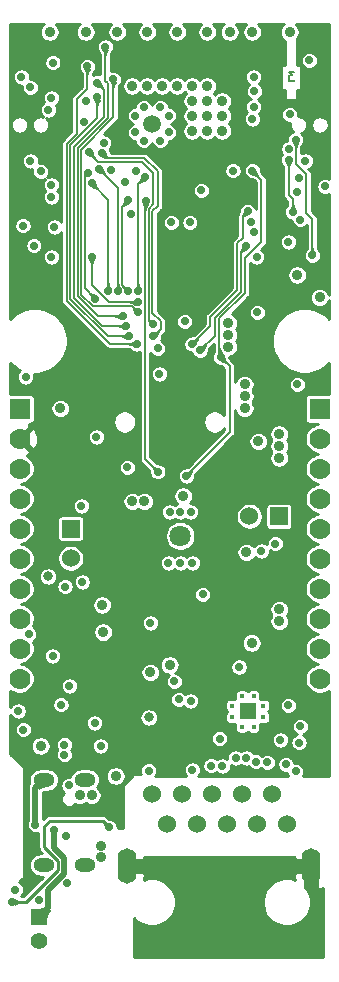
<source format=gbr>
G04 #@! TF.GenerationSoftware,KiCad,Pcbnew,5.1.6-c6e7f7d~87~ubuntu18.04.1*
G04 #@! TF.CreationDate,2022-06-10T14:43:55+03:00*
G04 #@! TF.ProjectId,ESP32-PoE_Rev_J,45535033-322d-4506-9f45-5f5265765f4a,J*
G04 #@! TF.SameCoordinates,Original*
G04 #@! TF.FileFunction,Copper,L3,Inr*
G04 #@! TF.FilePolarity,Positive*
%FSLAX46Y46*%
G04 Gerber Fmt 4.6, Leading zero omitted, Abs format (unit mm)*
G04 Created by KiCad (PCBNEW 5.1.6-c6e7f7d~87~ubuntu18.04.1) date 2022-06-10 14:43:55*
%MOMM*%
%LPD*%
G01*
G04 APERTURE LIST*
G04 #@! TA.AperFunction,NonConductor*
%ADD10C,0.190500*%
G04 #@! TD*
G04 #@! TA.AperFunction,ViaPad*
%ADD11R,1.524000X1.524000*%
G04 #@! TD*
G04 #@! TA.AperFunction,ViaPad*
%ADD12C,1.524000*%
G04 #@! TD*
G04 #@! TA.AperFunction,ViaPad*
%ADD13O,1.600000X2.999999*%
G04 #@! TD*
G04 #@! TA.AperFunction,ViaPad*
%ADD14R,0.400000X0.400000*%
G04 #@! TD*
G04 #@! TA.AperFunction,ViaPad*
%ADD15R,1.422400X1.422400*%
G04 #@! TD*
G04 #@! TA.AperFunction,ViaPad*
%ADD16C,1.778000*%
G04 #@! TD*
G04 #@! TA.AperFunction,ViaPad*
%ADD17R,1.778000X1.778000*%
G04 #@! TD*
G04 #@! TA.AperFunction,ViaPad*
%ADD18O,1.800000X1.200000*%
G04 #@! TD*
G04 #@! TA.AperFunction,ViaPad*
%ADD19C,1.800000*%
G04 #@! TD*
G04 #@! TA.AperFunction,ViaPad*
%ADD20C,1.500000*%
G04 #@! TD*
G04 #@! TA.AperFunction,ViaPad*
%ADD21C,0.700000*%
G04 #@! TD*
G04 #@! TA.AperFunction,ViaPad*
%ADD22R,1.400000X1.400000*%
G04 #@! TD*
G04 #@! TA.AperFunction,ViaPad*
%ADD23C,1.400000*%
G04 #@! TD*
G04 #@! TA.AperFunction,ViaPad*
%ADD24C,0.900000*%
G04 #@! TD*
G04 #@! TA.AperFunction,ViaPad*
%ADD25C,0.800000*%
G04 #@! TD*
G04 #@! TA.AperFunction,Conductor*
%ADD26C,0.508000*%
G04 #@! TD*
G04 #@! TA.AperFunction,Conductor*
%ADD27C,0.152400*%
G04 #@! TD*
G04 #@! TA.AperFunction,Conductor*
%ADD28C,0.254000*%
G04 #@! TD*
G04 #@! TA.AperFunction,Conductor*
%ADD29C,0.025400*%
G04 #@! TD*
G04 APERTURE END LIST*
D10*
X114681000Y-94705714D02*
X114209285Y-94705714D01*
X114463285Y-94996000D01*
X114354428Y-94996000D01*
X114281857Y-95032285D01*
X114245571Y-95068571D01*
X114209285Y-95141142D01*
X114209285Y-95322571D01*
X114245571Y-95395142D01*
X114281857Y-95431428D01*
X114354428Y-95467714D01*
X114572142Y-95467714D01*
X114644714Y-95431428D01*
X114681000Y-95395142D01*
D11*
X113391000Y-132334000D03*
D12*
X110891000Y-132334000D03*
X102616000Y-155806000D03*
X103886000Y-158346000D03*
X105156000Y-155806000D03*
X106426000Y-158346000D03*
X107696000Y-155806000D03*
X108966000Y-158346000D03*
X110236000Y-155806000D03*
X111506000Y-158346000D03*
X112776000Y-155806000D03*
X114046000Y-158346000D03*
D13*
X100531000Y-161946000D03*
X116131000Y-161946000D03*
D14*
X112044000Y-149344000D03*
X112044000Y-148344000D03*
X111244000Y-147544000D03*
X110244000Y-147544000D03*
X109444000Y-148344000D03*
X109444000Y-149344000D03*
X110244000Y-150144000D03*
X111244000Y-150144000D03*
D15*
X110744000Y-148844000D03*
D16*
X116840000Y-130840000D03*
X116840000Y-128300000D03*
X116840000Y-125760000D03*
D17*
X116840000Y-123220000D03*
D16*
X116840000Y-133380000D03*
X116840000Y-135920000D03*
X116840000Y-141000000D03*
X116840000Y-138460000D03*
X116840000Y-143540000D03*
X116840000Y-146080000D03*
X91440000Y-130840000D03*
X91440000Y-128300000D03*
X91440000Y-125760000D03*
D17*
X91440000Y-123220000D03*
D16*
X91440000Y-133380000D03*
X91440000Y-135920000D03*
X91440000Y-141000000D03*
X91440000Y-138460000D03*
X91440000Y-143540000D03*
X91440000Y-146080000D03*
D18*
X93476000Y-154642000D03*
X96946000Y-154642000D03*
X96946000Y-161842000D03*
X93476000Y-161842000D03*
D19*
X105029000Y-133985000D03*
D12*
X95758000Y-135870000D03*
D11*
X95758000Y-133370000D03*
D20*
X102640000Y-99108000D03*
D21*
X101940000Y-97708000D03*
X103340000Y-97708000D03*
X104040000Y-98408000D03*
X104040000Y-99808000D03*
X103340000Y-100508000D03*
X101940000Y-100508000D03*
X101240000Y-99808000D03*
X101240000Y-98408000D03*
D22*
X93070680Y-166230300D03*
D23*
X93073220Y-168259760D03*
D24*
X93218000Y-151765000D03*
X98425000Y-139827000D03*
D21*
X95463542Y-163408542D03*
D24*
X94869000Y-123189992D03*
X98330590Y-161163000D03*
D21*
X94234000Y-144145000D03*
X95631000Y-146685000D03*
D24*
X102489000Y-145542000D03*
D21*
X115189000Y-150114000D03*
X106045000Y-153797000D03*
D25*
X102362000Y-149352000D03*
D24*
X98330590Y-160210498D03*
D21*
X104902000Y-147828000D03*
D24*
X100965000Y-131064000D03*
D21*
X102362000Y-153847800D03*
D25*
X93853000Y-137414000D03*
D24*
X113411000Y-141224000D03*
X113411000Y-140208000D03*
X99568000Y-154305000D03*
X101981000Y-131064000D03*
X111084360Y-143040100D03*
X105283000Y-130606800D03*
D21*
X91059000Y-163957000D03*
X91948000Y-120523000D03*
X92329000Y-96012000D03*
X94107000Y-110363000D03*
D24*
X97028000Y-91313000D03*
X99695000Y-91313000D03*
X102235000Y-91313000D03*
X104775000Y-91313000D03*
X107315000Y-91313000D03*
X109220000Y-91313000D03*
X111125000Y-91313000D03*
X93980000Y-91313000D03*
X114300000Y-91313000D03*
D21*
X115951000Y-93726000D03*
D24*
X110490000Y-123190000D03*
X110490000Y-122174000D03*
X110490000Y-121158000D03*
D21*
X114173000Y-109093000D03*
X109489760Y-103067610D03*
X99172293Y-103011707D03*
D24*
X113411000Y-125349000D03*
X113411000Y-126365000D03*
X113411000Y-127381000D03*
X116840000Y-113792000D03*
X114935000Y-111887000D03*
X102235000Y-95885000D03*
X104775000Y-95885000D03*
X107315000Y-95885000D03*
X107315000Y-98425000D03*
X106045000Y-97155000D03*
X106045000Y-99695000D03*
X108585000Y-99695000D03*
X108585000Y-97155000D03*
X103505000Y-95885000D03*
X106045000Y-95885000D03*
X106045000Y-98425000D03*
X107315000Y-97155000D03*
X108585000Y-98425000D03*
X107315000Y-99695000D03*
X100965000Y-95885000D03*
D21*
X94361000Y-158877000D03*
D24*
X99674680Y-143771620D03*
X98092260Y-129433320D03*
D25*
X105791000Y-139065000D03*
D24*
X99060000Y-147980400D03*
D21*
X106807000Y-113284000D03*
X104267000Y-117983000D03*
D24*
X96012006Y-123825000D03*
X97028000Y-92583000D03*
D21*
X91059000Y-104013000D03*
X117228536Y-103542041D03*
X103505000Y-113194619D03*
D24*
X93980000Y-92539390D03*
D21*
X113969800Y-153314400D03*
X108356400Y-151155400D03*
X113510000Y-151250000D03*
X92329000Y-102235000D03*
X94246224Y-93923610D03*
X111308390Y-108250281D03*
X104267008Y-107442008D03*
D24*
X96520000Y-155956000D03*
X97536000Y-155956000D03*
X98501200Y-142123160D03*
D21*
X100375725Y-104018581D03*
X106807000Y-104718610D03*
X93218000Y-103124000D03*
X101325491Y-103111471D03*
X95278919Y-138270969D03*
X94107000Y-104267000D03*
X115062000Y-103693989D03*
D24*
X109093000Y-117983000D03*
X109093000Y-116967000D03*
X109093000Y-115951000D03*
X111633000Y-125984004D03*
D21*
X97282000Y-101473000D03*
X102743000Y-116078000D03*
X98552001Y-100711001D03*
X114229390Y-101232739D03*
X94107000Y-105283000D03*
X117276388Y-104393109D03*
X94107000Y-96900992D03*
D24*
X102108000Y-168783000D03*
X105283000Y-168783000D03*
X108204000Y-168783000D03*
X110998000Y-168783000D03*
X112522000Y-167132000D03*
X104013000Y-167132000D03*
X106934000Y-167132000D03*
X109601000Y-167132000D03*
X105918000Y-164846000D03*
X110871000Y-164846000D03*
X108204000Y-164846000D03*
X103632000Y-161946000D03*
X113030000Y-161946000D03*
D21*
X114173000Y-148336000D03*
X103124000Y-118110000D03*
X96730025Y-137874369D03*
X96647000Y-131445000D03*
X100558600Y-128168400D03*
X98298000Y-151765000D03*
X97795080Y-149816820D03*
X95231599Y-151654399D03*
X95231596Y-152512566D03*
D24*
X104140000Y-144907000D03*
D21*
X110007400Y-145084800D03*
X100838000Y-106721261D03*
X115189000Y-107193590D03*
X91716480Y-107718480D03*
X110998000Y-107442000D03*
X99016820Y-158666180D03*
X90805000Y-164973000D03*
X116205000Y-110236000D03*
X96872729Y-98904726D03*
X114808000Y-100457000D03*
X105918000Y-147955000D03*
X114808000Y-153924000D03*
X104521000Y-146304000D03*
X115089940Y-151483060D03*
X92760768Y-158419800D03*
X93091010Y-164846000D03*
X94932500Y-148272500D03*
X95613220Y-155110180D03*
X95377000Y-159385000D03*
X97028000Y-97155000D03*
X115626390Y-102235023D03*
X114935000Y-121158000D03*
X114300004Y-98298000D03*
X110605194Y-109462194D03*
X92633811Y-109397811D03*
X106712472Y-118262116D03*
X101427766Y-115061992D03*
X99360469Y-95320610D03*
X111551232Y-115058875D03*
X91310373Y-148796940D03*
X91742260Y-150373080D03*
X111318515Y-96326486D03*
X93853000Y-97917000D03*
X92188792Y-142297910D03*
X91567000Y-95123000D03*
X111252000Y-95123000D03*
X102489000Y-141351000D03*
X103136700Y-128554480D03*
X102108000Y-105664000D03*
X106934000Y-138938000D03*
X105537000Y-128905000D03*
X108458000Y-118872000D03*
X111125000Y-103067610D03*
X111506000Y-110363000D03*
X105410000Y-115824000D03*
X105843312Y-107442000D03*
X102743000Y-117094000D03*
X98406769Y-101582391D03*
X114201140Y-102136140D03*
X114554000Y-106553000D03*
X106038211Y-117740599D03*
X110728378Y-106506353D03*
X103251000Y-120269000D03*
X97530421Y-110332164D03*
X101427768Y-114209587D03*
X100613227Y-105564049D03*
X100619449Y-113284765D03*
X98165981Y-102884588D03*
X99767142Y-113271362D03*
X102023301Y-103601028D03*
X101471819Y-113276301D03*
X97534392Y-104140000D03*
X98914875Y-113255645D03*
X94361000Y-107823000D03*
X101346000Y-117729000D03*
X97155000Y-94234000D03*
X100711000Y-117094000D03*
X97998768Y-96858821D03*
X111125000Y-98679000D03*
X100457000Y-116205000D03*
X98005772Y-95612949D03*
X111252004Y-97663000D03*
X100187444Y-115396331D03*
X98679000Y-92583000D03*
X97228945Y-103256533D03*
X97825360Y-113883640D03*
X114942110Y-104902000D03*
X107642660Y-153441400D03*
X111429800Y-153085800D03*
X108595160Y-153469340D03*
X112395000Y-153162000D03*
X109728000Y-152781000D03*
X110617000Y-152781000D03*
X113080800Y-134645400D03*
X105029000Y-136271000D03*
X106045000Y-136271000D03*
X104013000Y-136271000D03*
D24*
X110617000Y-135382000D03*
D21*
X105918000Y-131953000D03*
X105029000Y-131953000D03*
X104140000Y-131953000D03*
X111887000Y-135255000D03*
X97917000Y-125603000D03*
D26*
X93853000Y-165481000D02*
X93091000Y-166243000D01*
X93853000Y-163949357D02*
X93853000Y-165481000D01*
X95188821Y-161256791D02*
X95188821Y-162613536D01*
X94361000Y-158877000D02*
X94361000Y-160428971D01*
X95188821Y-162613536D02*
X93853000Y-163949357D01*
X94361000Y-160428971D02*
X95188821Y-161256791D01*
D27*
X102743000Y-105918000D02*
X102743000Y-103251000D01*
X101777811Y-102285811D02*
X98094811Y-102285811D01*
X98094811Y-102285811D02*
X97282000Y-101473000D01*
X102355231Y-115690231D02*
X102355231Y-106305769D01*
X102743000Y-103251000D02*
X101777811Y-102285811D01*
X102355231Y-106305769D02*
X102743000Y-105918000D01*
X102743000Y-116078000D02*
X102355231Y-115690231D01*
D28*
X91948000Y-164973000D02*
X90805000Y-164973000D01*
X94655410Y-162265590D02*
X91948000Y-164973000D01*
X99016820Y-158666180D02*
X98465640Y-158115000D01*
X93980000Y-158115000D02*
X93535500Y-158559500D01*
X93535500Y-158559500D02*
X93535500Y-160357827D01*
X98465640Y-158115000D02*
X93980000Y-158115000D01*
X93535500Y-160357827D02*
X94655410Y-161477737D01*
X94655410Y-161477737D02*
X94655410Y-162265590D01*
D27*
X114808000Y-100457000D02*
X114808000Y-102489000D01*
X115697000Y-106680000D02*
X116205000Y-107188000D01*
X115697000Y-103378000D02*
X115697000Y-106680000D01*
X116205000Y-110236000D02*
X116205000Y-107188000D01*
X114808000Y-102489000D02*
X115697000Y-103378000D01*
D26*
X92760768Y-155357232D02*
X92760768Y-158419800D01*
X93476000Y-154642000D02*
X92760768Y-155357232D01*
D27*
X110605194Y-109462194D02*
X110159811Y-109907577D01*
X110159811Y-109907577D02*
X110159811Y-113310123D01*
X110159811Y-113310123D02*
X107950000Y-115519934D01*
X107950000Y-117024588D02*
X106712472Y-118262116D01*
X107950000Y-115519934D02*
X107950000Y-117024588D01*
X96647009Y-101266788D02*
X99360469Y-98553328D01*
X96647009Y-113561619D02*
X96647009Y-101266788D01*
X97639390Y-114554000D02*
X96647009Y-113561619D01*
X99360469Y-98553328D02*
X99360469Y-95320610D01*
X101427766Y-115061992D02*
X100919774Y-114554000D01*
X100919774Y-114554000D02*
X97639390Y-114554000D01*
X102050420Y-127468200D02*
X102050420Y-105721580D01*
X102050420Y-105721580D02*
X102108000Y-105664000D01*
X103136700Y-128554480D02*
X102050420Y-127468200D01*
X105537000Y-128905000D02*
X109220000Y-125222000D01*
X109220000Y-119634000D02*
X108458000Y-118872000D01*
X109220000Y-125222000D02*
X109220000Y-119634000D01*
X110490000Y-113411000D02*
X110490000Y-110490000D01*
X108331000Y-115570000D02*
X110490000Y-113411000D01*
X108331000Y-118745000D02*
X108331000Y-115570000D01*
X108458000Y-118872000D02*
X108331000Y-118745000D01*
X111887000Y-103829610D02*
X111125000Y-103067610D01*
X111887000Y-109093000D02*
X111887000Y-103829610D01*
X110490000Y-110490000D02*
X111887000Y-109093000D01*
X114554000Y-105480720D02*
X114201140Y-105127860D01*
X114554000Y-106553000D02*
X114554000Y-105480720D01*
X114201140Y-102136140D02*
X114201140Y-105127860D01*
X98805378Y-101981000D02*
X98406769Y-101582391D01*
X101981000Y-101981000D02*
X98805378Y-101981000D01*
X103124000Y-106045000D02*
X103124000Y-103124000D01*
X102660042Y-106508958D02*
X103124000Y-106045000D01*
X103124000Y-103124000D02*
X101981000Y-101981000D01*
X102743000Y-117094000D02*
X103378000Y-116459000D01*
X102660042Y-115106042D02*
X102660042Y-106508958D01*
X103378000Y-115824000D02*
X102660042Y-115106042D01*
X103378000Y-116459000D02*
X103378000Y-115824000D01*
X106038211Y-117740599D02*
X107569000Y-116209810D01*
X107569000Y-116209810D02*
X107569000Y-115443000D01*
X107569000Y-115443000D02*
X109855000Y-113157000D01*
X109855000Y-113157000D02*
X109855000Y-109220000D01*
X109855000Y-109220000D02*
X110331866Y-108743134D01*
X110331866Y-108743134D02*
X110331866Y-106902866D01*
X110331866Y-106902866D02*
X110728378Y-106506353D01*
X97530421Y-110332164D02*
X97530421Y-112770421D01*
X98969587Y-114209587D02*
X101427768Y-114209587D01*
X97530421Y-112770421D02*
X98969587Y-114209587D01*
X100613227Y-105564049D02*
X100076000Y-106101276D01*
X100076000Y-106101276D02*
X100076000Y-112741316D01*
X100076000Y-112741316D02*
X100619449Y-113284765D01*
X99767142Y-104485749D02*
X99767142Y-113271362D01*
X98165981Y-102884588D02*
X99767142Y-104485749D01*
X102023301Y-103601028D02*
X101471819Y-104152510D01*
X101471819Y-104152510D02*
X101471819Y-113276301D01*
X97534392Y-104140000D02*
X98914875Y-105520483D01*
X98914875Y-105520483D02*
X98914875Y-113255645D01*
X99090122Y-117729000D02*
X95427765Y-114066643D01*
X95427765Y-100761764D02*
X96266000Y-99923530D01*
X95427765Y-114066643D02*
X95427765Y-100761764D01*
X101346000Y-117729000D02*
X99090122Y-117729000D01*
X97155000Y-96139000D02*
X96266000Y-97028000D01*
X97155000Y-94234000D02*
X97155000Y-96139000D01*
X96266000Y-99923530D02*
X96266000Y-97028000D01*
X97998768Y-98621828D02*
X95732576Y-100888020D01*
X95732576Y-100888020D02*
X95732576Y-113940387D01*
X98886189Y-117094000D02*
X100711000Y-117094000D01*
X95732576Y-113940387D02*
X98886189Y-117094000D01*
X97998768Y-96858821D02*
X97998768Y-98621828D01*
X100457000Y-116205000D02*
X98428256Y-116205000D01*
X96037387Y-101014276D02*
X98577378Y-98474285D01*
X98428256Y-116205000D02*
X96037387Y-113814131D01*
X98577378Y-98474285D02*
X98577378Y-96184555D01*
X98577378Y-96184555D02*
X98005772Y-95612949D01*
X96037387Y-113814131D02*
X96037387Y-101014276D01*
X96342198Y-113687875D02*
X96342198Y-101140532D01*
X96342198Y-101140532D02*
X98882189Y-98600541D01*
X98882189Y-98600541D02*
X98882189Y-95674521D01*
X98882189Y-95674521D02*
X98679000Y-95471332D01*
X98050654Y-115396331D02*
X96342198Y-113687875D01*
X98679000Y-95471332D02*
X98679000Y-92583000D01*
X100187444Y-115396331D02*
X98050654Y-115396331D01*
X97228945Y-103256533D02*
X96951811Y-103533667D01*
X96951811Y-103533667D02*
X96951811Y-113010091D01*
X96951811Y-113010091D02*
X97825360Y-113883640D01*
D28*
G36*
X93450268Y-90667520D02*
G01*
X93334520Y-90783268D01*
X93243577Y-90919374D01*
X93180935Y-91070606D01*
X93149000Y-91231154D01*
X93149000Y-91394846D01*
X93180935Y-91555394D01*
X93243577Y-91706626D01*
X93334520Y-91842732D01*
X93450268Y-91958480D01*
X93586374Y-92049423D01*
X93737606Y-92112065D01*
X93898154Y-92144000D01*
X94061846Y-92144000D01*
X94222394Y-92112065D01*
X94373626Y-92049423D01*
X94509732Y-91958480D01*
X94625480Y-91842732D01*
X94716423Y-91706626D01*
X94779065Y-91555394D01*
X94811000Y-91394846D01*
X94811000Y-91231154D01*
X94779065Y-91070606D01*
X94716423Y-90919374D01*
X94625480Y-90783268D01*
X94509732Y-90667520D01*
X94495484Y-90658000D01*
X96512516Y-90658000D01*
X96498268Y-90667520D01*
X96382520Y-90783268D01*
X96291577Y-90919374D01*
X96228935Y-91070606D01*
X96197000Y-91231154D01*
X96197000Y-91394846D01*
X96228935Y-91555394D01*
X96291577Y-91706626D01*
X96382520Y-91842732D01*
X96498268Y-91958480D01*
X96634374Y-92049423D01*
X96785606Y-92112065D01*
X96946154Y-92144000D01*
X97109846Y-92144000D01*
X97270394Y-92112065D01*
X97421626Y-92049423D01*
X97557732Y-91958480D01*
X97673480Y-91842732D01*
X97764423Y-91706626D01*
X97827065Y-91555394D01*
X97859000Y-91394846D01*
X97859000Y-91231154D01*
X97827065Y-91070606D01*
X97764423Y-90919374D01*
X97673480Y-90783268D01*
X97557732Y-90667520D01*
X97543484Y-90658000D01*
X99179516Y-90658000D01*
X99165268Y-90667520D01*
X99049520Y-90783268D01*
X98958577Y-90919374D01*
X98895935Y-91070606D01*
X98864000Y-91231154D01*
X98864000Y-91394846D01*
X98895935Y-91555394D01*
X98958577Y-91706626D01*
X99049520Y-91842732D01*
X99165268Y-91958480D01*
X99301374Y-92049423D01*
X99452606Y-92112065D01*
X99613154Y-92144000D01*
X99776846Y-92144000D01*
X99937394Y-92112065D01*
X100088626Y-92049423D01*
X100224732Y-91958480D01*
X100340480Y-91842732D01*
X100431423Y-91706626D01*
X100494065Y-91555394D01*
X100526000Y-91394846D01*
X100526000Y-91231154D01*
X100494065Y-91070606D01*
X100431423Y-90919374D01*
X100340480Y-90783268D01*
X100224732Y-90667520D01*
X100210484Y-90658000D01*
X101719516Y-90658000D01*
X101705268Y-90667520D01*
X101589520Y-90783268D01*
X101498577Y-90919374D01*
X101435935Y-91070606D01*
X101404000Y-91231154D01*
X101404000Y-91394846D01*
X101435935Y-91555394D01*
X101498577Y-91706626D01*
X101589520Y-91842732D01*
X101705268Y-91958480D01*
X101841374Y-92049423D01*
X101992606Y-92112065D01*
X102153154Y-92144000D01*
X102316846Y-92144000D01*
X102477394Y-92112065D01*
X102628626Y-92049423D01*
X102764732Y-91958480D01*
X102880480Y-91842732D01*
X102971423Y-91706626D01*
X103034065Y-91555394D01*
X103066000Y-91394846D01*
X103066000Y-91231154D01*
X103034065Y-91070606D01*
X102971423Y-90919374D01*
X102880480Y-90783268D01*
X102764732Y-90667520D01*
X102750484Y-90658000D01*
X104259516Y-90658000D01*
X104245268Y-90667520D01*
X104129520Y-90783268D01*
X104038577Y-90919374D01*
X103975935Y-91070606D01*
X103944000Y-91231154D01*
X103944000Y-91394846D01*
X103975935Y-91555394D01*
X104038577Y-91706626D01*
X104129520Y-91842732D01*
X104245268Y-91958480D01*
X104381374Y-92049423D01*
X104532606Y-92112065D01*
X104693154Y-92144000D01*
X104856846Y-92144000D01*
X105017394Y-92112065D01*
X105168626Y-92049423D01*
X105304732Y-91958480D01*
X105420480Y-91842732D01*
X105511423Y-91706626D01*
X105574065Y-91555394D01*
X105606000Y-91394846D01*
X105606000Y-91231154D01*
X105574065Y-91070606D01*
X105511423Y-90919374D01*
X105420480Y-90783268D01*
X105304732Y-90667520D01*
X105290484Y-90658000D01*
X106799516Y-90658000D01*
X106785268Y-90667520D01*
X106669520Y-90783268D01*
X106578577Y-90919374D01*
X106515935Y-91070606D01*
X106484000Y-91231154D01*
X106484000Y-91394846D01*
X106515935Y-91555394D01*
X106578577Y-91706626D01*
X106669520Y-91842732D01*
X106785268Y-91958480D01*
X106921374Y-92049423D01*
X107072606Y-92112065D01*
X107233154Y-92144000D01*
X107396846Y-92144000D01*
X107557394Y-92112065D01*
X107708626Y-92049423D01*
X107844732Y-91958480D01*
X107960480Y-91842732D01*
X108051423Y-91706626D01*
X108114065Y-91555394D01*
X108146000Y-91394846D01*
X108146000Y-91231154D01*
X108114065Y-91070606D01*
X108051423Y-90919374D01*
X107960480Y-90783268D01*
X107844732Y-90667520D01*
X107830484Y-90658000D01*
X108704516Y-90658000D01*
X108690268Y-90667520D01*
X108574520Y-90783268D01*
X108483577Y-90919374D01*
X108420935Y-91070606D01*
X108389000Y-91231154D01*
X108389000Y-91394846D01*
X108420935Y-91555394D01*
X108483577Y-91706626D01*
X108574520Y-91842732D01*
X108690268Y-91958480D01*
X108826374Y-92049423D01*
X108977606Y-92112065D01*
X109138154Y-92144000D01*
X109301846Y-92144000D01*
X109462394Y-92112065D01*
X109613626Y-92049423D01*
X109749732Y-91958480D01*
X109865480Y-91842732D01*
X109956423Y-91706626D01*
X110019065Y-91555394D01*
X110051000Y-91394846D01*
X110051000Y-91231154D01*
X110019065Y-91070606D01*
X109956423Y-90919374D01*
X109865480Y-90783268D01*
X109749732Y-90667520D01*
X109735484Y-90658000D01*
X110609516Y-90658000D01*
X110595268Y-90667520D01*
X110479520Y-90783268D01*
X110388577Y-90919374D01*
X110325935Y-91070606D01*
X110294000Y-91231154D01*
X110294000Y-91394846D01*
X110325935Y-91555394D01*
X110388577Y-91706626D01*
X110479520Y-91842732D01*
X110595268Y-91958480D01*
X110731374Y-92049423D01*
X110882606Y-92112065D01*
X111043154Y-92144000D01*
X111206846Y-92144000D01*
X111367394Y-92112065D01*
X111518626Y-92049423D01*
X111654732Y-91958480D01*
X111770480Y-91842732D01*
X111861423Y-91706626D01*
X111924065Y-91555394D01*
X111956000Y-91394846D01*
X111956000Y-91231154D01*
X111924065Y-91070606D01*
X111861423Y-90919374D01*
X111770480Y-90783268D01*
X111654732Y-90667520D01*
X111640484Y-90658000D01*
X113784516Y-90658000D01*
X113770268Y-90667520D01*
X113654520Y-90783268D01*
X113563577Y-90919374D01*
X113500935Y-91070606D01*
X113469000Y-91231154D01*
X113469000Y-91394846D01*
X113500935Y-91555394D01*
X113563577Y-91706626D01*
X113654520Y-91842732D01*
X113770268Y-91958480D01*
X113906374Y-92049423D01*
X113919000Y-92054653D01*
X113919000Y-94145735D01*
X113587893Y-94145735D01*
X113587893Y-96241235D01*
X113919000Y-96241235D01*
X113919000Y-96964500D01*
X113921440Y-96989276D01*
X113928667Y-97013101D01*
X113940403Y-97035057D01*
X113956197Y-97054303D01*
X113975443Y-97070097D01*
X113997399Y-97081833D01*
X114021224Y-97089060D01*
X114046000Y-97091500D01*
X114808000Y-97091500D01*
X114832776Y-97089060D01*
X114856601Y-97081833D01*
X114878557Y-97070097D01*
X114897803Y-97054303D01*
X114913597Y-97035057D01*
X114925333Y-97013101D01*
X114932560Y-96989276D01*
X114935000Y-96964500D01*
X114935000Y-96241235D01*
X115266107Y-96241235D01*
X115266107Y-94145735D01*
X114935000Y-94145735D01*
X114935000Y-93654003D01*
X115220000Y-93654003D01*
X115220000Y-93797997D01*
X115248092Y-93939225D01*
X115303196Y-94072258D01*
X115383195Y-94191985D01*
X115485015Y-94293805D01*
X115604742Y-94373804D01*
X115737775Y-94428908D01*
X115879003Y-94457000D01*
X116022997Y-94457000D01*
X116164225Y-94428908D01*
X116297258Y-94373804D01*
X116416985Y-94293805D01*
X116518805Y-94191985D01*
X116598804Y-94072258D01*
X116653908Y-93939225D01*
X116682000Y-93797997D01*
X116682000Y-93654003D01*
X116653908Y-93512775D01*
X116598804Y-93379742D01*
X116518805Y-93260015D01*
X116416985Y-93158195D01*
X116297258Y-93078196D01*
X116164225Y-93023092D01*
X116022997Y-92995000D01*
X115879003Y-92995000D01*
X115737775Y-93023092D01*
X115604742Y-93078196D01*
X115485015Y-93158195D01*
X115383195Y-93260015D01*
X115303196Y-93379742D01*
X115248092Y-93512775D01*
X115220000Y-93654003D01*
X114935000Y-93654003D01*
X114935000Y-91948000D01*
X114932560Y-91923224D01*
X114925333Y-91899399D01*
X114913597Y-91877443D01*
X114912322Y-91875890D01*
X114945480Y-91842732D01*
X115036423Y-91706626D01*
X115099065Y-91555394D01*
X115131000Y-91394846D01*
X115131000Y-91231154D01*
X115099065Y-91070606D01*
X115036423Y-90919374D01*
X114945480Y-90783268D01*
X114829732Y-90667520D01*
X114815484Y-90658000D01*
X117642001Y-90658000D01*
X117642001Y-103758237D01*
X117622646Y-103745305D01*
X117489613Y-103690201D01*
X117348385Y-103662109D01*
X117204391Y-103662109D01*
X117063163Y-103690201D01*
X116930130Y-103745305D01*
X116810403Y-103825304D01*
X116708583Y-103927124D01*
X116628584Y-104046851D01*
X116573480Y-104179884D01*
X116545388Y-104321112D01*
X116545388Y-104465106D01*
X116573480Y-104606334D01*
X116628584Y-104739367D01*
X116708583Y-104859094D01*
X116810403Y-104960914D01*
X116930130Y-105040913D01*
X117063163Y-105096017D01*
X117204391Y-105124109D01*
X117348385Y-105124109D01*
X117489613Y-105096017D01*
X117622646Y-105040913D01*
X117642001Y-105027981D01*
X117642001Y-113564365D01*
X117639065Y-113549606D01*
X117576423Y-113398374D01*
X117485480Y-113262268D01*
X117369732Y-113146520D01*
X117233626Y-113055577D01*
X117082394Y-112992935D01*
X116921846Y-112961000D01*
X116758154Y-112961000D01*
X116597606Y-112992935D01*
X116446374Y-113055577D01*
X116310268Y-113146520D01*
X116194520Y-113262268D01*
X116103577Y-113398374D01*
X116040935Y-113549606D01*
X116009000Y-113710154D01*
X116009000Y-113873846D01*
X116040935Y-114034394D01*
X116103577Y-114185626D01*
X116194520Y-114321732D01*
X116310268Y-114437480D01*
X116446374Y-114528423D01*
X116597606Y-114591065D01*
X116758154Y-114623000D01*
X116921846Y-114623000D01*
X117082394Y-114591065D01*
X117233626Y-114528423D01*
X117369732Y-114437480D01*
X117485480Y-114321732D01*
X117576423Y-114185626D01*
X117639065Y-114034394D01*
X117642001Y-114019635D01*
X117642001Y-115619730D01*
X117340234Y-115317963D01*
X116885403Y-115014054D01*
X116380021Y-114804718D01*
X115843511Y-114698000D01*
X115296489Y-114698000D01*
X114759979Y-114804718D01*
X114254597Y-115014054D01*
X113799766Y-115317963D01*
X113412963Y-115704766D01*
X113109054Y-116159597D01*
X112899718Y-116664979D01*
X112793000Y-117201489D01*
X112793000Y-117748511D01*
X112899718Y-118285021D01*
X113109054Y-118790403D01*
X113412963Y-119245234D01*
X113799766Y-119632037D01*
X114254597Y-119935946D01*
X114759979Y-120145282D01*
X115296489Y-120252000D01*
X115843511Y-120252000D01*
X116380021Y-120145282D01*
X116885403Y-119935946D01*
X117340234Y-119632037D01*
X117642001Y-119330270D01*
X117642001Y-121948157D01*
X115951000Y-121948157D01*
X115876311Y-121955513D01*
X115804492Y-121977299D01*
X115738304Y-122012678D01*
X115680289Y-122060289D01*
X115632678Y-122118304D01*
X115597299Y-122184492D01*
X115575513Y-122256311D01*
X115568157Y-122331000D01*
X115568157Y-124109000D01*
X115575513Y-124183689D01*
X115597299Y-124255508D01*
X115632678Y-124321696D01*
X115680289Y-124379711D01*
X115738304Y-124427322D01*
X115804492Y-124462701D01*
X115876311Y-124484487D01*
X115951000Y-124491843D01*
X116705651Y-124491843D01*
X116469555Y-124538805D01*
X116238429Y-124634541D01*
X116030422Y-124773527D01*
X115853527Y-124950422D01*
X115714541Y-125158429D01*
X115618805Y-125389555D01*
X115570000Y-125634916D01*
X115570000Y-125885084D01*
X115618805Y-126130445D01*
X115714541Y-126361571D01*
X115853527Y-126569578D01*
X116030422Y-126746473D01*
X116238429Y-126885459D01*
X116469555Y-126981195D01*
X116714916Y-127030000D01*
X116469555Y-127078805D01*
X116238429Y-127174541D01*
X116030422Y-127313527D01*
X115853527Y-127490422D01*
X115714541Y-127698429D01*
X115618805Y-127929555D01*
X115570000Y-128174916D01*
X115570000Y-128425084D01*
X115618805Y-128670445D01*
X115714541Y-128901571D01*
X115853527Y-129109578D01*
X116030422Y-129286473D01*
X116238429Y-129425459D01*
X116469555Y-129521195D01*
X116714916Y-129570000D01*
X116469555Y-129618805D01*
X116238429Y-129714541D01*
X116030422Y-129853527D01*
X115853527Y-130030422D01*
X115714541Y-130238429D01*
X115618805Y-130469555D01*
X115570000Y-130714916D01*
X115570000Y-130965084D01*
X115618805Y-131210445D01*
X115714541Y-131441571D01*
X115853527Y-131649578D01*
X116030422Y-131826473D01*
X116238429Y-131965459D01*
X116469555Y-132061195D01*
X116714916Y-132110000D01*
X116469555Y-132158805D01*
X116238429Y-132254541D01*
X116030422Y-132393527D01*
X115853527Y-132570422D01*
X115714541Y-132778429D01*
X115618805Y-133009555D01*
X115570000Y-133254916D01*
X115570000Y-133505084D01*
X115618805Y-133750445D01*
X115714541Y-133981571D01*
X115853527Y-134189578D01*
X116030422Y-134366473D01*
X116238429Y-134505459D01*
X116469555Y-134601195D01*
X116714916Y-134650000D01*
X116469555Y-134698805D01*
X116238429Y-134794541D01*
X116030422Y-134933527D01*
X115853527Y-135110422D01*
X115714541Y-135318429D01*
X115618805Y-135549555D01*
X115570000Y-135794916D01*
X115570000Y-136045084D01*
X115618805Y-136290445D01*
X115714541Y-136521571D01*
X115853527Y-136729578D01*
X116030422Y-136906473D01*
X116238429Y-137045459D01*
X116469555Y-137141195D01*
X116714916Y-137190000D01*
X116469555Y-137238805D01*
X116238429Y-137334541D01*
X116030422Y-137473527D01*
X115853527Y-137650422D01*
X115714541Y-137858429D01*
X115618805Y-138089555D01*
X115570000Y-138334916D01*
X115570000Y-138585084D01*
X115618805Y-138830445D01*
X115714541Y-139061571D01*
X115853527Y-139269578D01*
X116030422Y-139446473D01*
X116238429Y-139585459D01*
X116469555Y-139681195D01*
X116714916Y-139730000D01*
X116469555Y-139778805D01*
X116238429Y-139874541D01*
X116030422Y-140013527D01*
X115853527Y-140190422D01*
X115714541Y-140398429D01*
X115618805Y-140629555D01*
X115570000Y-140874916D01*
X115570000Y-141125084D01*
X115618805Y-141370445D01*
X115714541Y-141601571D01*
X115853527Y-141809578D01*
X116030422Y-141986473D01*
X116238429Y-142125459D01*
X116469555Y-142221195D01*
X116714916Y-142270000D01*
X116469555Y-142318805D01*
X116238429Y-142414541D01*
X116030422Y-142553527D01*
X115853527Y-142730422D01*
X115714541Y-142938429D01*
X115618805Y-143169555D01*
X115570000Y-143414916D01*
X115570000Y-143665084D01*
X115618805Y-143910445D01*
X115714541Y-144141571D01*
X115853527Y-144349578D01*
X116030422Y-144526473D01*
X116238429Y-144665459D01*
X116469555Y-144761195D01*
X116714916Y-144810000D01*
X116469555Y-144858805D01*
X116238429Y-144954541D01*
X116030422Y-145093527D01*
X115853527Y-145270422D01*
X115714541Y-145478429D01*
X115618805Y-145709555D01*
X115570000Y-145954916D01*
X115570000Y-146205084D01*
X115618805Y-146450445D01*
X115714541Y-146681571D01*
X115853527Y-146889578D01*
X116030422Y-147066473D01*
X116238429Y-147205459D01*
X116469555Y-147301195D01*
X116714916Y-147350000D01*
X116965084Y-147350000D01*
X117210445Y-147301195D01*
X117441571Y-147205459D01*
X117642000Y-147071536D01*
X117642000Y-154312058D01*
X117626776Y-154307440D01*
X117602000Y-154305000D01*
X115432590Y-154305000D01*
X115455804Y-154270258D01*
X115510908Y-154137225D01*
X115539000Y-153995997D01*
X115539000Y-153852003D01*
X115510908Y-153710775D01*
X115455804Y-153577742D01*
X115375805Y-153458015D01*
X115273985Y-153356195D01*
X115154258Y-153276196D01*
X115021225Y-153221092D01*
X114879997Y-153193000D01*
X114736003Y-153193000D01*
X114692687Y-153201616D01*
X114672708Y-153101175D01*
X114617604Y-152968142D01*
X114537605Y-152848415D01*
X114435785Y-152746595D01*
X114316058Y-152666596D01*
X114183025Y-152611492D01*
X114041797Y-152583400D01*
X113897803Y-152583400D01*
X113756575Y-152611492D01*
X113623542Y-152666596D01*
X113503815Y-152746595D01*
X113401995Y-152848415D01*
X113321996Y-152968142D01*
X113266892Y-153101175D01*
X113238800Y-153242403D01*
X113238800Y-153386397D01*
X113266892Y-153527625D01*
X113321996Y-153660658D01*
X113401995Y-153780385D01*
X113503815Y-153882205D01*
X113623542Y-153962204D01*
X113756575Y-154017308D01*
X113897803Y-154045400D01*
X114041797Y-154045400D01*
X114085113Y-154036784D01*
X114105092Y-154137225D01*
X114160196Y-154270258D01*
X114183410Y-154305000D01*
X106570790Y-154305000D01*
X106612805Y-154262985D01*
X106692804Y-154143258D01*
X106747908Y-154010225D01*
X106776000Y-153868997D01*
X106776000Y-153725003D01*
X106747908Y-153583775D01*
X106692804Y-153450742D01*
X106638456Y-153369403D01*
X106911660Y-153369403D01*
X106911660Y-153513397D01*
X106939752Y-153654625D01*
X106994856Y-153787658D01*
X107074855Y-153907385D01*
X107176675Y-154009205D01*
X107296402Y-154089204D01*
X107429435Y-154144308D01*
X107570663Y-154172400D01*
X107714657Y-154172400D01*
X107855885Y-154144308D01*
X107988918Y-154089204D01*
X108104203Y-154012173D01*
X108129175Y-154037145D01*
X108248902Y-154117144D01*
X108381935Y-154172248D01*
X108523163Y-154200340D01*
X108667157Y-154200340D01*
X108808385Y-154172248D01*
X108941418Y-154117144D01*
X109061145Y-154037145D01*
X109162965Y-153935325D01*
X109242964Y-153815598D01*
X109298068Y-153682565D01*
X109326160Y-153541337D01*
X109326160Y-153397343D01*
X109324858Y-153390795D01*
X109381742Y-153428804D01*
X109514775Y-153483908D01*
X109656003Y-153512000D01*
X109799997Y-153512000D01*
X109941225Y-153483908D01*
X110074258Y-153428804D01*
X110172500Y-153363161D01*
X110270742Y-153428804D01*
X110403775Y-153483908D01*
X110545003Y-153512000D01*
X110688997Y-153512000D01*
X110818235Y-153486293D01*
X110861995Y-153551785D01*
X110963815Y-153653605D01*
X111083542Y-153733604D01*
X111216575Y-153788708D01*
X111357803Y-153816800D01*
X111501797Y-153816800D01*
X111643025Y-153788708D01*
X111776058Y-153733604D01*
X111870026Y-153670816D01*
X111929015Y-153729805D01*
X112048742Y-153809804D01*
X112181775Y-153864908D01*
X112323003Y-153893000D01*
X112466997Y-153893000D01*
X112608225Y-153864908D01*
X112741258Y-153809804D01*
X112860985Y-153729805D01*
X112962805Y-153627985D01*
X113042804Y-153508258D01*
X113097908Y-153375225D01*
X113126000Y-153233997D01*
X113126000Y-153090003D01*
X113097908Y-152948775D01*
X113042804Y-152815742D01*
X112962805Y-152696015D01*
X112860985Y-152594195D01*
X112741258Y-152514196D01*
X112608225Y-152459092D01*
X112466997Y-152431000D01*
X112323003Y-152431000D01*
X112181775Y-152459092D01*
X112048742Y-152514196D01*
X111954774Y-152576984D01*
X111895785Y-152517995D01*
X111776058Y-152437996D01*
X111643025Y-152382892D01*
X111501797Y-152354800D01*
X111357803Y-152354800D01*
X111228565Y-152380507D01*
X111184805Y-152315015D01*
X111082985Y-152213195D01*
X110963258Y-152133196D01*
X110830225Y-152078092D01*
X110688997Y-152050000D01*
X110545003Y-152050000D01*
X110403775Y-152078092D01*
X110270742Y-152133196D01*
X110172500Y-152198839D01*
X110074258Y-152133196D01*
X109941225Y-152078092D01*
X109799997Y-152050000D01*
X109656003Y-152050000D01*
X109514775Y-152078092D01*
X109381742Y-152133196D01*
X109262015Y-152213195D01*
X109160195Y-152315015D01*
X109080196Y-152434742D01*
X109025092Y-152567775D01*
X108997000Y-152709003D01*
X108997000Y-152852997D01*
X108998302Y-152859545D01*
X108941418Y-152821536D01*
X108808385Y-152766432D01*
X108667157Y-152738340D01*
X108523163Y-152738340D01*
X108381935Y-152766432D01*
X108248902Y-152821536D01*
X108133617Y-152898567D01*
X108108645Y-152873595D01*
X107988918Y-152793596D01*
X107855885Y-152738492D01*
X107714657Y-152710400D01*
X107570663Y-152710400D01*
X107429435Y-152738492D01*
X107296402Y-152793596D01*
X107176675Y-152873595D01*
X107074855Y-152975415D01*
X106994856Y-153095142D01*
X106939752Y-153228175D01*
X106911660Y-153369403D01*
X106638456Y-153369403D01*
X106612805Y-153331015D01*
X106510985Y-153229195D01*
X106391258Y-153149196D01*
X106258225Y-153094092D01*
X106116997Y-153066000D01*
X105973003Y-153066000D01*
X105831775Y-153094092D01*
X105698742Y-153149196D01*
X105579015Y-153229195D01*
X105477195Y-153331015D01*
X105397196Y-153450742D01*
X105342092Y-153583775D01*
X105314000Y-153725003D01*
X105314000Y-153868997D01*
X105342092Y-154010225D01*
X105397196Y-154143258D01*
X105477195Y-154262985D01*
X105519210Y-154305000D01*
X102935675Y-154305000D01*
X103009804Y-154194058D01*
X103064908Y-154061025D01*
X103093000Y-153919797D01*
X103093000Y-153775803D01*
X103064908Y-153634575D01*
X103009804Y-153501542D01*
X102929805Y-153381815D01*
X102827985Y-153279995D01*
X102708258Y-153199996D01*
X102575225Y-153144892D01*
X102433997Y-153116800D01*
X102290003Y-153116800D01*
X102148775Y-153144892D01*
X102015742Y-153199996D01*
X101896015Y-153279995D01*
X101794195Y-153381815D01*
X101714196Y-153501542D01*
X101659092Y-153634575D01*
X101631000Y-153775803D01*
X101631000Y-153919797D01*
X101659092Y-154061025D01*
X101707545Y-154178000D01*
X101092000Y-154178000D01*
X101067224Y-154180440D01*
X101043399Y-154187667D01*
X101021443Y-154199403D01*
X101002197Y-154215197D01*
X100240197Y-154977197D01*
X100224403Y-154996443D01*
X100212667Y-155018399D01*
X100205440Y-155042224D01*
X100203000Y-155067000D01*
X100203000Y-158750000D01*
X99745468Y-158750000D01*
X99747820Y-158738177D01*
X99747820Y-158594183D01*
X99719728Y-158452955D01*
X99664624Y-158319922D01*
X99584625Y-158200195D01*
X99482805Y-158098375D01*
X99363078Y-158018376D01*
X99230045Y-157963272D01*
X99088817Y-157935180D01*
X99017955Y-157935180D01*
X99006234Y-157934854D01*
X99005715Y-157934798D01*
X99004124Y-157933707D01*
X99000568Y-157930842D01*
X98990661Y-157921600D01*
X98842495Y-157773435D01*
X98826588Y-157754052D01*
X98749235Y-157690571D01*
X98660983Y-157643399D01*
X98565225Y-157614351D01*
X98490587Y-157607000D01*
X98490584Y-157607000D01*
X98465640Y-157604543D01*
X98440696Y-157607000D01*
X94004944Y-157607000D01*
X93980000Y-157604543D01*
X93955056Y-157607000D01*
X93955053Y-157607000D01*
X93880415Y-157614351D01*
X93784657Y-157643399D01*
X93743576Y-157665357D01*
X93696404Y-157690571D01*
X93664332Y-157716892D01*
X93619052Y-157754052D01*
X93603149Y-157773430D01*
X93395768Y-157980812D01*
X93395768Y-155637046D01*
X93400267Y-155634929D01*
X93411318Y-155630821D01*
X93422818Y-155627618D01*
X93435416Y-155625219D01*
X93449753Y-155623685D01*
X93474225Y-155623000D01*
X93824187Y-155623000D01*
X93968310Y-155608805D01*
X94153229Y-155552711D01*
X94323651Y-155461618D01*
X94473028Y-155339028D01*
X94595618Y-155189651D01*
X94676579Y-155038183D01*
X94882220Y-155038183D01*
X94882220Y-155182177D01*
X94910312Y-155323405D01*
X94965416Y-155456438D01*
X95045415Y-155576165D01*
X95147235Y-155677985D01*
X95195788Y-155710427D01*
X95191888Y-155713033D01*
X95097033Y-155807888D01*
X95022506Y-155919426D01*
X94971171Y-156043360D01*
X94945000Y-156174927D01*
X94945000Y-156309073D01*
X94971171Y-156440640D01*
X95022506Y-156564574D01*
X95097033Y-156676112D01*
X95191888Y-156770967D01*
X95303426Y-156845494D01*
X95427360Y-156896829D01*
X95558927Y-156923000D01*
X95693073Y-156923000D01*
X95824640Y-156896829D01*
X95948574Y-156845494D01*
X96060112Y-156770967D01*
X96135059Y-156696020D01*
X96277606Y-156755065D01*
X96438154Y-156787000D01*
X96601846Y-156787000D01*
X96762394Y-156755065D01*
X96913626Y-156692423D01*
X97028000Y-156616001D01*
X97142374Y-156692423D01*
X97293606Y-156755065D01*
X97454154Y-156787000D01*
X97617846Y-156787000D01*
X97778394Y-156755065D01*
X97929626Y-156692423D01*
X98065732Y-156601480D01*
X98181480Y-156485732D01*
X98272423Y-156349626D01*
X98335065Y-156198394D01*
X98367000Y-156037846D01*
X98367000Y-155874154D01*
X98335065Y-155713606D01*
X98272423Y-155562374D01*
X98181480Y-155426268D01*
X98065732Y-155310520D01*
X98001594Y-155267665D01*
X98065618Y-155189651D01*
X98156711Y-155019229D01*
X98212805Y-154834310D01*
X98231746Y-154642000D01*
X98212805Y-154449690D01*
X98156711Y-154264771D01*
X98134467Y-154223154D01*
X98737000Y-154223154D01*
X98737000Y-154386846D01*
X98768935Y-154547394D01*
X98831577Y-154698626D01*
X98922520Y-154834732D01*
X99038268Y-154950480D01*
X99174374Y-155041423D01*
X99325606Y-155104065D01*
X99486154Y-155136000D01*
X99649846Y-155136000D01*
X99810394Y-155104065D01*
X99961626Y-155041423D01*
X100097732Y-154950480D01*
X100213480Y-154834732D01*
X100304423Y-154698626D01*
X100367065Y-154547394D01*
X100399000Y-154386846D01*
X100399000Y-154223154D01*
X100367065Y-154062606D01*
X100304423Y-153911374D01*
X100213480Y-153775268D01*
X100097732Y-153659520D01*
X99961626Y-153568577D01*
X99810394Y-153505935D01*
X99649846Y-153474000D01*
X99486154Y-153474000D01*
X99325606Y-153505935D01*
X99174374Y-153568577D01*
X99038268Y-153659520D01*
X98922520Y-153775268D01*
X98831577Y-153911374D01*
X98768935Y-154062606D01*
X98737000Y-154223154D01*
X98134467Y-154223154D01*
X98065618Y-154094349D01*
X97943028Y-153944972D01*
X97793651Y-153822382D01*
X97623229Y-153731289D01*
X97438310Y-153675195D01*
X97294187Y-153661000D01*
X96597813Y-153661000D01*
X96453690Y-153675195D01*
X96268771Y-153731289D01*
X96098349Y-153822382D01*
X95948972Y-153944972D01*
X95826382Y-154094349D01*
X95735289Y-154264771D01*
X95699709Y-154382063D01*
X95685217Y-154379180D01*
X95541223Y-154379180D01*
X95399995Y-154407272D01*
X95266962Y-154462376D01*
X95147235Y-154542375D01*
X95045415Y-154644195D01*
X94965416Y-154763922D01*
X94910312Y-154896955D01*
X94882220Y-155038183D01*
X94676579Y-155038183D01*
X94686711Y-155019229D01*
X94742805Y-154834310D01*
X94761746Y-154642000D01*
X94742805Y-154449690D01*
X94686711Y-154264771D01*
X94595618Y-154094349D01*
X94473028Y-153944972D01*
X94323651Y-153822382D01*
X94153229Y-153731289D01*
X93968310Y-153675195D01*
X93824187Y-153661000D01*
X93127813Y-153661000D01*
X92983690Y-153675195D01*
X92798771Y-153731289D01*
X92628349Y-153822382D01*
X92478972Y-153944972D01*
X92356382Y-154094349D01*
X92265289Y-154264771D01*
X92209195Y-154449690D01*
X92190254Y-154642000D01*
X92209195Y-154834310D01*
X92252176Y-154975999D01*
X92230231Y-155002739D01*
X92171266Y-155113053D01*
X92134956Y-155232751D01*
X92125768Y-155326041D01*
X92125768Y-155326051D01*
X92122697Y-155357232D01*
X92125768Y-155388413D01*
X92125769Y-158054378D01*
X92112964Y-158073542D01*
X92057860Y-158206575D01*
X92029768Y-158347803D01*
X92029768Y-158491797D01*
X92057860Y-158633025D01*
X92112964Y-158766058D01*
X92192963Y-158885785D01*
X92294783Y-158987605D01*
X92414510Y-159067604D01*
X92547543Y-159122708D01*
X92688771Y-159150800D01*
X92832765Y-159150800D01*
X92973993Y-159122708D01*
X93027500Y-159100545D01*
X93027501Y-160332873D01*
X93025043Y-160357827D01*
X93034852Y-160457411D01*
X93063900Y-160553170D01*
X93111071Y-160641422D01*
X93141292Y-160678246D01*
X93174553Y-160718775D01*
X93193930Y-160734677D01*
X93320253Y-160861000D01*
X93127813Y-160861000D01*
X92983690Y-160875195D01*
X92798771Y-160931289D01*
X92628349Y-161022382D01*
X92478972Y-161144972D01*
X92356382Y-161294349D01*
X92265289Y-161464771D01*
X92209195Y-161649690D01*
X92190254Y-161842000D01*
X92209195Y-162034310D01*
X92265289Y-162219229D01*
X92356382Y-162389651D01*
X92478972Y-162539028D01*
X92628349Y-162661618D01*
X92798771Y-162752711D01*
X92983690Y-162808805D01*
X93127813Y-162823000D01*
X93379579Y-162823000D01*
X91737580Y-164465000D01*
X91584790Y-164465000D01*
X91626805Y-164422985D01*
X91706804Y-164303258D01*
X91761908Y-164170225D01*
X91790000Y-164028997D01*
X91790000Y-163885003D01*
X91761908Y-163743775D01*
X91706804Y-163610742D01*
X91626805Y-163491015D01*
X91524985Y-163389195D01*
X91405258Y-163309196D01*
X91404830Y-163309019D01*
X91652865Y-163065250D01*
X91673948Y-163047948D01*
X91704268Y-163011002D01*
X91734954Y-162974266D01*
X91736021Y-162972311D01*
X91737429Y-162970595D01*
X91759941Y-162928479D01*
X91782889Y-162886427D01*
X91783554Y-162884303D01*
X91784601Y-162882343D01*
X91798490Y-162836556D01*
X91812766Y-162790923D01*
X91813003Y-162788715D01*
X91813649Y-162786585D01*
X91818339Y-162738967D01*
X91823438Y-162691427D01*
X91821000Y-162664263D01*
X91821000Y-153819737D01*
X91823438Y-153792573D01*
X91818339Y-153745033D01*
X91813649Y-153697415D01*
X91813003Y-153695285D01*
X91812766Y-153693077D01*
X91798490Y-153647444D01*
X91784601Y-153601657D01*
X91783554Y-153599697D01*
X91782889Y-153597573D01*
X91759941Y-153555521D01*
X91737429Y-153513405D01*
X91736021Y-153511689D01*
X91734954Y-153509734D01*
X91704268Y-153472998D01*
X91673948Y-153436052D01*
X91652865Y-153418750D01*
X90658000Y-152440995D01*
X90658000Y-151683154D01*
X92387000Y-151683154D01*
X92387000Y-151846846D01*
X92418935Y-152007394D01*
X92481577Y-152158626D01*
X92572520Y-152294732D01*
X92688268Y-152410480D01*
X92824374Y-152501423D01*
X92975606Y-152564065D01*
X93136154Y-152596000D01*
X93299846Y-152596000D01*
X93460394Y-152564065D01*
X93611626Y-152501423D01*
X93702700Y-152440569D01*
X94500596Y-152440569D01*
X94500596Y-152584563D01*
X94528688Y-152725791D01*
X94583792Y-152858824D01*
X94663791Y-152978551D01*
X94765611Y-153080371D01*
X94885338Y-153160370D01*
X95018371Y-153215474D01*
X95159599Y-153243566D01*
X95303593Y-153243566D01*
X95444821Y-153215474D01*
X95577854Y-153160370D01*
X95697581Y-153080371D01*
X95799401Y-152978551D01*
X95879400Y-152858824D01*
X95934504Y-152725791D01*
X95962596Y-152584563D01*
X95962596Y-152440569D01*
X95934504Y-152299341D01*
X95879400Y-152166308D01*
X95824059Y-152083485D01*
X95879403Y-152000657D01*
X95934507Y-151867624D01*
X95962599Y-151726396D01*
X95962599Y-151693003D01*
X97567000Y-151693003D01*
X97567000Y-151836997D01*
X97595092Y-151978225D01*
X97650196Y-152111258D01*
X97730195Y-152230985D01*
X97832015Y-152332805D01*
X97951742Y-152412804D01*
X98084775Y-152467908D01*
X98226003Y-152496000D01*
X98369997Y-152496000D01*
X98511225Y-152467908D01*
X98644258Y-152412804D01*
X98763985Y-152332805D01*
X98865805Y-152230985D01*
X98945804Y-152111258D01*
X99000908Y-151978225D01*
X99029000Y-151836997D01*
X99029000Y-151693003D01*
X99000908Y-151551775D01*
X98945804Y-151418742D01*
X98865805Y-151299015D01*
X98763985Y-151197195D01*
X98644258Y-151117196D01*
X98562675Y-151083403D01*
X107625400Y-151083403D01*
X107625400Y-151227397D01*
X107653492Y-151368625D01*
X107708596Y-151501658D01*
X107788595Y-151621385D01*
X107890415Y-151723205D01*
X108010142Y-151803204D01*
X108143175Y-151858308D01*
X108284403Y-151886400D01*
X108428397Y-151886400D01*
X108569625Y-151858308D01*
X108702658Y-151803204D01*
X108822385Y-151723205D01*
X108924205Y-151621385D01*
X109004204Y-151501658D01*
X109059308Y-151368625D01*
X109087400Y-151227397D01*
X109087400Y-151178003D01*
X112779000Y-151178003D01*
X112779000Y-151321997D01*
X112807092Y-151463225D01*
X112862196Y-151596258D01*
X112942195Y-151715985D01*
X113044015Y-151817805D01*
X113163742Y-151897804D01*
X113296775Y-151952908D01*
X113438003Y-151981000D01*
X113581997Y-151981000D01*
X113723225Y-151952908D01*
X113856258Y-151897804D01*
X113975985Y-151817805D01*
X114077805Y-151715985D01*
X114157804Y-151596258D01*
X114212908Y-151463225D01*
X114223283Y-151411063D01*
X114358940Y-151411063D01*
X114358940Y-151555057D01*
X114387032Y-151696285D01*
X114442136Y-151829318D01*
X114522135Y-151949045D01*
X114623955Y-152050865D01*
X114743682Y-152130864D01*
X114876715Y-152185968D01*
X115017943Y-152214060D01*
X115161937Y-152214060D01*
X115303165Y-152185968D01*
X115436198Y-152130864D01*
X115555925Y-152050865D01*
X115657745Y-151949045D01*
X115737744Y-151829318D01*
X115792848Y-151696285D01*
X115820940Y-151555057D01*
X115820940Y-151411063D01*
X115792848Y-151269835D01*
X115737744Y-151136802D01*
X115657745Y-151017075D01*
X115555925Y-150915255D01*
X115436198Y-150835256D01*
X115395251Y-150818295D01*
X115402225Y-150816908D01*
X115535258Y-150761804D01*
X115654985Y-150681805D01*
X115756805Y-150579985D01*
X115836804Y-150460258D01*
X115891908Y-150327225D01*
X115920000Y-150185997D01*
X115920000Y-150042003D01*
X115891908Y-149900775D01*
X115836804Y-149767742D01*
X115756805Y-149648015D01*
X115654985Y-149546195D01*
X115535258Y-149466196D01*
X115402225Y-149411092D01*
X115260997Y-149383000D01*
X115117003Y-149383000D01*
X114975775Y-149411092D01*
X114842742Y-149466196D01*
X114723015Y-149546195D01*
X114621195Y-149648015D01*
X114541196Y-149767742D01*
X114486092Y-149900775D01*
X114458000Y-150042003D01*
X114458000Y-150185997D01*
X114486092Y-150327225D01*
X114541196Y-150460258D01*
X114621195Y-150579985D01*
X114723015Y-150681805D01*
X114842742Y-150761804D01*
X114883689Y-150778765D01*
X114876715Y-150780152D01*
X114743682Y-150835256D01*
X114623955Y-150915255D01*
X114522135Y-151017075D01*
X114442136Y-151136802D01*
X114387032Y-151269835D01*
X114358940Y-151411063D01*
X114223283Y-151411063D01*
X114241000Y-151321997D01*
X114241000Y-151178003D01*
X114212908Y-151036775D01*
X114157804Y-150903742D01*
X114077805Y-150784015D01*
X113975985Y-150682195D01*
X113856258Y-150602196D01*
X113723225Y-150547092D01*
X113581997Y-150519000D01*
X113438003Y-150519000D01*
X113296775Y-150547092D01*
X113163742Y-150602196D01*
X113044015Y-150682195D01*
X112942195Y-150784015D01*
X112862196Y-150903742D01*
X112807092Y-151036775D01*
X112779000Y-151178003D01*
X109087400Y-151178003D01*
X109087400Y-151083403D01*
X109059308Y-150942175D01*
X109004204Y-150809142D01*
X108924205Y-150689415D01*
X108822385Y-150587595D01*
X108702658Y-150507596D01*
X108569625Y-150452492D01*
X108428397Y-150424400D01*
X108284403Y-150424400D01*
X108143175Y-150452492D01*
X108010142Y-150507596D01*
X107890415Y-150587595D01*
X107788595Y-150689415D01*
X107708596Y-150809142D01*
X107653492Y-150942175D01*
X107625400Y-151083403D01*
X98562675Y-151083403D01*
X98511225Y-151062092D01*
X98369997Y-151034000D01*
X98226003Y-151034000D01*
X98084775Y-151062092D01*
X97951742Y-151117196D01*
X97832015Y-151197195D01*
X97730195Y-151299015D01*
X97650196Y-151418742D01*
X97595092Y-151551775D01*
X97567000Y-151693003D01*
X95962599Y-151693003D01*
X95962599Y-151582402D01*
X95934507Y-151441174D01*
X95879403Y-151308141D01*
X95799404Y-151188414D01*
X95697584Y-151086594D01*
X95577857Y-151006595D01*
X95444824Y-150951491D01*
X95303596Y-150923399D01*
X95159602Y-150923399D01*
X95018374Y-150951491D01*
X94885341Y-151006595D01*
X94765614Y-151086594D01*
X94663794Y-151188414D01*
X94583795Y-151308141D01*
X94528691Y-151441174D01*
X94500599Y-151582402D01*
X94500599Y-151726396D01*
X94528691Y-151867624D01*
X94583795Y-152000657D01*
X94639136Y-152083480D01*
X94583792Y-152166308D01*
X94528688Y-152299341D01*
X94500596Y-152440569D01*
X93702700Y-152440569D01*
X93747732Y-152410480D01*
X93863480Y-152294732D01*
X93954423Y-152158626D01*
X94017065Y-152007394D01*
X94049000Y-151846846D01*
X94049000Y-151683154D01*
X94017065Y-151522606D01*
X93954423Y-151371374D01*
X93863480Y-151235268D01*
X93747732Y-151119520D01*
X93611626Y-151028577D01*
X93460394Y-150965935D01*
X93299846Y-150934000D01*
X93136154Y-150934000D01*
X92975606Y-150965935D01*
X92824374Y-151028577D01*
X92688268Y-151119520D01*
X92572520Y-151235268D01*
X92481577Y-151371374D01*
X92418935Y-151522606D01*
X92387000Y-151683154D01*
X90658000Y-151683154D01*
X90658000Y-150301083D01*
X91011260Y-150301083D01*
X91011260Y-150445077D01*
X91039352Y-150586305D01*
X91094456Y-150719338D01*
X91174455Y-150839065D01*
X91276275Y-150940885D01*
X91396002Y-151020884D01*
X91529035Y-151075988D01*
X91670263Y-151104080D01*
X91814257Y-151104080D01*
X91955485Y-151075988D01*
X92088518Y-151020884D01*
X92208245Y-150940885D01*
X92310065Y-150839065D01*
X92390064Y-150719338D01*
X92445168Y-150586305D01*
X92473260Y-150445077D01*
X92473260Y-150301083D01*
X92445168Y-150159855D01*
X92390064Y-150026822D01*
X92310065Y-149907095D01*
X92208245Y-149805275D01*
X92117773Y-149744823D01*
X97064080Y-149744823D01*
X97064080Y-149888817D01*
X97092172Y-150030045D01*
X97147276Y-150163078D01*
X97227275Y-150282805D01*
X97329095Y-150384625D01*
X97448822Y-150464624D01*
X97581855Y-150519728D01*
X97723083Y-150547820D01*
X97867077Y-150547820D01*
X98008305Y-150519728D01*
X98141338Y-150464624D01*
X98261065Y-150384625D01*
X98362885Y-150282805D01*
X98442884Y-150163078D01*
X98497988Y-150030045D01*
X98526080Y-149888817D01*
X98526080Y-149744823D01*
X98497988Y-149603595D01*
X98442884Y-149470562D01*
X98362885Y-149350835D01*
X98287128Y-149275078D01*
X101581000Y-149275078D01*
X101581000Y-149428922D01*
X101611013Y-149579809D01*
X101669887Y-149721942D01*
X101755358Y-149849859D01*
X101864141Y-149958642D01*
X101992058Y-150044113D01*
X102134191Y-150102987D01*
X102285078Y-150133000D01*
X102438922Y-150133000D01*
X102589809Y-150102987D01*
X102731942Y-150044113D01*
X102859859Y-149958642D01*
X102968642Y-149849859D01*
X103054113Y-149721942D01*
X103112987Y-149579809D01*
X103143000Y-149428922D01*
X103143000Y-149275078D01*
X103112987Y-149124191D01*
X103054113Y-148982058D01*
X102968642Y-148854141D01*
X102859859Y-148745358D01*
X102731942Y-148659887D01*
X102589809Y-148601013D01*
X102438922Y-148571000D01*
X102285078Y-148571000D01*
X102134191Y-148601013D01*
X101992058Y-148659887D01*
X101864141Y-148745358D01*
X101755358Y-148854141D01*
X101669887Y-148982058D01*
X101611013Y-149124191D01*
X101581000Y-149275078D01*
X98287128Y-149275078D01*
X98261065Y-149249015D01*
X98141338Y-149169016D01*
X98008305Y-149113912D01*
X97867077Y-149085820D01*
X97723083Y-149085820D01*
X97581855Y-149113912D01*
X97448822Y-149169016D01*
X97329095Y-149249015D01*
X97227275Y-149350835D01*
X97147276Y-149470562D01*
X97092172Y-149603595D01*
X97064080Y-149744823D01*
X92117773Y-149744823D01*
X92088518Y-149725276D01*
X91955485Y-149670172D01*
X91814257Y-149642080D01*
X91670263Y-149642080D01*
X91529035Y-149670172D01*
X91396002Y-149725276D01*
X91276275Y-149805275D01*
X91174455Y-149907095D01*
X91094456Y-150026822D01*
X91039352Y-150159855D01*
X91011260Y-150301083D01*
X90658000Y-150301083D01*
X90658000Y-149132167D01*
X90662569Y-149143198D01*
X90742568Y-149262925D01*
X90844388Y-149364745D01*
X90964115Y-149444744D01*
X91097148Y-149499848D01*
X91238376Y-149527940D01*
X91382370Y-149527940D01*
X91523598Y-149499848D01*
X91656631Y-149444744D01*
X91776358Y-149364745D01*
X91878178Y-149262925D01*
X91958177Y-149143198D01*
X92013281Y-149010165D01*
X92041373Y-148868937D01*
X92041373Y-148724943D01*
X92013281Y-148583715D01*
X91958177Y-148450682D01*
X91878178Y-148330955D01*
X91776358Y-148229135D01*
X91733508Y-148200503D01*
X94201500Y-148200503D01*
X94201500Y-148344497D01*
X94229592Y-148485725D01*
X94284696Y-148618758D01*
X94364695Y-148738485D01*
X94466515Y-148840305D01*
X94586242Y-148920304D01*
X94719275Y-148975408D01*
X94860503Y-149003500D01*
X95004497Y-149003500D01*
X95145725Y-148975408D01*
X95278758Y-148920304D01*
X95398485Y-148840305D01*
X95500305Y-148738485D01*
X95580304Y-148618758D01*
X95635408Y-148485725D01*
X95663500Y-148344497D01*
X95663500Y-148200503D01*
X95635408Y-148059275D01*
X95580304Y-147926242D01*
X95500305Y-147806515D01*
X95449793Y-147756003D01*
X104171000Y-147756003D01*
X104171000Y-147899997D01*
X104199092Y-148041225D01*
X104254196Y-148174258D01*
X104334195Y-148293985D01*
X104436015Y-148395805D01*
X104555742Y-148475804D01*
X104688775Y-148530908D01*
X104830003Y-148559000D01*
X104973997Y-148559000D01*
X105115225Y-148530908D01*
X105248258Y-148475804D01*
X105344054Y-148411795D01*
X105350195Y-148420985D01*
X105452015Y-148522805D01*
X105571742Y-148602804D01*
X105704775Y-148657908D01*
X105846003Y-148686000D01*
X105989997Y-148686000D01*
X106131225Y-148657908D01*
X106264258Y-148602804D01*
X106383985Y-148522805D01*
X106485805Y-148420985D01*
X106565804Y-148301258D01*
X106620908Y-148168225D01*
X106625726Y-148144000D01*
X108861157Y-148144000D01*
X108861157Y-148544000D01*
X108868513Y-148618689D01*
X108890299Y-148690508D01*
X108925678Y-148756696D01*
X108973289Y-148814711D01*
X109008978Y-148844000D01*
X108973289Y-148873289D01*
X108925678Y-148931304D01*
X108890299Y-148997492D01*
X108868513Y-149069311D01*
X108861157Y-149144000D01*
X108861157Y-149544000D01*
X108868513Y-149618689D01*
X108890299Y-149690508D01*
X108925678Y-149756696D01*
X108973289Y-149814711D01*
X109031304Y-149862322D01*
X109097492Y-149897701D01*
X109169311Y-149919487D01*
X109244000Y-149926843D01*
X109644000Y-149926843D01*
X109663031Y-149924969D01*
X109661157Y-149944000D01*
X109661157Y-150344000D01*
X109668513Y-150418689D01*
X109690299Y-150490508D01*
X109725678Y-150556696D01*
X109773289Y-150614711D01*
X109831304Y-150662322D01*
X109897492Y-150697701D01*
X109969311Y-150719487D01*
X110044000Y-150726843D01*
X110444000Y-150726843D01*
X110518689Y-150719487D01*
X110590508Y-150697701D01*
X110656696Y-150662322D01*
X110714711Y-150614711D01*
X110744000Y-150579022D01*
X110773289Y-150614711D01*
X110831304Y-150662322D01*
X110897492Y-150697701D01*
X110969311Y-150719487D01*
X111044000Y-150726843D01*
X111444000Y-150726843D01*
X111518689Y-150719487D01*
X111590508Y-150697701D01*
X111656696Y-150662322D01*
X111714711Y-150614711D01*
X111762322Y-150556696D01*
X111797701Y-150490508D01*
X111819487Y-150418689D01*
X111826843Y-150344000D01*
X111826843Y-149944000D01*
X111824969Y-149924969D01*
X111844000Y-149926843D01*
X112244000Y-149926843D01*
X112318689Y-149919487D01*
X112390508Y-149897701D01*
X112456696Y-149862322D01*
X112514711Y-149814711D01*
X112562322Y-149756696D01*
X112597701Y-149690508D01*
X112619487Y-149618689D01*
X112626843Y-149544000D01*
X112626843Y-149144000D01*
X112619487Y-149069311D01*
X112597701Y-148997492D01*
X112562322Y-148931304D01*
X112514711Y-148873289D01*
X112479022Y-148844000D01*
X112514711Y-148814711D01*
X112562322Y-148756696D01*
X112597701Y-148690508D01*
X112619487Y-148618689D01*
X112626843Y-148544000D01*
X112626843Y-148264003D01*
X113442000Y-148264003D01*
X113442000Y-148407997D01*
X113470092Y-148549225D01*
X113525196Y-148682258D01*
X113605195Y-148801985D01*
X113707015Y-148903805D01*
X113826742Y-148983804D01*
X113959775Y-149038908D01*
X114101003Y-149067000D01*
X114244997Y-149067000D01*
X114386225Y-149038908D01*
X114519258Y-148983804D01*
X114638985Y-148903805D01*
X114740805Y-148801985D01*
X114820804Y-148682258D01*
X114875908Y-148549225D01*
X114904000Y-148407997D01*
X114904000Y-148264003D01*
X114875908Y-148122775D01*
X114820804Y-147989742D01*
X114740805Y-147870015D01*
X114638985Y-147768195D01*
X114519258Y-147688196D01*
X114386225Y-147633092D01*
X114244997Y-147605000D01*
X114101003Y-147605000D01*
X113959775Y-147633092D01*
X113826742Y-147688196D01*
X113707015Y-147768195D01*
X113605195Y-147870015D01*
X113525196Y-147989742D01*
X113470092Y-148122775D01*
X113442000Y-148264003D01*
X112626843Y-148264003D01*
X112626843Y-148144000D01*
X112619487Y-148069311D01*
X112597701Y-147997492D01*
X112562322Y-147931304D01*
X112514711Y-147873289D01*
X112456696Y-147825678D01*
X112390508Y-147790299D01*
X112318689Y-147768513D01*
X112244000Y-147761157D01*
X111844000Y-147761157D01*
X111824969Y-147763031D01*
X111826843Y-147744000D01*
X111826843Y-147344000D01*
X111819487Y-147269311D01*
X111797701Y-147197492D01*
X111762322Y-147131304D01*
X111714711Y-147073289D01*
X111656696Y-147025678D01*
X111590508Y-146990299D01*
X111518689Y-146968513D01*
X111444000Y-146961157D01*
X111044000Y-146961157D01*
X110969311Y-146968513D01*
X110897492Y-146990299D01*
X110831304Y-147025678D01*
X110773289Y-147073289D01*
X110744000Y-147108978D01*
X110714711Y-147073289D01*
X110656696Y-147025678D01*
X110590508Y-146990299D01*
X110518689Y-146968513D01*
X110444000Y-146961157D01*
X110044000Y-146961157D01*
X109969311Y-146968513D01*
X109897492Y-146990299D01*
X109831304Y-147025678D01*
X109773289Y-147073289D01*
X109725678Y-147131304D01*
X109690299Y-147197492D01*
X109668513Y-147269311D01*
X109661157Y-147344000D01*
X109661157Y-147744000D01*
X109663031Y-147763031D01*
X109644000Y-147761157D01*
X109244000Y-147761157D01*
X109169311Y-147768513D01*
X109097492Y-147790299D01*
X109031304Y-147825678D01*
X108973289Y-147873289D01*
X108925678Y-147931304D01*
X108890299Y-147997492D01*
X108868513Y-148069311D01*
X108861157Y-148144000D01*
X106625726Y-148144000D01*
X106649000Y-148026997D01*
X106649000Y-147883003D01*
X106620908Y-147741775D01*
X106565804Y-147608742D01*
X106485805Y-147489015D01*
X106383985Y-147387195D01*
X106264258Y-147307196D01*
X106131225Y-147252092D01*
X105989997Y-147224000D01*
X105846003Y-147224000D01*
X105704775Y-147252092D01*
X105571742Y-147307196D01*
X105475946Y-147371205D01*
X105469805Y-147362015D01*
X105367985Y-147260195D01*
X105248258Y-147180196D01*
X105115225Y-147125092D01*
X104973997Y-147097000D01*
X104830003Y-147097000D01*
X104688775Y-147125092D01*
X104555742Y-147180196D01*
X104436015Y-147260195D01*
X104334195Y-147362015D01*
X104254196Y-147481742D01*
X104199092Y-147614775D01*
X104171000Y-147756003D01*
X95449793Y-147756003D01*
X95398485Y-147704695D01*
X95278758Y-147624696D01*
X95145725Y-147569592D01*
X95004497Y-147541500D01*
X94860503Y-147541500D01*
X94719275Y-147569592D01*
X94586242Y-147624696D01*
X94466515Y-147704695D01*
X94364695Y-147806515D01*
X94284696Y-147926242D01*
X94229592Y-148059275D01*
X94201500Y-148200503D01*
X91733508Y-148200503D01*
X91656631Y-148149136D01*
X91523598Y-148094032D01*
X91382370Y-148065940D01*
X91238376Y-148065940D01*
X91097148Y-148094032D01*
X90964115Y-148149136D01*
X90844388Y-148229135D01*
X90742568Y-148330955D01*
X90662569Y-148450682D01*
X90658000Y-148461713D01*
X90658000Y-147084900D01*
X90838429Y-147205459D01*
X91069555Y-147301195D01*
X91314916Y-147350000D01*
X91565084Y-147350000D01*
X91810445Y-147301195D01*
X92041571Y-147205459D01*
X92249578Y-147066473D01*
X92426473Y-146889578D01*
X92565459Y-146681571D01*
X92593860Y-146613003D01*
X94900000Y-146613003D01*
X94900000Y-146756997D01*
X94928092Y-146898225D01*
X94983196Y-147031258D01*
X95063195Y-147150985D01*
X95165015Y-147252805D01*
X95284742Y-147332804D01*
X95417775Y-147387908D01*
X95559003Y-147416000D01*
X95702997Y-147416000D01*
X95844225Y-147387908D01*
X95977258Y-147332804D01*
X96096985Y-147252805D01*
X96198805Y-147150985D01*
X96278804Y-147031258D01*
X96333908Y-146898225D01*
X96362000Y-146756997D01*
X96362000Y-146613003D01*
X96333908Y-146471775D01*
X96278804Y-146338742D01*
X96198805Y-146219015D01*
X96096985Y-146117195D01*
X95977258Y-146037196D01*
X95844225Y-145982092D01*
X95702997Y-145954000D01*
X95559003Y-145954000D01*
X95417775Y-145982092D01*
X95284742Y-146037196D01*
X95165015Y-146117195D01*
X95063195Y-146219015D01*
X94983196Y-146338742D01*
X94928092Y-146471775D01*
X94900000Y-146613003D01*
X92593860Y-146613003D01*
X92661195Y-146450445D01*
X92710000Y-146205084D01*
X92710000Y-145954916D01*
X92661195Y-145709555D01*
X92565459Y-145478429D01*
X92553249Y-145460154D01*
X101658000Y-145460154D01*
X101658000Y-145623846D01*
X101689935Y-145784394D01*
X101752577Y-145935626D01*
X101843520Y-146071732D01*
X101959268Y-146187480D01*
X102095374Y-146278423D01*
X102246606Y-146341065D01*
X102407154Y-146373000D01*
X102570846Y-146373000D01*
X102731394Y-146341065D01*
X102882626Y-146278423D01*
X103018732Y-146187480D01*
X103134480Y-146071732D01*
X103225423Y-145935626D01*
X103288065Y-145784394D01*
X103320000Y-145623846D01*
X103320000Y-145460154D01*
X103288065Y-145299606D01*
X103225423Y-145148374D01*
X103134480Y-145012268D01*
X103018732Y-144896520D01*
X102911926Y-144825154D01*
X103309000Y-144825154D01*
X103309000Y-144988846D01*
X103340935Y-145149394D01*
X103403577Y-145300626D01*
X103494520Y-145436732D01*
X103610268Y-145552480D01*
X103746374Y-145643423D01*
X103897606Y-145706065D01*
X104054030Y-145737180D01*
X103953195Y-145838015D01*
X103873196Y-145957742D01*
X103818092Y-146090775D01*
X103790000Y-146232003D01*
X103790000Y-146375997D01*
X103818092Y-146517225D01*
X103873196Y-146650258D01*
X103953195Y-146769985D01*
X104055015Y-146871805D01*
X104174742Y-146951804D01*
X104307775Y-147006908D01*
X104449003Y-147035000D01*
X104592997Y-147035000D01*
X104734225Y-147006908D01*
X104867258Y-146951804D01*
X104986985Y-146871805D01*
X105088805Y-146769985D01*
X105168804Y-146650258D01*
X105223908Y-146517225D01*
X105252000Y-146375997D01*
X105252000Y-146232003D01*
X105223908Y-146090775D01*
X105168804Y-145957742D01*
X105088805Y-145838015D01*
X104986985Y-145736195D01*
X104867258Y-145656196D01*
X104734225Y-145601092D01*
X104628463Y-145580055D01*
X104669732Y-145552480D01*
X104785480Y-145436732D01*
X104876423Y-145300626D01*
X104939065Y-145149394D01*
X104966234Y-145012803D01*
X109276400Y-145012803D01*
X109276400Y-145156797D01*
X109304492Y-145298025D01*
X109359596Y-145431058D01*
X109439595Y-145550785D01*
X109541415Y-145652605D01*
X109661142Y-145732604D01*
X109794175Y-145787708D01*
X109935403Y-145815800D01*
X110079397Y-145815800D01*
X110220625Y-145787708D01*
X110353658Y-145732604D01*
X110473385Y-145652605D01*
X110575205Y-145550785D01*
X110655204Y-145431058D01*
X110710308Y-145298025D01*
X110738400Y-145156797D01*
X110738400Y-145012803D01*
X110710308Y-144871575D01*
X110655204Y-144738542D01*
X110575205Y-144618815D01*
X110473385Y-144516995D01*
X110353658Y-144436996D01*
X110220625Y-144381892D01*
X110079397Y-144353800D01*
X109935403Y-144353800D01*
X109794175Y-144381892D01*
X109661142Y-144436996D01*
X109541415Y-144516995D01*
X109439595Y-144618815D01*
X109359596Y-144738542D01*
X109304492Y-144871575D01*
X109276400Y-145012803D01*
X104966234Y-145012803D01*
X104971000Y-144988846D01*
X104971000Y-144825154D01*
X104939065Y-144664606D01*
X104876423Y-144513374D01*
X104785480Y-144377268D01*
X104669732Y-144261520D01*
X104533626Y-144170577D01*
X104382394Y-144107935D01*
X104221846Y-144076000D01*
X104058154Y-144076000D01*
X103897606Y-144107935D01*
X103746374Y-144170577D01*
X103610268Y-144261520D01*
X103494520Y-144377268D01*
X103403577Y-144513374D01*
X103340935Y-144664606D01*
X103309000Y-144825154D01*
X102911926Y-144825154D01*
X102882626Y-144805577D01*
X102731394Y-144742935D01*
X102570846Y-144711000D01*
X102407154Y-144711000D01*
X102246606Y-144742935D01*
X102095374Y-144805577D01*
X101959268Y-144896520D01*
X101843520Y-145012268D01*
X101752577Y-145148374D01*
X101689935Y-145299606D01*
X101658000Y-145460154D01*
X92553249Y-145460154D01*
X92426473Y-145270422D01*
X92249578Y-145093527D01*
X92041571Y-144954541D01*
X91810445Y-144858805D01*
X91565084Y-144810000D01*
X91810445Y-144761195D01*
X92041571Y-144665459D01*
X92249578Y-144526473D01*
X92426473Y-144349578D01*
X92565459Y-144141571D01*
X92593860Y-144073003D01*
X93503000Y-144073003D01*
X93503000Y-144216997D01*
X93531092Y-144358225D01*
X93586196Y-144491258D01*
X93666195Y-144610985D01*
X93768015Y-144712805D01*
X93887742Y-144792804D01*
X94020775Y-144847908D01*
X94162003Y-144876000D01*
X94305997Y-144876000D01*
X94447225Y-144847908D01*
X94580258Y-144792804D01*
X94699985Y-144712805D01*
X94801805Y-144610985D01*
X94881804Y-144491258D01*
X94936908Y-144358225D01*
X94965000Y-144216997D01*
X94965000Y-144073003D01*
X94936908Y-143931775D01*
X94881804Y-143798742D01*
X94801805Y-143679015D01*
X94699985Y-143577195D01*
X94580258Y-143497196D01*
X94447225Y-143442092D01*
X94305997Y-143414000D01*
X94162003Y-143414000D01*
X94020775Y-143442092D01*
X93887742Y-143497196D01*
X93768015Y-143577195D01*
X93666195Y-143679015D01*
X93586196Y-143798742D01*
X93531092Y-143931775D01*
X93503000Y-144073003D01*
X92593860Y-144073003D01*
X92661195Y-143910445D01*
X92710000Y-143665084D01*
X92710000Y-143414916D01*
X92661195Y-143169555D01*
X92573671Y-142958254D01*
X110253360Y-142958254D01*
X110253360Y-143121946D01*
X110285295Y-143282494D01*
X110347937Y-143433726D01*
X110438880Y-143569832D01*
X110554628Y-143685580D01*
X110690734Y-143776523D01*
X110841966Y-143839165D01*
X111002514Y-143871100D01*
X111166206Y-143871100D01*
X111326754Y-143839165D01*
X111477986Y-143776523D01*
X111614092Y-143685580D01*
X111729840Y-143569832D01*
X111820783Y-143433726D01*
X111883425Y-143282494D01*
X111915360Y-143121946D01*
X111915360Y-142958254D01*
X111883425Y-142797706D01*
X111820783Y-142646474D01*
X111729840Y-142510368D01*
X111614092Y-142394620D01*
X111477986Y-142303677D01*
X111326754Y-142241035D01*
X111166206Y-142209100D01*
X111002514Y-142209100D01*
X110841966Y-142241035D01*
X110690734Y-142303677D01*
X110554628Y-142394620D01*
X110438880Y-142510368D01*
X110347937Y-142646474D01*
X110285295Y-142797706D01*
X110253360Y-142958254D01*
X92573671Y-142958254D01*
X92565459Y-142938429D01*
X92559438Y-142929418D01*
X92654777Y-142865715D01*
X92756597Y-142763895D01*
X92836596Y-142644168D01*
X92891700Y-142511135D01*
X92919792Y-142369907D01*
X92919792Y-142225913D01*
X92891700Y-142084685D01*
X92873736Y-142041314D01*
X97670200Y-142041314D01*
X97670200Y-142205006D01*
X97702135Y-142365554D01*
X97764777Y-142516786D01*
X97855720Y-142652892D01*
X97971468Y-142768640D01*
X98107574Y-142859583D01*
X98258806Y-142922225D01*
X98419354Y-142954160D01*
X98583046Y-142954160D01*
X98743594Y-142922225D01*
X98894826Y-142859583D01*
X99030932Y-142768640D01*
X99146680Y-142652892D01*
X99237623Y-142516786D01*
X99300265Y-142365554D01*
X99332200Y-142205006D01*
X99332200Y-142041314D01*
X99300265Y-141880766D01*
X99237623Y-141729534D01*
X99146680Y-141593428D01*
X99030932Y-141477680D01*
X98894826Y-141386737D01*
X98743594Y-141324095D01*
X98583046Y-141292160D01*
X98419354Y-141292160D01*
X98258806Y-141324095D01*
X98107574Y-141386737D01*
X97971468Y-141477680D01*
X97855720Y-141593428D01*
X97764777Y-141729534D01*
X97702135Y-141880766D01*
X97670200Y-142041314D01*
X92873736Y-142041314D01*
X92836596Y-141951652D01*
X92756597Y-141831925D01*
X92654777Y-141730105D01*
X92535050Y-141650106D01*
X92533467Y-141649450D01*
X92565459Y-141601571D01*
X92661195Y-141370445D01*
X92679383Y-141279003D01*
X101758000Y-141279003D01*
X101758000Y-141422997D01*
X101786092Y-141564225D01*
X101841196Y-141697258D01*
X101921195Y-141816985D01*
X102023015Y-141918805D01*
X102142742Y-141998804D01*
X102275775Y-142053908D01*
X102417003Y-142082000D01*
X102560997Y-142082000D01*
X102702225Y-142053908D01*
X102835258Y-141998804D01*
X102954985Y-141918805D01*
X103056805Y-141816985D01*
X103136804Y-141697258D01*
X103191908Y-141564225D01*
X103220000Y-141422997D01*
X103220000Y-141279003D01*
X103191908Y-141137775D01*
X103136804Y-141004742D01*
X103056805Y-140885015D01*
X102954985Y-140783195D01*
X102835258Y-140703196D01*
X102702225Y-140648092D01*
X102560997Y-140620000D01*
X102417003Y-140620000D01*
X102275775Y-140648092D01*
X102142742Y-140703196D01*
X102023015Y-140783195D01*
X101921195Y-140885015D01*
X101841196Y-141004742D01*
X101786092Y-141137775D01*
X101758000Y-141279003D01*
X92679383Y-141279003D01*
X92710000Y-141125084D01*
X92710000Y-140874916D01*
X92661195Y-140629555D01*
X92565459Y-140398429D01*
X92426473Y-140190422D01*
X92249578Y-140013527D01*
X92041571Y-139874541D01*
X91810445Y-139778805D01*
X91641269Y-139745154D01*
X97594000Y-139745154D01*
X97594000Y-139908846D01*
X97625935Y-140069394D01*
X97688577Y-140220626D01*
X97779520Y-140356732D01*
X97895268Y-140472480D01*
X98031374Y-140563423D01*
X98182606Y-140626065D01*
X98343154Y-140658000D01*
X98506846Y-140658000D01*
X98667394Y-140626065D01*
X98818626Y-140563423D01*
X98954732Y-140472480D01*
X99070480Y-140356732D01*
X99161423Y-140220626D01*
X99200554Y-140126154D01*
X112580000Y-140126154D01*
X112580000Y-140289846D01*
X112611935Y-140450394D01*
X112674577Y-140601626D01*
X112750999Y-140716000D01*
X112674577Y-140830374D01*
X112611935Y-140981606D01*
X112580000Y-141142154D01*
X112580000Y-141305846D01*
X112611935Y-141466394D01*
X112674577Y-141617626D01*
X112765520Y-141753732D01*
X112881268Y-141869480D01*
X113017374Y-141960423D01*
X113168606Y-142023065D01*
X113329154Y-142055000D01*
X113492846Y-142055000D01*
X113653394Y-142023065D01*
X113804626Y-141960423D01*
X113940732Y-141869480D01*
X114056480Y-141753732D01*
X114147423Y-141617626D01*
X114210065Y-141466394D01*
X114242000Y-141305846D01*
X114242000Y-141142154D01*
X114210065Y-140981606D01*
X114147423Y-140830374D01*
X114071001Y-140716000D01*
X114147423Y-140601626D01*
X114210065Y-140450394D01*
X114242000Y-140289846D01*
X114242000Y-140126154D01*
X114210065Y-139965606D01*
X114147423Y-139814374D01*
X114056480Y-139678268D01*
X113940732Y-139562520D01*
X113804626Y-139471577D01*
X113653394Y-139408935D01*
X113492846Y-139377000D01*
X113329154Y-139377000D01*
X113168606Y-139408935D01*
X113017374Y-139471577D01*
X112881268Y-139562520D01*
X112765520Y-139678268D01*
X112674577Y-139814374D01*
X112611935Y-139965606D01*
X112580000Y-140126154D01*
X99200554Y-140126154D01*
X99224065Y-140069394D01*
X99256000Y-139908846D01*
X99256000Y-139745154D01*
X99224065Y-139584606D01*
X99161423Y-139433374D01*
X99070480Y-139297268D01*
X98954732Y-139181520D01*
X98818626Y-139090577D01*
X98667394Y-139027935D01*
X98506846Y-138996000D01*
X98343154Y-138996000D01*
X98182606Y-139027935D01*
X98031374Y-139090577D01*
X97895268Y-139181520D01*
X97779520Y-139297268D01*
X97688577Y-139433374D01*
X97625935Y-139584606D01*
X97594000Y-139745154D01*
X91641269Y-139745154D01*
X91565084Y-139730000D01*
X91810445Y-139681195D01*
X92041571Y-139585459D01*
X92249578Y-139446473D01*
X92426473Y-139269578D01*
X92565459Y-139061571D01*
X92661195Y-138830445D01*
X92710000Y-138585084D01*
X92710000Y-138334916D01*
X92682960Y-138198972D01*
X94547919Y-138198972D01*
X94547919Y-138342966D01*
X94576011Y-138484194D01*
X94631115Y-138617227D01*
X94711114Y-138736954D01*
X94812934Y-138838774D01*
X94932661Y-138918773D01*
X95065694Y-138973877D01*
X95206922Y-139001969D01*
X95350916Y-139001969D01*
X95492144Y-138973877D01*
X95625177Y-138918773D01*
X95704152Y-138866003D01*
X106203000Y-138866003D01*
X106203000Y-139009997D01*
X106231092Y-139151225D01*
X106286196Y-139284258D01*
X106366195Y-139403985D01*
X106468015Y-139505805D01*
X106587742Y-139585804D01*
X106720775Y-139640908D01*
X106862003Y-139669000D01*
X107005997Y-139669000D01*
X107147225Y-139640908D01*
X107280258Y-139585804D01*
X107399985Y-139505805D01*
X107501805Y-139403985D01*
X107581804Y-139284258D01*
X107636908Y-139151225D01*
X107665000Y-139009997D01*
X107665000Y-138866003D01*
X107636908Y-138724775D01*
X107581804Y-138591742D01*
X107501805Y-138472015D01*
X107399985Y-138370195D01*
X107280258Y-138290196D01*
X107147225Y-138235092D01*
X107005997Y-138207000D01*
X106862003Y-138207000D01*
X106720775Y-138235092D01*
X106587742Y-138290196D01*
X106468015Y-138370195D01*
X106366195Y-138472015D01*
X106286196Y-138591742D01*
X106231092Y-138724775D01*
X106203000Y-138866003D01*
X95704152Y-138866003D01*
X95744904Y-138838774D01*
X95846724Y-138736954D01*
X95926723Y-138617227D01*
X95981827Y-138484194D01*
X96009919Y-138342966D01*
X96009919Y-138198972D01*
X95981827Y-138057744D01*
X95926723Y-137924711D01*
X95846724Y-137804984D01*
X95844112Y-137802372D01*
X95999025Y-137802372D01*
X95999025Y-137946366D01*
X96027117Y-138087594D01*
X96082221Y-138220627D01*
X96162220Y-138340354D01*
X96264040Y-138442174D01*
X96383767Y-138522173D01*
X96516800Y-138577277D01*
X96658028Y-138605369D01*
X96802022Y-138605369D01*
X96943250Y-138577277D01*
X97076283Y-138522173D01*
X97196010Y-138442174D01*
X97297830Y-138340354D01*
X97377829Y-138220627D01*
X97432933Y-138087594D01*
X97461025Y-137946366D01*
X97461025Y-137802372D01*
X97432933Y-137661144D01*
X97377829Y-137528111D01*
X97297830Y-137408384D01*
X97196010Y-137306564D01*
X97076283Y-137226565D01*
X96943250Y-137171461D01*
X96802022Y-137143369D01*
X96658028Y-137143369D01*
X96516800Y-137171461D01*
X96383767Y-137226565D01*
X96264040Y-137306564D01*
X96162220Y-137408384D01*
X96082221Y-137528111D01*
X96027117Y-137661144D01*
X95999025Y-137802372D01*
X95844112Y-137802372D01*
X95744904Y-137703164D01*
X95625177Y-137623165D01*
X95492144Y-137568061D01*
X95350916Y-137539969D01*
X95206922Y-137539969D01*
X95065694Y-137568061D01*
X94932661Y-137623165D01*
X94812934Y-137703164D01*
X94711114Y-137804984D01*
X94631115Y-137924711D01*
X94576011Y-138057744D01*
X94547919Y-138198972D01*
X92682960Y-138198972D01*
X92661195Y-138089555D01*
X92565459Y-137858429D01*
X92426473Y-137650422D01*
X92249578Y-137473527D01*
X92045368Y-137337078D01*
X93072000Y-137337078D01*
X93072000Y-137490922D01*
X93102013Y-137641809D01*
X93160887Y-137783942D01*
X93246358Y-137911859D01*
X93355141Y-138020642D01*
X93483058Y-138106113D01*
X93625191Y-138164987D01*
X93776078Y-138195000D01*
X93929922Y-138195000D01*
X94080809Y-138164987D01*
X94222942Y-138106113D01*
X94350859Y-138020642D01*
X94459642Y-137911859D01*
X94545113Y-137783942D01*
X94603987Y-137641809D01*
X94634000Y-137490922D01*
X94634000Y-137337078D01*
X94603987Y-137186191D01*
X94545113Y-137044058D01*
X94459642Y-136916141D01*
X94350859Y-136807358D01*
X94222942Y-136721887D01*
X94080809Y-136663013D01*
X93929922Y-136633000D01*
X93776078Y-136633000D01*
X93625191Y-136663013D01*
X93483058Y-136721887D01*
X93355141Y-136807358D01*
X93246358Y-136916141D01*
X93160887Y-137044058D01*
X93102013Y-137186191D01*
X93072000Y-137337078D01*
X92045368Y-137337078D01*
X92041571Y-137334541D01*
X91810445Y-137238805D01*
X91565084Y-137190000D01*
X91810445Y-137141195D01*
X92041571Y-137045459D01*
X92249578Y-136906473D01*
X92426473Y-136729578D01*
X92565459Y-136521571D01*
X92661195Y-136290445D01*
X92710000Y-136045084D01*
X92710000Y-135794916D01*
X92702543Y-135757424D01*
X94615000Y-135757424D01*
X94615000Y-135982576D01*
X94658925Y-136203401D01*
X94745087Y-136411413D01*
X94870174Y-136598620D01*
X95029380Y-136757826D01*
X95216587Y-136882913D01*
X95424599Y-136969075D01*
X95645424Y-137013000D01*
X95870576Y-137013000D01*
X96091401Y-136969075D01*
X96299413Y-136882913D01*
X96486620Y-136757826D01*
X96645826Y-136598620D01*
X96770913Y-136411413D01*
X96857075Y-136203401D01*
X96857949Y-136199003D01*
X103282000Y-136199003D01*
X103282000Y-136342997D01*
X103310092Y-136484225D01*
X103365196Y-136617258D01*
X103445195Y-136736985D01*
X103547015Y-136838805D01*
X103666742Y-136918804D01*
X103799775Y-136973908D01*
X103941003Y-137002000D01*
X104084997Y-137002000D01*
X104226225Y-136973908D01*
X104359258Y-136918804D01*
X104478985Y-136838805D01*
X104521000Y-136796790D01*
X104563015Y-136838805D01*
X104682742Y-136918804D01*
X104815775Y-136973908D01*
X104957003Y-137002000D01*
X105100997Y-137002000D01*
X105242225Y-136973908D01*
X105375258Y-136918804D01*
X105494985Y-136838805D01*
X105537000Y-136796790D01*
X105579015Y-136838805D01*
X105698742Y-136918804D01*
X105831775Y-136973908D01*
X105973003Y-137002000D01*
X106116997Y-137002000D01*
X106258225Y-136973908D01*
X106391258Y-136918804D01*
X106510985Y-136838805D01*
X106612805Y-136736985D01*
X106692804Y-136617258D01*
X106747908Y-136484225D01*
X106776000Y-136342997D01*
X106776000Y-136199003D01*
X106747908Y-136057775D01*
X106692804Y-135924742D01*
X106612805Y-135805015D01*
X106510985Y-135703195D01*
X106391258Y-135623196D01*
X106258225Y-135568092D01*
X106116997Y-135540000D01*
X105973003Y-135540000D01*
X105831775Y-135568092D01*
X105698742Y-135623196D01*
X105579015Y-135703195D01*
X105537000Y-135745210D01*
X105494985Y-135703195D01*
X105375258Y-135623196D01*
X105242225Y-135568092D01*
X105100997Y-135540000D01*
X104957003Y-135540000D01*
X104815775Y-135568092D01*
X104682742Y-135623196D01*
X104563015Y-135703195D01*
X104521000Y-135745210D01*
X104478985Y-135703195D01*
X104359258Y-135623196D01*
X104226225Y-135568092D01*
X104084997Y-135540000D01*
X103941003Y-135540000D01*
X103799775Y-135568092D01*
X103666742Y-135623196D01*
X103547015Y-135703195D01*
X103445195Y-135805015D01*
X103365196Y-135924742D01*
X103310092Y-136057775D01*
X103282000Y-136199003D01*
X96857949Y-136199003D01*
X96901000Y-135982576D01*
X96901000Y-135757424D01*
X96857075Y-135536599D01*
X96770913Y-135328587D01*
X96751915Y-135300154D01*
X109786000Y-135300154D01*
X109786000Y-135463846D01*
X109817935Y-135624394D01*
X109880577Y-135775626D01*
X109971520Y-135911732D01*
X110087268Y-136027480D01*
X110223374Y-136118423D01*
X110374606Y-136181065D01*
X110535154Y-136213000D01*
X110698846Y-136213000D01*
X110859394Y-136181065D01*
X111010626Y-136118423D01*
X111146732Y-136027480D01*
X111262480Y-135911732D01*
X111353423Y-135775626D01*
X111359402Y-135761192D01*
X111421015Y-135822805D01*
X111540742Y-135902804D01*
X111673775Y-135957908D01*
X111815003Y-135986000D01*
X111958997Y-135986000D01*
X112100225Y-135957908D01*
X112233258Y-135902804D01*
X112352985Y-135822805D01*
X112454805Y-135720985D01*
X112534804Y-135601258D01*
X112589908Y-135468225D01*
X112618000Y-135326997D01*
X112618000Y-135215333D01*
X112734542Y-135293204D01*
X112867575Y-135348308D01*
X113008803Y-135376400D01*
X113152797Y-135376400D01*
X113294025Y-135348308D01*
X113427058Y-135293204D01*
X113546785Y-135213205D01*
X113648605Y-135111385D01*
X113728604Y-134991658D01*
X113783708Y-134858625D01*
X113811800Y-134717397D01*
X113811800Y-134573403D01*
X113783708Y-134432175D01*
X113728604Y-134299142D01*
X113648605Y-134179415D01*
X113546785Y-134077595D01*
X113427058Y-133997596D01*
X113294025Y-133942492D01*
X113152797Y-133914400D01*
X113008803Y-133914400D01*
X112867575Y-133942492D01*
X112734542Y-133997596D01*
X112614815Y-134077595D01*
X112512995Y-134179415D01*
X112432996Y-134299142D01*
X112377892Y-134432175D01*
X112349800Y-134573403D01*
X112349800Y-134685067D01*
X112233258Y-134607196D01*
X112100225Y-134552092D01*
X111958997Y-134524000D01*
X111815003Y-134524000D01*
X111673775Y-134552092D01*
X111540742Y-134607196D01*
X111421015Y-134687195D01*
X111319195Y-134789015D01*
X111269705Y-134863082D01*
X111262480Y-134852268D01*
X111146732Y-134736520D01*
X111010626Y-134645577D01*
X110859394Y-134582935D01*
X110698846Y-134551000D01*
X110535154Y-134551000D01*
X110374606Y-134582935D01*
X110223374Y-134645577D01*
X110087268Y-134736520D01*
X109971520Y-134852268D01*
X109880577Y-134988374D01*
X109817935Y-135139606D01*
X109786000Y-135300154D01*
X96751915Y-135300154D01*
X96645826Y-135141380D01*
X96486620Y-134982174D01*
X96299413Y-134857087D01*
X96091401Y-134770925D01*
X95870576Y-134727000D01*
X95645424Y-134727000D01*
X95424599Y-134770925D01*
X95216587Y-134857087D01*
X95029380Y-134982174D01*
X94870174Y-135141380D01*
X94745087Y-135328587D01*
X94658925Y-135536599D01*
X94615000Y-135757424D01*
X92702543Y-135757424D01*
X92661195Y-135549555D01*
X92565459Y-135318429D01*
X92426473Y-135110422D01*
X92249578Y-134933527D01*
X92041571Y-134794541D01*
X91810445Y-134698805D01*
X91565084Y-134650000D01*
X91810445Y-134601195D01*
X92041571Y-134505459D01*
X92249578Y-134366473D01*
X92426473Y-134189578D01*
X92565459Y-133981571D01*
X92661195Y-133750445D01*
X92710000Y-133505084D01*
X92710000Y-133254916D01*
X92661195Y-133009555D01*
X92565459Y-132778429D01*
X92451582Y-132608000D01*
X94613157Y-132608000D01*
X94613157Y-134132000D01*
X94620513Y-134206689D01*
X94642299Y-134278508D01*
X94677678Y-134344696D01*
X94725289Y-134402711D01*
X94783304Y-134450322D01*
X94849492Y-134485701D01*
X94921311Y-134507487D01*
X94996000Y-134514843D01*
X96520000Y-134514843D01*
X96594689Y-134507487D01*
X96666508Y-134485701D01*
X96732696Y-134450322D01*
X96790711Y-134402711D01*
X96838322Y-134344696D01*
X96873701Y-134278508D01*
X96895487Y-134206689D01*
X96902843Y-134132000D01*
X96902843Y-133858833D01*
X103748000Y-133858833D01*
X103748000Y-134111167D01*
X103797228Y-134358654D01*
X103893793Y-134591781D01*
X104033982Y-134801590D01*
X104212410Y-134980018D01*
X104422219Y-135120207D01*
X104655346Y-135216772D01*
X104902833Y-135266000D01*
X105155167Y-135266000D01*
X105402654Y-135216772D01*
X105635781Y-135120207D01*
X105845590Y-134980018D01*
X106024018Y-134801590D01*
X106164207Y-134591781D01*
X106260772Y-134358654D01*
X106310000Y-134111167D01*
X106310000Y-133858833D01*
X106260772Y-133611346D01*
X106164207Y-133378219D01*
X106024018Y-133168410D01*
X105845590Y-132989982D01*
X105635781Y-132849793D01*
X105402654Y-132753228D01*
X105155167Y-132704000D01*
X104902833Y-132704000D01*
X104655346Y-132753228D01*
X104422219Y-132849793D01*
X104212410Y-132989982D01*
X104033982Y-133168410D01*
X103893793Y-133378219D01*
X103797228Y-133611346D01*
X103748000Y-133858833D01*
X96902843Y-133858833D01*
X96902843Y-132608000D01*
X96895487Y-132533311D01*
X96873701Y-132461492D01*
X96838322Y-132395304D01*
X96790711Y-132337289D01*
X96732696Y-132289678D01*
X96666508Y-132254299D01*
X96594689Y-132232513D01*
X96520000Y-132225157D01*
X94996000Y-132225157D01*
X94921311Y-132232513D01*
X94849492Y-132254299D01*
X94783304Y-132289678D01*
X94725289Y-132337289D01*
X94677678Y-132395304D01*
X94642299Y-132461492D01*
X94620513Y-132533311D01*
X94613157Y-132608000D01*
X92451582Y-132608000D01*
X92426473Y-132570422D01*
X92249578Y-132393527D01*
X92041571Y-132254541D01*
X91810445Y-132158805D01*
X91565084Y-132110000D01*
X91810445Y-132061195D01*
X92041571Y-131965459D01*
X92249578Y-131826473D01*
X92426473Y-131649578D01*
X92565459Y-131441571D01*
X92593860Y-131373003D01*
X95916000Y-131373003D01*
X95916000Y-131516997D01*
X95944092Y-131658225D01*
X95999196Y-131791258D01*
X96079195Y-131910985D01*
X96181015Y-132012805D01*
X96300742Y-132092804D01*
X96433775Y-132147908D01*
X96575003Y-132176000D01*
X96718997Y-132176000D01*
X96860225Y-132147908D01*
X96993258Y-132092804D01*
X97112985Y-132012805D01*
X97214805Y-131910985D01*
X97294804Y-131791258D01*
X97349908Y-131658225D01*
X97378000Y-131516997D01*
X97378000Y-131373003D01*
X97349908Y-131231775D01*
X97294804Y-131098742D01*
X97216903Y-130982154D01*
X100134000Y-130982154D01*
X100134000Y-131145846D01*
X100165935Y-131306394D01*
X100228577Y-131457626D01*
X100319520Y-131593732D01*
X100435268Y-131709480D01*
X100571374Y-131800423D01*
X100722606Y-131863065D01*
X100883154Y-131895000D01*
X101046846Y-131895000D01*
X101207394Y-131863065D01*
X101358626Y-131800423D01*
X101473000Y-131724001D01*
X101587374Y-131800423D01*
X101738606Y-131863065D01*
X101899154Y-131895000D01*
X102062846Y-131895000D01*
X102133213Y-131881003D01*
X103409000Y-131881003D01*
X103409000Y-132024997D01*
X103437092Y-132166225D01*
X103492196Y-132299258D01*
X103572195Y-132418985D01*
X103674015Y-132520805D01*
X103793742Y-132600804D01*
X103926775Y-132655908D01*
X104068003Y-132684000D01*
X104211997Y-132684000D01*
X104353225Y-132655908D01*
X104486258Y-132600804D01*
X104584500Y-132535161D01*
X104682742Y-132600804D01*
X104815775Y-132655908D01*
X104957003Y-132684000D01*
X105100997Y-132684000D01*
X105242225Y-132655908D01*
X105375258Y-132600804D01*
X105473500Y-132535161D01*
X105571742Y-132600804D01*
X105704775Y-132655908D01*
X105846003Y-132684000D01*
X105989997Y-132684000D01*
X106131225Y-132655908D01*
X106264258Y-132600804D01*
X106383985Y-132520805D01*
X106485805Y-132418985D01*
X106565804Y-132299258D01*
X106598043Y-132221424D01*
X109748000Y-132221424D01*
X109748000Y-132446576D01*
X109791925Y-132667401D01*
X109878087Y-132875413D01*
X110003174Y-133062620D01*
X110162380Y-133221826D01*
X110349587Y-133346913D01*
X110557599Y-133433075D01*
X110778424Y-133477000D01*
X111003576Y-133477000D01*
X111224401Y-133433075D01*
X111432413Y-133346913D01*
X111619620Y-133221826D01*
X111778826Y-133062620D01*
X111903913Y-132875413D01*
X111990075Y-132667401D01*
X112034000Y-132446576D01*
X112034000Y-132221424D01*
X111990075Y-132000599D01*
X111903913Y-131792587D01*
X111778826Y-131605380D01*
X111745446Y-131572000D01*
X112246157Y-131572000D01*
X112246157Y-133096000D01*
X112253513Y-133170689D01*
X112275299Y-133242508D01*
X112310678Y-133308696D01*
X112358289Y-133366711D01*
X112416304Y-133414322D01*
X112482492Y-133449701D01*
X112554311Y-133471487D01*
X112629000Y-133478843D01*
X114153000Y-133478843D01*
X114227689Y-133471487D01*
X114299508Y-133449701D01*
X114365696Y-133414322D01*
X114423711Y-133366711D01*
X114471322Y-133308696D01*
X114506701Y-133242508D01*
X114528487Y-133170689D01*
X114535843Y-133096000D01*
X114535843Y-131572000D01*
X114528487Y-131497311D01*
X114506701Y-131425492D01*
X114471322Y-131359304D01*
X114423711Y-131301289D01*
X114365696Y-131253678D01*
X114299508Y-131218299D01*
X114227689Y-131196513D01*
X114153000Y-131189157D01*
X112629000Y-131189157D01*
X112554311Y-131196513D01*
X112482492Y-131218299D01*
X112416304Y-131253678D01*
X112358289Y-131301289D01*
X112310678Y-131359304D01*
X112275299Y-131425492D01*
X112253513Y-131497311D01*
X112246157Y-131572000D01*
X111745446Y-131572000D01*
X111619620Y-131446174D01*
X111432413Y-131321087D01*
X111224401Y-131234925D01*
X111003576Y-131191000D01*
X110778424Y-131191000D01*
X110557599Y-131234925D01*
X110349587Y-131321087D01*
X110162380Y-131446174D01*
X110003174Y-131605380D01*
X109878087Y-131792587D01*
X109791925Y-132000599D01*
X109748000Y-132221424D01*
X106598043Y-132221424D01*
X106620908Y-132166225D01*
X106649000Y-132024997D01*
X106649000Y-131881003D01*
X106620908Y-131739775D01*
X106565804Y-131606742D01*
X106485805Y-131487015D01*
X106383985Y-131385195D01*
X106264258Y-131305196D01*
X106131225Y-131250092D01*
X105989997Y-131222000D01*
X105846003Y-131222000D01*
X105842269Y-131222743D01*
X105928480Y-131136532D01*
X106019423Y-131000426D01*
X106082065Y-130849194D01*
X106114000Y-130688646D01*
X106114000Y-130524954D01*
X106082065Y-130364406D01*
X106019423Y-130213174D01*
X105928480Y-130077068D01*
X105812732Y-129961320D01*
X105676626Y-129870377D01*
X105525394Y-129807735D01*
X105364846Y-129775800D01*
X105201154Y-129775800D01*
X105040606Y-129807735D01*
X104889374Y-129870377D01*
X104753268Y-129961320D01*
X104637520Y-130077068D01*
X104546577Y-130213174D01*
X104483935Y-130364406D01*
X104452000Y-130524954D01*
X104452000Y-130688646D01*
X104483935Y-130849194D01*
X104546577Y-131000426D01*
X104637520Y-131136532D01*
X104753268Y-131252280D01*
X104775167Y-131266912D01*
X104682742Y-131305196D01*
X104584500Y-131370839D01*
X104486258Y-131305196D01*
X104353225Y-131250092D01*
X104211997Y-131222000D01*
X104068003Y-131222000D01*
X103926775Y-131250092D01*
X103793742Y-131305196D01*
X103674015Y-131385195D01*
X103572195Y-131487015D01*
X103492196Y-131606742D01*
X103437092Y-131739775D01*
X103409000Y-131881003D01*
X102133213Y-131881003D01*
X102223394Y-131863065D01*
X102374626Y-131800423D01*
X102510732Y-131709480D01*
X102626480Y-131593732D01*
X102717423Y-131457626D01*
X102780065Y-131306394D01*
X102812000Y-131145846D01*
X102812000Y-130982154D01*
X102780065Y-130821606D01*
X102717423Y-130670374D01*
X102626480Y-130534268D01*
X102510732Y-130418520D01*
X102374626Y-130327577D01*
X102223394Y-130264935D01*
X102062846Y-130233000D01*
X101899154Y-130233000D01*
X101738606Y-130264935D01*
X101587374Y-130327577D01*
X101473000Y-130403999D01*
X101358626Y-130327577D01*
X101207394Y-130264935D01*
X101046846Y-130233000D01*
X100883154Y-130233000D01*
X100722606Y-130264935D01*
X100571374Y-130327577D01*
X100435268Y-130418520D01*
X100319520Y-130534268D01*
X100228577Y-130670374D01*
X100165935Y-130821606D01*
X100134000Y-130982154D01*
X97216903Y-130982154D01*
X97214805Y-130979015D01*
X97112985Y-130877195D01*
X96993258Y-130797196D01*
X96860225Y-130742092D01*
X96718997Y-130714000D01*
X96575003Y-130714000D01*
X96433775Y-130742092D01*
X96300742Y-130797196D01*
X96181015Y-130877195D01*
X96079195Y-130979015D01*
X95999196Y-131098742D01*
X95944092Y-131231775D01*
X95916000Y-131373003D01*
X92593860Y-131373003D01*
X92661195Y-131210445D01*
X92710000Y-130965084D01*
X92710000Y-130714916D01*
X92661195Y-130469555D01*
X92565459Y-130238429D01*
X92426473Y-130030422D01*
X92249578Y-129853527D01*
X92041571Y-129714541D01*
X91810445Y-129618805D01*
X91565084Y-129570000D01*
X91810445Y-129521195D01*
X92041571Y-129425459D01*
X92249578Y-129286473D01*
X92426473Y-129109578D01*
X92565459Y-128901571D01*
X92661195Y-128670445D01*
X92710000Y-128425084D01*
X92710000Y-128174916D01*
X92694383Y-128096403D01*
X99827600Y-128096403D01*
X99827600Y-128240397D01*
X99855692Y-128381625D01*
X99910796Y-128514658D01*
X99990795Y-128634385D01*
X100092615Y-128736205D01*
X100212342Y-128816204D01*
X100345375Y-128871308D01*
X100486603Y-128899400D01*
X100630597Y-128899400D01*
X100771825Y-128871308D01*
X100904858Y-128816204D01*
X101024585Y-128736205D01*
X101126405Y-128634385D01*
X101206404Y-128514658D01*
X101261508Y-128381625D01*
X101289600Y-128240397D01*
X101289600Y-128096403D01*
X101261508Y-127955175D01*
X101206404Y-127822142D01*
X101126405Y-127702415D01*
X101024585Y-127600595D01*
X100904858Y-127520596D01*
X100771825Y-127465492D01*
X100630597Y-127437400D01*
X100486603Y-127437400D01*
X100345375Y-127465492D01*
X100212342Y-127520596D01*
X100092615Y-127600595D01*
X99990795Y-127702415D01*
X99910796Y-127822142D01*
X99855692Y-127955175D01*
X99827600Y-128096403D01*
X92694383Y-128096403D01*
X92661195Y-127929555D01*
X92565459Y-127698429D01*
X92426473Y-127490422D01*
X92249578Y-127313527D01*
X92041571Y-127174541D01*
X92027712Y-127168800D01*
X92087359Y-127147816D01*
X92234273Y-127069289D01*
X92316626Y-126816231D01*
X91440000Y-125939605D01*
X91425858Y-125953748D01*
X91246253Y-125774143D01*
X91260395Y-125760000D01*
X91619605Y-125760000D01*
X92496231Y-126636626D01*
X92749289Y-126554273D01*
X92879086Y-126283582D01*
X92953580Y-125992770D01*
X92969908Y-125693012D01*
X92946759Y-125531003D01*
X97186000Y-125531003D01*
X97186000Y-125674997D01*
X97214092Y-125816225D01*
X97269196Y-125949258D01*
X97349195Y-126068985D01*
X97451015Y-126170805D01*
X97570742Y-126250804D01*
X97703775Y-126305908D01*
X97845003Y-126334000D01*
X97988997Y-126334000D01*
X98130225Y-126305908D01*
X98263258Y-126250804D01*
X98382985Y-126170805D01*
X98484805Y-126068985D01*
X98564804Y-125949258D01*
X98619908Y-125816225D01*
X98648000Y-125674997D01*
X98648000Y-125531003D01*
X98619908Y-125389775D01*
X98564804Y-125256742D01*
X98484805Y-125137015D01*
X98382985Y-125035195D01*
X98263258Y-124955196D01*
X98130225Y-124900092D01*
X97988997Y-124872000D01*
X97845003Y-124872000D01*
X97703775Y-124900092D01*
X97570742Y-124955196D01*
X97451015Y-125035195D01*
X97349195Y-125137015D01*
X97269196Y-125256742D01*
X97214092Y-125389775D01*
X97186000Y-125531003D01*
X92946759Y-125531003D01*
X92927443Y-125395829D01*
X92827816Y-125112641D01*
X92749289Y-124965727D01*
X92496231Y-124883374D01*
X91619605Y-125760000D01*
X91260395Y-125760000D01*
X91246253Y-125745858D01*
X91425858Y-125566253D01*
X91440000Y-125580395D01*
X92316626Y-124703769D01*
X92247659Y-124491843D01*
X92329000Y-124491843D01*
X92403689Y-124484487D01*
X92475508Y-124462701D01*
X92541696Y-124427322D01*
X92599711Y-124379711D01*
X92647322Y-124321696D01*
X92682701Y-124255508D01*
X92688503Y-124236380D01*
X99349000Y-124236380D01*
X99349000Y-124429620D01*
X99386699Y-124619147D01*
X99460649Y-124797678D01*
X99568007Y-124958351D01*
X99704649Y-125094993D01*
X99865322Y-125202351D01*
X100043853Y-125276301D01*
X100233380Y-125314000D01*
X100426620Y-125314000D01*
X100616147Y-125276301D01*
X100794678Y-125202351D01*
X100955351Y-125094993D01*
X101091993Y-124958351D01*
X101199351Y-124797678D01*
X101273301Y-124619147D01*
X101311000Y-124429620D01*
X101311000Y-124236380D01*
X101273301Y-124046853D01*
X101199351Y-123868322D01*
X101091993Y-123707649D01*
X100955351Y-123571007D01*
X100794678Y-123463649D01*
X100616147Y-123389699D01*
X100426620Y-123352000D01*
X100233380Y-123352000D01*
X100043853Y-123389699D01*
X99865322Y-123463649D01*
X99704649Y-123571007D01*
X99568007Y-123707649D01*
X99460649Y-123868322D01*
X99386699Y-124046853D01*
X99349000Y-124236380D01*
X92688503Y-124236380D01*
X92704487Y-124183689D01*
X92711843Y-124109000D01*
X92711843Y-123108146D01*
X94038000Y-123108146D01*
X94038000Y-123271838D01*
X94069935Y-123432386D01*
X94132577Y-123583618D01*
X94223520Y-123719724D01*
X94339268Y-123835472D01*
X94475374Y-123926415D01*
X94626606Y-123989057D01*
X94787154Y-124020992D01*
X94950846Y-124020992D01*
X95111394Y-123989057D01*
X95262626Y-123926415D01*
X95398732Y-123835472D01*
X95514480Y-123719724D01*
X95605423Y-123583618D01*
X95668065Y-123432386D01*
X95700000Y-123271838D01*
X95700000Y-123108146D01*
X95668065Y-122947598D01*
X95605423Y-122796366D01*
X95514480Y-122660260D01*
X95398732Y-122544512D01*
X95262626Y-122453569D01*
X95111394Y-122390927D01*
X94950846Y-122358992D01*
X94787154Y-122358992D01*
X94626606Y-122390927D01*
X94475374Y-122453569D01*
X94339268Y-122544512D01*
X94223520Y-122660260D01*
X94132577Y-122796366D01*
X94069935Y-122947598D01*
X94038000Y-123108146D01*
X92711843Y-123108146D01*
X92711843Y-122331000D01*
X92704487Y-122256311D01*
X92682701Y-122184492D01*
X92647322Y-122118304D01*
X92599711Y-122060289D01*
X92541696Y-122012678D01*
X92475508Y-121977299D01*
X92403689Y-121955513D01*
X92329000Y-121948157D01*
X90658000Y-121948157D01*
X90658000Y-119350271D01*
X90939766Y-119632037D01*
X91394597Y-119935946D01*
X91470022Y-119967188D01*
X91380195Y-120057015D01*
X91300196Y-120176742D01*
X91245092Y-120309775D01*
X91217000Y-120451003D01*
X91217000Y-120594997D01*
X91245092Y-120736225D01*
X91300196Y-120869258D01*
X91380195Y-120988985D01*
X91482015Y-121090805D01*
X91601742Y-121170804D01*
X91734775Y-121225908D01*
X91876003Y-121254000D01*
X92019997Y-121254000D01*
X92161225Y-121225908D01*
X92294258Y-121170804D01*
X92413985Y-121090805D01*
X92515805Y-120988985D01*
X92595804Y-120869258D01*
X92650908Y-120736225D01*
X92679000Y-120594997D01*
X92679000Y-120451003D01*
X92650908Y-120309775D01*
X92626977Y-120252000D01*
X92983511Y-120252000D01*
X93520021Y-120145282D01*
X94025403Y-119935946D01*
X94480234Y-119632037D01*
X94867037Y-119245234D01*
X95170946Y-118790403D01*
X95380282Y-118285021D01*
X95487000Y-117748511D01*
X95487000Y-117201489D01*
X95380282Y-116664979D01*
X95170946Y-116159597D01*
X94867037Y-115704766D01*
X94480234Y-115317963D01*
X94025403Y-115014054D01*
X93520021Y-114804718D01*
X92983511Y-114698000D01*
X92436489Y-114698000D01*
X91899979Y-114804718D01*
X91394597Y-115014054D01*
X90939766Y-115317963D01*
X90658000Y-115599729D01*
X90658000Y-110291003D01*
X93376000Y-110291003D01*
X93376000Y-110434997D01*
X93404092Y-110576225D01*
X93459196Y-110709258D01*
X93539195Y-110828985D01*
X93641015Y-110930805D01*
X93760742Y-111010804D01*
X93893775Y-111065908D01*
X94035003Y-111094000D01*
X94178997Y-111094000D01*
X94320225Y-111065908D01*
X94453258Y-111010804D01*
X94572985Y-110930805D01*
X94674805Y-110828985D01*
X94754804Y-110709258D01*
X94809908Y-110576225D01*
X94838000Y-110434997D01*
X94838000Y-110291003D01*
X94809908Y-110149775D01*
X94754804Y-110016742D01*
X94674805Y-109897015D01*
X94572985Y-109795195D01*
X94453258Y-109715196D01*
X94320225Y-109660092D01*
X94178997Y-109632000D01*
X94035003Y-109632000D01*
X93893775Y-109660092D01*
X93760742Y-109715196D01*
X93641015Y-109795195D01*
X93539195Y-109897015D01*
X93459196Y-110016742D01*
X93404092Y-110149775D01*
X93376000Y-110291003D01*
X90658000Y-110291003D01*
X90658000Y-109325814D01*
X91902811Y-109325814D01*
X91902811Y-109469808D01*
X91930903Y-109611036D01*
X91986007Y-109744069D01*
X92066006Y-109863796D01*
X92167826Y-109965616D01*
X92287553Y-110045615D01*
X92420586Y-110100719D01*
X92561814Y-110128811D01*
X92705808Y-110128811D01*
X92847036Y-110100719D01*
X92980069Y-110045615D01*
X93099796Y-109965616D01*
X93201616Y-109863796D01*
X93281615Y-109744069D01*
X93336719Y-109611036D01*
X93364811Y-109469808D01*
X93364811Y-109325814D01*
X93336719Y-109184586D01*
X93281615Y-109051553D01*
X93201616Y-108931826D01*
X93099796Y-108830006D01*
X92980069Y-108750007D01*
X92847036Y-108694903D01*
X92705808Y-108666811D01*
X92561814Y-108666811D01*
X92420586Y-108694903D01*
X92287553Y-108750007D01*
X92167826Y-108830006D01*
X92066006Y-108931826D01*
X91986007Y-109051553D01*
X91930903Y-109184586D01*
X91902811Y-109325814D01*
X90658000Y-109325814D01*
X90658000Y-107646483D01*
X90985480Y-107646483D01*
X90985480Y-107790477D01*
X91013572Y-107931705D01*
X91068676Y-108064738D01*
X91148675Y-108184465D01*
X91250495Y-108286285D01*
X91370222Y-108366284D01*
X91503255Y-108421388D01*
X91644483Y-108449480D01*
X91788477Y-108449480D01*
X91929705Y-108421388D01*
X92062738Y-108366284D01*
X92182465Y-108286285D01*
X92284285Y-108184465D01*
X92364284Y-108064738D01*
X92419388Y-107931705D01*
X92447480Y-107790477D01*
X92447480Y-107751003D01*
X93630000Y-107751003D01*
X93630000Y-107894997D01*
X93658092Y-108036225D01*
X93713196Y-108169258D01*
X93793195Y-108288985D01*
X93895015Y-108390805D01*
X94014742Y-108470804D01*
X94147775Y-108525908D01*
X94289003Y-108554000D01*
X94432997Y-108554000D01*
X94574225Y-108525908D01*
X94707258Y-108470804D01*
X94826985Y-108390805D01*
X94928805Y-108288985D01*
X94970565Y-108226486D01*
X94970565Y-114044193D01*
X94968354Y-114066643D01*
X94970565Y-114089093D01*
X94970565Y-114089102D01*
X94977180Y-114156269D01*
X95003324Y-114242451D01*
X95045778Y-114321878D01*
X95102912Y-114391496D01*
X95120362Y-114405817D01*
X98750952Y-118036408D01*
X98765269Y-118053853D01*
X98782714Y-118068170D01*
X98804814Y-118086307D01*
X98834886Y-118110987D01*
X98914313Y-118153441D01*
X99000495Y-118179585D01*
X99067662Y-118186200D01*
X99067672Y-118186200D01*
X99090122Y-118188411D01*
X99112572Y-118186200D01*
X100678344Y-118186200D01*
X100706098Y-118187169D01*
X100724387Y-118189152D01*
X100740037Y-118192079D01*
X100753605Y-118195764D01*
X100765666Y-118200136D01*
X100776887Y-118205306D01*
X100787866Y-118211531D01*
X100799126Y-118219216D01*
X100811082Y-118228882D01*
X100829869Y-118246659D01*
X100880015Y-118296805D01*
X100999742Y-118376804D01*
X101132775Y-118431908D01*
X101274003Y-118460000D01*
X101417997Y-118460000D01*
X101559225Y-118431908D01*
X101593220Y-118417827D01*
X101593220Y-127445750D01*
X101591009Y-127468200D01*
X101593220Y-127490650D01*
X101593220Y-127490659D01*
X101599835Y-127557826D01*
X101625979Y-127644008D01*
X101668433Y-127723435D01*
X101725567Y-127793053D01*
X101743017Y-127807374D01*
X102341285Y-128405642D01*
X102360244Y-128425975D01*
X102371774Y-128440307D01*
X102380775Y-128453453D01*
X102387763Y-128465650D01*
X102393197Y-128477264D01*
X102397475Y-128488852D01*
X102400837Y-128501019D01*
X102403369Y-128514435D01*
X102404985Y-128529692D01*
X102405700Y-128555592D01*
X102405700Y-128626477D01*
X102433792Y-128767705D01*
X102488896Y-128900738D01*
X102568895Y-129020465D01*
X102670715Y-129122285D01*
X102790442Y-129202284D01*
X102923475Y-129257388D01*
X103064703Y-129285480D01*
X103208697Y-129285480D01*
X103349925Y-129257388D01*
X103482958Y-129202284D01*
X103602685Y-129122285D01*
X103704505Y-129020465D01*
X103784504Y-128900738D01*
X103812560Y-128833003D01*
X104806000Y-128833003D01*
X104806000Y-128976997D01*
X104834092Y-129118225D01*
X104889196Y-129251258D01*
X104969195Y-129370985D01*
X105071015Y-129472805D01*
X105190742Y-129552804D01*
X105323775Y-129607908D01*
X105465003Y-129636000D01*
X105608997Y-129636000D01*
X105750225Y-129607908D01*
X105883258Y-129552804D01*
X106002985Y-129472805D01*
X106104805Y-129370985D01*
X106184804Y-129251258D01*
X106239908Y-129118225D01*
X106268000Y-128976997D01*
X106268000Y-128906098D01*
X106268714Y-128880210D01*
X106270330Y-128864955D01*
X106272862Y-128851539D01*
X106276224Y-128839372D01*
X106280500Y-128827790D01*
X106285940Y-128816163D01*
X106292923Y-128803974D01*
X106301925Y-128790827D01*
X106313455Y-128776495D01*
X106332413Y-128756164D01*
X109186420Y-125902158D01*
X110802000Y-125902158D01*
X110802000Y-126065850D01*
X110833935Y-126226398D01*
X110896577Y-126377630D01*
X110987520Y-126513736D01*
X111103268Y-126629484D01*
X111239374Y-126720427D01*
X111390606Y-126783069D01*
X111551154Y-126815004D01*
X111714846Y-126815004D01*
X111875394Y-126783069D01*
X112026626Y-126720427D01*
X112162732Y-126629484D01*
X112278480Y-126513736D01*
X112369423Y-126377630D01*
X112432065Y-126226398D01*
X112464000Y-126065850D01*
X112464000Y-125902158D01*
X112432065Y-125741610D01*
X112369423Y-125590378D01*
X112278480Y-125454272D01*
X112162732Y-125338524D01*
X112055920Y-125267154D01*
X112580000Y-125267154D01*
X112580000Y-125430846D01*
X112611935Y-125591394D01*
X112674577Y-125742626D01*
X112750999Y-125857000D01*
X112674577Y-125971374D01*
X112611935Y-126122606D01*
X112580000Y-126283154D01*
X112580000Y-126446846D01*
X112611935Y-126607394D01*
X112674577Y-126758626D01*
X112750999Y-126873000D01*
X112674577Y-126987374D01*
X112611935Y-127138606D01*
X112580000Y-127299154D01*
X112580000Y-127462846D01*
X112611935Y-127623394D01*
X112674577Y-127774626D01*
X112765520Y-127910732D01*
X112881268Y-128026480D01*
X113017374Y-128117423D01*
X113168606Y-128180065D01*
X113329154Y-128212000D01*
X113492846Y-128212000D01*
X113653394Y-128180065D01*
X113804626Y-128117423D01*
X113940732Y-128026480D01*
X114056480Y-127910732D01*
X114147423Y-127774626D01*
X114210065Y-127623394D01*
X114242000Y-127462846D01*
X114242000Y-127299154D01*
X114210065Y-127138606D01*
X114147423Y-126987374D01*
X114071001Y-126873000D01*
X114147423Y-126758626D01*
X114210065Y-126607394D01*
X114242000Y-126446846D01*
X114242000Y-126283154D01*
X114210065Y-126122606D01*
X114147423Y-125971374D01*
X114071001Y-125857000D01*
X114147423Y-125742626D01*
X114210065Y-125591394D01*
X114242000Y-125430846D01*
X114242000Y-125267154D01*
X114210065Y-125106606D01*
X114147423Y-124955374D01*
X114056480Y-124819268D01*
X113940732Y-124703520D01*
X113804626Y-124612577D01*
X113653394Y-124549935D01*
X113492846Y-124518000D01*
X113329154Y-124518000D01*
X113168606Y-124549935D01*
X113017374Y-124612577D01*
X112881268Y-124703520D01*
X112765520Y-124819268D01*
X112674577Y-124955374D01*
X112611935Y-125106606D01*
X112580000Y-125267154D01*
X112055920Y-125267154D01*
X112026626Y-125247581D01*
X111875394Y-125184939D01*
X111714846Y-125153004D01*
X111551154Y-125153004D01*
X111390606Y-125184939D01*
X111239374Y-125247581D01*
X111103268Y-125338524D01*
X110987520Y-125454272D01*
X110896577Y-125590378D01*
X110833935Y-125741610D01*
X110802000Y-125902158D01*
X109186420Y-125902158D01*
X109527415Y-125561164D01*
X109544853Y-125546853D01*
X109559165Y-125529414D01*
X109559171Y-125529408D01*
X109601987Y-125477236D01*
X109644441Y-125397810D01*
X109670585Y-125311627D01*
X109674064Y-125276301D01*
X109677200Y-125244460D01*
X109677200Y-125244452D01*
X109679411Y-125222000D01*
X109677200Y-125199548D01*
X109677200Y-123363344D01*
X109690935Y-123432394D01*
X109753577Y-123583626D01*
X109844520Y-123719732D01*
X109960268Y-123835480D01*
X110096374Y-123926423D01*
X110247606Y-123989065D01*
X110408154Y-124021000D01*
X110571846Y-124021000D01*
X110732394Y-123989065D01*
X110883626Y-123926423D01*
X111019732Y-123835480D01*
X111135480Y-123719732D01*
X111226423Y-123583626D01*
X111289065Y-123432394D01*
X111321000Y-123271846D01*
X111321000Y-123108154D01*
X111289065Y-122947606D01*
X111226423Y-122796374D01*
X111150001Y-122682000D01*
X111226423Y-122567626D01*
X111289065Y-122416394D01*
X111321000Y-122255846D01*
X111321000Y-122092154D01*
X111289065Y-121931606D01*
X111226423Y-121780374D01*
X111150001Y-121666000D01*
X111226423Y-121551626D01*
X111289065Y-121400394D01*
X111321000Y-121239846D01*
X111321000Y-121086003D01*
X114204000Y-121086003D01*
X114204000Y-121229997D01*
X114232092Y-121371225D01*
X114287196Y-121504258D01*
X114367195Y-121623985D01*
X114469015Y-121725805D01*
X114588742Y-121805804D01*
X114721775Y-121860908D01*
X114863003Y-121889000D01*
X115006997Y-121889000D01*
X115148225Y-121860908D01*
X115281258Y-121805804D01*
X115400985Y-121725805D01*
X115502805Y-121623985D01*
X115582804Y-121504258D01*
X115637908Y-121371225D01*
X115666000Y-121229997D01*
X115666000Y-121086003D01*
X115637908Y-120944775D01*
X115582804Y-120811742D01*
X115502805Y-120692015D01*
X115400985Y-120590195D01*
X115281258Y-120510196D01*
X115148225Y-120455092D01*
X115006997Y-120427000D01*
X114863003Y-120427000D01*
X114721775Y-120455092D01*
X114588742Y-120510196D01*
X114469015Y-120590195D01*
X114367195Y-120692015D01*
X114287196Y-120811742D01*
X114232092Y-120944775D01*
X114204000Y-121086003D01*
X111321000Y-121086003D01*
X111321000Y-121076154D01*
X111289065Y-120915606D01*
X111226423Y-120764374D01*
X111135480Y-120628268D01*
X111019732Y-120512520D01*
X110883626Y-120421577D01*
X110732394Y-120358935D01*
X110571846Y-120327000D01*
X110408154Y-120327000D01*
X110247606Y-120358935D01*
X110096374Y-120421577D01*
X109960268Y-120512520D01*
X109844520Y-120628268D01*
X109753577Y-120764374D01*
X109690935Y-120915606D01*
X109677200Y-120984656D01*
X109677200Y-119656450D01*
X109679411Y-119634000D01*
X109677200Y-119611550D01*
X109677200Y-119611540D01*
X109670585Y-119544373D01*
X109644441Y-119458191D01*
X109644441Y-119458190D01*
X109601987Y-119378764D01*
X109559171Y-119326592D01*
X109559165Y-119326586D01*
X109544853Y-119309147D01*
X109527413Y-119294835D01*
X109253390Y-119020811D01*
X109234461Y-119000512D01*
X109222925Y-118986172D01*
X109213923Y-118973025D01*
X109206940Y-118960836D01*
X109201500Y-118949209D01*
X109197224Y-118937627D01*
X109193862Y-118925460D01*
X109191330Y-118912044D01*
X109189714Y-118896789D01*
X109189000Y-118870901D01*
X109189000Y-118811185D01*
X109335394Y-118782065D01*
X109486626Y-118719423D01*
X109622732Y-118628480D01*
X109738480Y-118512732D01*
X109829423Y-118376626D01*
X109892065Y-118225394D01*
X109924000Y-118064846D01*
X109924000Y-117901154D01*
X109892065Y-117740606D01*
X109829423Y-117589374D01*
X109753001Y-117475000D01*
X109829423Y-117360626D01*
X109892065Y-117209394D01*
X109924000Y-117048846D01*
X109924000Y-116885154D01*
X109892065Y-116724606D01*
X109829423Y-116573374D01*
X109753001Y-116459000D01*
X109829423Y-116344626D01*
X109892065Y-116193394D01*
X109924000Y-116032846D01*
X109924000Y-115869154D01*
X109892065Y-115708606D01*
X109829423Y-115557374D01*
X109738480Y-115421268D01*
X109622732Y-115305520D01*
X109486626Y-115214577D01*
X109377996Y-115169581D01*
X109560699Y-114986878D01*
X110820232Y-114986878D01*
X110820232Y-115130872D01*
X110848324Y-115272100D01*
X110903428Y-115405133D01*
X110983427Y-115524860D01*
X111085247Y-115626680D01*
X111204974Y-115706679D01*
X111338007Y-115761783D01*
X111479235Y-115789875D01*
X111623229Y-115789875D01*
X111764457Y-115761783D01*
X111897490Y-115706679D01*
X112017217Y-115626680D01*
X112119037Y-115524860D01*
X112199036Y-115405133D01*
X112254140Y-115272100D01*
X112282232Y-115130872D01*
X112282232Y-114986878D01*
X112254140Y-114845650D01*
X112199036Y-114712617D01*
X112119037Y-114592890D01*
X112017217Y-114491070D01*
X111897490Y-114411071D01*
X111764457Y-114355967D01*
X111623229Y-114327875D01*
X111479235Y-114327875D01*
X111338007Y-114355967D01*
X111204974Y-114411071D01*
X111085247Y-114491070D01*
X110983427Y-114592890D01*
X110903428Y-114712617D01*
X110848324Y-114845650D01*
X110820232Y-114986878D01*
X109560699Y-114986878D01*
X110797409Y-113750169D01*
X110814853Y-113735853D01*
X110871987Y-113666236D01*
X110914441Y-113586809D01*
X110940585Y-113500627D01*
X110947200Y-113433460D01*
X110947200Y-113433451D01*
X110949411Y-113411001D01*
X110947200Y-113388551D01*
X110947200Y-111805154D01*
X114104000Y-111805154D01*
X114104000Y-111968846D01*
X114135935Y-112129394D01*
X114198577Y-112280626D01*
X114289520Y-112416732D01*
X114405268Y-112532480D01*
X114541374Y-112623423D01*
X114692606Y-112686065D01*
X114853154Y-112718000D01*
X115016846Y-112718000D01*
X115177394Y-112686065D01*
X115328626Y-112623423D01*
X115464732Y-112532480D01*
X115580480Y-112416732D01*
X115671423Y-112280626D01*
X115734065Y-112129394D01*
X115766000Y-111968846D01*
X115766000Y-111805154D01*
X115734065Y-111644606D01*
X115671423Y-111493374D01*
X115580480Y-111357268D01*
X115464732Y-111241520D01*
X115328626Y-111150577D01*
X115177394Y-111087935D01*
X115016846Y-111056000D01*
X114853154Y-111056000D01*
X114692606Y-111087935D01*
X114541374Y-111150577D01*
X114405268Y-111241520D01*
X114289520Y-111357268D01*
X114198577Y-111493374D01*
X114135935Y-111644606D01*
X114104000Y-111805154D01*
X110947200Y-111805154D01*
X110947200Y-110837990D01*
X111040015Y-110930805D01*
X111159742Y-111010804D01*
X111292775Y-111065908D01*
X111434003Y-111094000D01*
X111577997Y-111094000D01*
X111719225Y-111065908D01*
X111852258Y-111010804D01*
X111971985Y-110930805D01*
X112073805Y-110828985D01*
X112153804Y-110709258D01*
X112208908Y-110576225D01*
X112237000Y-110434997D01*
X112237000Y-110291003D01*
X112208908Y-110149775D01*
X112153804Y-110016742D01*
X112073805Y-109897015D01*
X111971985Y-109795195D01*
X111887700Y-109738878D01*
X112194409Y-109432169D01*
X112211853Y-109417853D01*
X112234550Y-109390197D01*
X112268987Y-109348237D01*
X112296724Y-109296343D01*
X112311441Y-109268809D01*
X112337585Y-109182627D01*
X112344200Y-109115460D01*
X112344200Y-109115451D01*
X112346411Y-109093001D01*
X112344200Y-109070551D01*
X112344200Y-109021003D01*
X113442000Y-109021003D01*
X113442000Y-109164997D01*
X113470092Y-109306225D01*
X113525196Y-109439258D01*
X113605195Y-109558985D01*
X113707015Y-109660805D01*
X113826742Y-109740804D01*
X113959775Y-109795908D01*
X114101003Y-109824000D01*
X114244997Y-109824000D01*
X114386225Y-109795908D01*
X114519258Y-109740804D01*
X114638985Y-109660805D01*
X114740805Y-109558985D01*
X114820804Y-109439258D01*
X114875908Y-109306225D01*
X114904000Y-109164997D01*
X114904000Y-109021003D01*
X114875908Y-108879775D01*
X114820804Y-108746742D01*
X114740805Y-108627015D01*
X114638985Y-108525195D01*
X114519258Y-108445196D01*
X114386225Y-108390092D01*
X114244997Y-108362000D01*
X114101003Y-108362000D01*
X113959775Y-108390092D01*
X113826742Y-108445196D01*
X113707015Y-108525195D01*
X113605195Y-108627015D01*
X113525196Y-108746742D01*
X113470092Y-108879775D01*
X113442000Y-109021003D01*
X112344200Y-109021003D01*
X112344200Y-103852060D01*
X112346411Y-103829610D01*
X112344200Y-103807160D01*
X112344200Y-103807150D01*
X112337585Y-103739983D01*
X112313173Y-103659511D01*
X112311441Y-103653800D01*
X112268987Y-103574374D01*
X112226171Y-103522202D01*
X112226165Y-103522196D01*
X112211853Y-103504757D01*
X112194413Y-103490445D01*
X111920390Y-103216421D01*
X111901461Y-103196122D01*
X111889925Y-103181782D01*
X111880923Y-103168635D01*
X111873940Y-103156446D01*
X111868500Y-103144819D01*
X111864224Y-103133237D01*
X111860862Y-103121070D01*
X111858330Y-103107654D01*
X111856714Y-103092399D01*
X111856000Y-103066511D01*
X111856000Y-102995613D01*
X111827908Y-102854385D01*
X111772804Y-102721352D01*
X111692805Y-102601625D01*
X111590985Y-102499805D01*
X111471258Y-102419806D01*
X111338225Y-102364702D01*
X111196997Y-102336610D01*
X111053003Y-102336610D01*
X110911775Y-102364702D01*
X110778742Y-102419806D01*
X110659015Y-102499805D01*
X110557195Y-102601625D01*
X110477196Y-102721352D01*
X110422092Y-102854385D01*
X110394000Y-102995613D01*
X110394000Y-103139607D01*
X110422092Y-103280835D01*
X110477196Y-103413868D01*
X110557195Y-103533595D01*
X110659015Y-103635415D01*
X110778742Y-103715414D01*
X110911775Y-103770518D01*
X111053003Y-103798610D01*
X111123901Y-103798610D01*
X111149789Y-103799324D01*
X111165044Y-103800940D01*
X111178460Y-103803472D01*
X111190627Y-103806834D01*
X111202209Y-103811110D01*
X111213836Y-103816550D01*
X111226025Y-103823533D01*
X111239172Y-103832535D01*
X111253512Y-103844071D01*
X111273811Y-103863000D01*
X111429801Y-104018990D01*
X111429801Y-106289542D01*
X111376182Y-106160095D01*
X111296183Y-106040368D01*
X111194363Y-105938548D01*
X111074636Y-105858549D01*
X110941603Y-105803445D01*
X110800375Y-105775353D01*
X110656381Y-105775353D01*
X110515153Y-105803445D01*
X110382120Y-105858549D01*
X110262393Y-105938548D01*
X110160573Y-106040368D01*
X110080574Y-106160095D01*
X110025470Y-106293128D01*
X109997378Y-106434356D01*
X109997378Y-106508856D01*
X109996965Y-106541592D01*
X109995518Y-106564951D01*
X109993362Y-106583238D01*
X109990981Y-106596351D01*
X109990538Y-106598087D01*
X109949879Y-106647631D01*
X109907425Y-106727058D01*
X109898565Y-106756266D01*
X109881282Y-106813239D01*
X109876367Y-106863147D01*
X109872455Y-106902866D01*
X109874667Y-106925326D01*
X109874666Y-108553756D01*
X109547592Y-108880831D01*
X109530148Y-108895147D01*
X109515831Y-108912592D01*
X109515830Y-108912593D01*
X109473013Y-108964765D01*
X109442954Y-109021003D01*
X109430560Y-109044191D01*
X109406010Y-109125121D01*
X109404416Y-109130374D01*
X109395589Y-109220000D01*
X109397801Y-109242460D01*
X109397800Y-112967622D01*
X107261593Y-115103830D01*
X107244148Y-115118147D01*
X107229831Y-115135592D01*
X107229830Y-115135593D01*
X107187013Y-115187765D01*
X107155992Y-115245802D01*
X107144560Y-115267191D01*
X107118416Y-115353373D01*
X107113318Y-115405133D01*
X107109589Y-115443000D01*
X107111801Y-115465459D01*
X107111800Y-116020431D01*
X106187038Y-116945195D01*
X106166723Y-116964137D01*
X106152383Y-116975673D01*
X106139237Y-116984674D01*
X106127040Y-116991662D01*
X106115426Y-116997096D01*
X106103838Y-117001374D01*
X106091671Y-117004736D01*
X106078255Y-117007268D01*
X106062999Y-117008884D01*
X106037099Y-117009599D01*
X105966214Y-117009599D01*
X105824986Y-117037691D01*
X105691953Y-117092795D01*
X105572226Y-117172794D01*
X105470406Y-117274614D01*
X105390407Y-117394341D01*
X105335303Y-117527374D01*
X105307211Y-117668602D01*
X105307211Y-117812596D01*
X105335303Y-117953824D01*
X105390407Y-118086857D01*
X105470406Y-118206584D01*
X105572226Y-118308404D01*
X105691953Y-118388403D01*
X105824986Y-118443507D01*
X105966214Y-118471599D01*
X106008820Y-118471599D01*
X106009564Y-118475341D01*
X106064668Y-118608374D01*
X106144667Y-118728101D01*
X106246487Y-118829921D01*
X106366214Y-118909920D01*
X106499247Y-118965024D01*
X106640475Y-118993116D01*
X106784469Y-118993116D01*
X106925697Y-118965024D01*
X107058730Y-118909920D01*
X107178457Y-118829921D01*
X107280277Y-118728101D01*
X107360276Y-118608374D01*
X107415380Y-118475341D01*
X107443472Y-118334113D01*
X107443472Y-118263214D01*
X107444186Y-118237326D01*
X107445802Y-118222071D01*
X107448334Y-118208655D01*
X107451696Y-118196488D01*
X107455972Y-118184906D01*
X107461412Y-118173279D01*
X107468395Y-118161090D01*
X107477397Y-118147943D01*
X107488927Y-118133611D01*
X107507884Y-118113282D01*
X107873800Y-117747365D01*
X107873800Y-118430552D01*
X107810196Y-118525742D01*
X107755092Y-118658775D01*
X107727000Y-118800003D01*
X107727000Y-118943997D01*
X107755092Y-119085225D01*
X107810196Y-119218258D01*
X107890195Y-119337985D01*
X107992015Y-119439805D01*
X108111742Y-119519804D01*
X108244775Y-119574908D01*
X108386003Y-119603000D01*
X108456901Y-119603000D01*
X108482789Y-119603714D01*
X108498044Y-119605330D01*
X108511460Y-119607862D01*
X108523627Y-119611224D01*
X108535209Y-119615500D01*
X108546836Y-119620940D01*
X108559025Y-119627923D01*
X108572172Y-119636925D01*
X108586512Y-119648461D01*
X108606811Y-119667390D01*
X108762801Y-119823380D01*
X108762800Y-123783688D01*
X108711993Y-123707649D01*
X108575351Y-123571007D01*
X108414678Y-123463649D01*
X108236147Y-123389699D01*
X108046620Y-123352000D01*
X107853380Y-123352000D01*
X107663853Y-123389699D01*
X107485322Y-123463649D01*
X107324649Y-123571007D01*
X107188007Y-123707649D01*
X107080649Y-123868322D01*
X107006699Y-124046853D01*
X106969000Y-124236380D01*
X106969000Y-124429620D01*
X107006699Y-124619147D01*
X107080649Y-124797678D01*
X107188007Y-124958351D01*
X107324649Y-125094993D01*
X107485322Y-125202351D01*
X107663853Y-125276301D01*
X107853380Y-125314000D01*
X108046620Y-125314000D01*
X108236147Y-125276301D01*
X108414678Y-125202351D01*
X108575351Y-125094993D01*
X108711993Y-124958351D01*
X108762800Y-124882313D01*
X108762800Y-125032621D01*
X105685832Y-128109591D01*
X105665512Y-128128538D01*
X105651172Y-128140074D01*
X105638026Y-128149075D01*
X105625829Y-128156063D01*
X105614215Y-128161497D01*
X105602627Y-128165775D01*
X105590460Y-128169137D01*
X105577044Y-128171669D01*
X105561788Y-128173285D01*
X105535888Y-128174000D01*
X105465003Y-128174000D01*
X105323775Y-128202092D01*
X105190742Y-128257196D01*
X105071015Y-128337195D01*
X104969195Y-128439015D01*
X104889196Y-128558742D01*
X104834092Y-128691775D01*
X104806000Y-128833003D01*
X103812560Y-128833003D01*
X103839608Y-128767705D01*
X103867700Y-128626477D01*
X103867700Y-128482483D01*
X103839608Y-128341255D01*
X103784504Y-128208222D01*
X103704505Y-128088495D01*
X103602685Y-127986675D01*
X103482958Y-127906676D01*
X103349925Y-127851572D01*
X103208697Y-127823480D01*
X103137812Y-127823480D01*
X103111912Y-127822765D01*
X103096655Y-127821149D01*
X103083239Y-127818617D01*
X103071072Y-127815255D01*
X103059484Y-127810977D01*
X103047870Y-127805543D01*
X103035673Y-127798555D01*
X103022527Y-127789554D01*
X103008195Y-127778024D01*
X102987862Y-127759065D01*
X102507620Y-127278823D01*
X102507620Y-120197003D01*
X102520000Y-120197003D01*
X102520000Y-120340997D01*
X102548092Y-120482225D01*
X102603196Y-120615258D01*
X102683195Y-120734985D01*
X102785015Y-120836805D01*
X102904742Y-120916804D01*
X103037775Y-120971908D01*
X103179003Y-121000000D01*
X103322997Y-121000000D01*
X103464225Y-120971908D01*
X103597258Y-120916804D01*
X103716985Y-120836805D01*
X103818805Y-120734985D01*
X103898804Y-120615258D01*
X103953908Y-120482225D01*
X103982000Y-120340997D01*
X103982000Y-120197003D01*
X103953908Y-120055775D01*
X103898804Y-119922742D01*
X103818805Y-119803015D01*
X103716985Y-119701195D01*
X103597258Y-119621196D01*
X103464225Y-119566092D01*
X103322997Y-119538000D01*
X103179003Y-119538000D01*
X103037775Y-119566092D01*
X102904742Y-119621196D01*
X102785015Y-119701195D01*
X102683195Y-119803015D01*
X102603196Y-119922742D01*
X102548092Y-120055775D01*
X102520000Y-120197003D01*
X102507620Y-120197003D01*
X102507620Y-118503287D01*
X102556195Y-118575985D01*
X102658015Y-118677805D01*
X102777742Y-118757804D01*
X102910775Y-118812908D01*
X103052003Y-118841000D01*
X103195997Y-118841000D01*
X103337225Y-118812908D01*
X103470258Y-118757804D01*
X103589985Y-118677805D01*
X103691805Y-118575985D01*
X103771804Y-118456258D01*
X103826908Y-118323225D01*
X103855000Y-118181997D01*
X103855000Y-118038003D01*
X103826908Y-117896775D01*
X103771804Y-117763742D01*
X103691805Y-117644015D01*
X103589985Y-117542195D01*
X103470258Y-117462196D01*
X103394683Y-117430892D01*
X103445908Y-117307225D01*
X103474000Y-117165997D01*
X103474000Y-117095098D01*
X103474714Y-117069210D01*
X103476330Y-117053955D01*
X103478862Y-117040539D01*
X103482224Y-117028372D01*
X103486500Y-117016790D01*
X103491940Y-117005163D01*
X103498923Y-116992974D01*
X103507925Y-116979827D01*
X103519455Y-116965495D01*
X103538397Y-116945182D01*
X103685415Y-116798164D01*
X103702853Y-116783853D01*
X103717165Y-116766414D01*
X103717171Y-116766408D01*
X103759987Y-116714236D01*
X103802441Y-116634810D01*
X103811853Y-116603783D01*
X103828585Y-116548627D01*
X103835200Y-116481460D01*
X103835200Y-116481450D01*
X103837411Y-116459000D01*
X103835200Y-116436550D01*
X103835200Y-115846450D01*
X103837411Y-115824000D01*
X103835200Y-115801550D01*
X103835200Y-115801540D01*
X103830322Y-115752003D01*
X104679000Y-115752003D01*
X104679000Y-115895997D01*
X104707092Y-116037225D01*
X104762196Y-116170258D01*
X104842195Y-116289985D01*
X104944015Y-116391805D01*
X105063742Y-116471804D01*
X105196775Y-116526908D01*
X105338003Y-116555000D01*
X105481997Y-116555000D01*
X105623225Y-116526908D01*
X105756258Y-116471804D01*
X105875985Y-116391805D01*
X105977805Y-116289985D01*
X106057804Y-116170258D01*
X106112908Y-116037225D01*
X106141000Y-115895997D01*
X106141000Y-115752003D01*
X106112908Y-115610775D01*
X106057804Y-115477742D01*
X105977805Y-115358015D01*
X105875985Y-115256195D01*
X105756258Y-115176196D01*
X105623225Y-115121092D01*
X105481997Y-115093000D01*
X105338003Y-115093000D01*
X105196775Y-115121092D01*
X105063742Y-115176196D01*
X104944015Y-115256195D01*
X104842195Y-115358015D01*
X104762196Y-115477742D01*
X104707092Y-115610775D01*
X104679000Y-115752003D01*
X103830322Y-115752003D01*
X103828585Y-115734373D01*
X103802441Y-115648191D01*
X103759987Y-115568764D01*
X103702853Y-115499147D01*
X103685408Y-115484830D01*
X103117242Y-114916665D01*
X103117242Y-107370011D01*
X103536008Y-107370011D01*
X103536008Y-107514005D01*
X103564100Y-107655233D01*
X103619204Y-107788266D01*
X103699203Y-107907993D01*
X103801023Y-108009813D01*
X103920750Y-108089812D01*
X104053783Y-108144916D01*
X104195011Y-108173008D01*
X104339005Y-108173008D01*
X104480233Y-108144916D01*
X104613266Y-108089812D01*
X104732993Y-108009813D01*
X104834813Y-107907993D01*
X104914812Y-107788266D01*
X104969916Y-107655233D01*
X104998008Y-107514005D01*
X104998008Y-107370011D01*
X104998007Y-107370003D01*
X105112312Y-107370003D01*
X105112312Y-107513997D01*
X105140404Y-107655225D01*
X105195508Y-107788258D01*
X105275507Y-107907985D01*
X105377327Y-108009805D01*
X105497054Y-108089804D01*
X105630087Y-108144908D01*
X105771315Y-108173000D01*
X105915309Y-108173000D01*
X106056537Y-108144908D01*
X106189570Y-108089804D01*
X106309297Y-108009805D01*
X106411117Y-107907985D01*
X106491116Y-107788258D01*
X106546220Y-107655225D01*
X106574312Y-107513997D01*
X106574312Y-107370003D01*
X106546220Y-107228775D01*
X106491116Y-107095742D01*
X106411117Y-106976015D01*
X106309297Y-106874195D01*
X106189570Y-106794196D01*
X106056537Y-106739092D01*
X105915309Y-106711000D01*
X105771315Y-106711000D01*
X105630087Y-106739092D01*
X105497054Y-106794196D01*
X105377327Y-106874195D01*
X105275507Y-106976015D01*
X105195508Y-107095742D01*
X105140404Y-107228775D01*
X105112312Y-107370003D01*
X104998007Y-107370003D01*
X104969916Y-107228783D01*
X104914812Y-107095750D01*
X104834813Y-106976023D01*
X104732993Y-106874203D01*
X104613266Y-106794204D01*
X104480233Y-106739100D01*
X104339005Y-106711008D01*
X104195011Y-106711008D01*
X104053783Y-106739100D01*
X103920750Y-106794204D01*
X103801023Y-106874203D01*
X103699203Y-106976023D01*
X103619204Y-107095750D01*
X103564100Y-107228783D01*
X103536008Y-107370011D01*
X103117242Y-107370011D01*
X103117242Y-106698336D01*
X103431414Y-106384165D01*
X103448853Y-106369853D01*
X103463165Y-106352414D01*
X103463171Y-106352408D01*
X103505987Y-106300236D01*
X103548441Y-106220810D01*
X103557382Y-106191336D01*
X103574585Y-106134627D01*
X103581200Y-106067460D01*
X103581200Y-106067450D01*
X103583411Y-106045000D01*
X103581200Y-106022550D01*
X103581200Y-104646613D01*
X106076000Y-104646613D01*
X106076000Y-104790607D01*
X106104092Y-104931835D01*
X106159196Y-105064868D01*
X106239195Y-105184595D01*
X106341015Y-105286415D01*
X106460742Y-105366414D01*
X106593775Y-105421518D01*
X106735003Y-105449610D01*
X106878997Y-105449610D01*
X107020225Y-105421518D01*
X107153258Y-105366414D01*
X107272985Y-105286415D01*
X107374805Y-105184595D01*
X107454804Y-105064868D01*
X107509908Y-104931835D01*
X107538000Y-104790607D01*
X107538000Y-104646613D01*
X107509908Y-104505385D01*
X107454804Y-104372352D01*
X107374805Y-104252625D01*
X107272985Y-104150805D01*
X107153258Y-104070806D01*
X107020225Y-104015702D01*
X106878997Y-103987610D01*
X106735003Y-103987610D01*
X106593775Y-104015702D01*
X106460742Y-104070806D01*
X106341015Y-104150805D01*
X106239195Y-104252625D01*
X106159196Y-104372352D01*
X106104092Y-104505385D01*
X106076000Y-104646613D01*
X103581200Y-104646613D01*
X103581200Y-103146449D01*
X103583411Y-103123999D01*
X103581200Y-103101549D01*
X103581200Y-103101540D01*
X103574585Y-103034373D01*
X103562827Y-102995613D01*
X108758760Y-102995613D01*
X108758760Y-103139607D01*
X108786852Y-103280835D01*
X108841956Y-103413868D01*
X108921955Y-103533595D01*
X109023775Y-103635415D01*
X109143502Y-103715414D01*
X109276535Y-103770518D01*
X109417763Y-103798610D01*
X109561757Y-103798610D01*
X109702985Y-103770518D01*
X109836018Y-103715414D01*
X109955745Y-103635415D01*
X110057565Y-103533595D01*
X110137564Y-103413868D01*
X110192668Y-103280835D01*
X110220760Y-103139607D01*
X110220760Y-102995613D01*
X110192668Y-102854385D01*
X110137564Y-102721352D01*
X110057565Y-102601625D01*
X109955745Y-102499805D01*
X109836018Y-102419806D01*
X109702985Y-102364702D01*
X109561757Y-102336610D01*
X109417763Y-102336610D01*
X109276535Y-102364702D01*
X109143502Y-102419806D01*
X109023775Y-102499805D01*
X108921955Y-102601625D01*
X108841956Y-102721352D01*
X108786852Y-102854385D01*
X108758760Y-102995613D01*
X103562827Y-102995613D01*
X103548441Y-102948191D01*
X103505987Y-102868764D01*
X103448853Y-102799147D01*
X103431408Y-102784830D01*
X102710721Y-102064143D01*
X113470140Y-102064143D01*
X113470140Y-102208137D01*
X113498232Y-102349365D01*
X113553336Y-102482398D01*
X113633335Y-102602125D01*
X113683501Y-102652291D01*
X113701252Y-102671050D01*
X113710923Y-102683013D01*
X113718608Y-102694273D01*
X113724833Y-102705252D01*
X113730003Y-102716473D01*
X113734375Y-102728534D01*
X113738060Y-102742102D01*
X113740987Y-102757752D01*
X113742970Y-102776041D01*
X113743940Y-102803814D01*
X113743941Y-105105400D01*
X113741729Y-105127860D01*
X113743941Y-105150320D01*
X113750556Y-105217487D01*
X113771466Y-105286415D01*
X113776700Y-105303669D01*
X113819153Y-105383095D01*
X113850687Y-105421518D01*
X113876288Y-105452713D01*
X113893732Y-105467029D01*
X114096801Y-105670098D01*
X114096801Y-105885314D01*
X114095830Y-105913098D01*
X114093847Y-105931387D01*
X114090920Y-105947037D01*
X114087235Y-105960605D01*
X114082863Y-105972666D01*
X114077693Y-105983887D01*
X114071468Y-105994866D01*
X114063783Y-106006126D01*
X114054111Y-106018089D01*
X114036351Y-106036859D01*
X113986195Y-106087015D01*
X113906196Y-106206742D01*
X113851092Y-106339775D01*
X113823000Y-106481003D01*
X113823000Y-106624997D01*
X113851092Y-106766225D01*
X113906196Y-106899258D01*
X113986195Y-107018985D01*
X114088015Y-107120805D01*
X114207742Y-107200804D01*
X114340775Y-107255908D01*
X114460825Y-107279787D01*
X114486092Y-107406815D01*
X114541196Y-107539848D01*
X114621195Y-107659575D01*
X114723015Y-107761395D01*
X114842742Y-107841394D01*
X114975775Y-107896498D01*
X115117003Y-107924590D01*
X115260997Y-107924590D01*
X115402225Y-107896498D01*
X115535258Y-107841394D01*
X115654985Y-107761395D01*
X115747801Y-107668579D01*
X115747800Y-109568326D01*
X115746830Y-109596098D01*
X115744847Y-109614387D01*
X115741920Y-109630037D01*
X115738235Y-109643605D01*
X115733863Y-109655666D01*
X115728693Y-109666887D01*
X115722468Y-109677866D01*
X115714783Y-109689126D01*
X115705111Y-109701089D01*
X115687351Y-109719859D01*
X115637195Y-109770015D01*
X115557196Y-109889742D01*
X115502092Y-110022775D01*
X115474000Y-110164003D01*
X115474000Y-110307997D01*
X115502092Y-110449225D01*
X115557196Y-110582258D01*
X115637195Y-110701985D01*
X115739015Y-110803805D01*
X115858742Y-110883804D01*
X115991775Y-110938908D01*
X116133003Y-110967000D01*
X116276997Y-110967000D01*
X116418225Y-110938908D01*
X116551258Y-110883804D01*
X116670985Y-110803805D01*
X116772805Y-110701985D01*
X116852804Y-110582258D01*
X116907908Y-110449225D01*
X116936000Y-110307997D01*
X116936000Y-110164003D01*
X116907908Y-110022775D01*
X116852804Y-109889742D01*
X116772805Y-109770015D01*
X116722659Y-109719869D01*
X116704882Y-109701082D01*
X116695216Y-109689126D01*
X116687531Y-109677866D01*
X116681306Y-109666887D01*
X116676136Y-109655666D01*
X116671764Y-109643605D01*
X116668079Y-109630037D01*
X116665152Y-109614387D01*
X116663169Y-109596098D01*
X116662200Y-109568344D01*
X116662200Y-107210449D01*
X116664411Y-107187999D01*
X116662200Y-107165549D01*
X116662200Y-107165540D01*
X116655585Y-107098373D01*
X116629441Y-107012191D01*
X116598962Y-106955168D01*
X116586987Y-106932763D01*
X116544170Y-106880592D01*
X116529853Y-106863147D01*
X116512408Y-106848830D01*
X116154200Y-106490623D01*
X116154200Y-103400450D01*
X116156411Y-103378000D01*
X116154200Y-103355550D01*
X116154200Y-103355540D01*
X116147585Y-103288373D01*
X116121441Y-103202191D01*
X116078987Y-103122764D01*
X116067959Y-103109327D01*
X116036170Y-103070592D01*
X116021853Y-103053147D01*
X116004409Y-103038831D01*
X115884795Y-102919217D01*
X115972648Y-102882827D01*
X116092375Y-102802828D01*
X116194195Y-102701008D01*
X116274194Y-102581281D01*
X116329298Y-102448248D01*
X116357390Y-102307020D01*
X116357390Y-102163026D01*
X116329298Y-102021798D01*
X116274194Y-101888765D01*
X116194195Y-101769038D01*
X116092375Y-101667218D01*
X115972648Y-101587219D01*
X115839615Y-101532115D01*
X115698387Y-101504023D01*
X115554393Y-101504023D01*
X115413165Y-101532115D01*
X115280132Y-101587219D01*
X115265200Y-101597196D01*
X115265200Y-101124656D01*
X115266169Y-101096901D01*
X115268152Y-101078612D01*
X115271079Y-101062962D01*
X115274764Y-101049394D01*
X115279136Y-101037333D01*
X115284306Y-101026112D01*
X115290531Y-101015133D01*
X115298216Y-101003873D01*
X115307881Y-100991918D01*
X115325652Y-100973138D01*
X115375805Y-100922985D01*
X115455804Y-100803258D01*
X115510908Y-100670225D01*
X115539000Y-100528997D01*
X115539000Y-100385003D01*
X115510908Y-100243775D01*
X115455804Y-100110742D01*
X115375805Y-99991015D01*
X115273985Y-99889195D01*
X115273970Y-99889185D01*
X115405258Y-99834804D01*
X115524985Y-99754805D01*
X115626805Y-99652985D01*
X115706804Y-99533258D01*
X115761908Y-99400225D01*
X115790000Y-99258997D01*
X115790000Y-99115003D01*
X116128000Y-99115003D01*
X116128000Y-99258997D01*
X116156092Y-99400225D01*
X116211196Y-99533258D01*
X116291195Y-99652985D01*
X116393015Y-99754805D01*
X116512742Y-99834804D01*
X116645775Y-99889908D01*
X116787003Y-99918000D01*
X116930997Y-99918000D01*
X117072225Y-99889908D01*
X117205258Y-99834804D01*
X117324985Y-99754805D01*
X117426805Y-99652985D01*
X117506804Y-99533258D01*
X117561908Y-99400225D01*
X117590000Y-99258997D01*
X117590000Y-99115003D01*
X117561908Y-98973775D01*
X117506804Y-98840742D01*
X117426805Y-98721015D01*
X117324985Y-98619195D01*
X117205258Y-98539196D01*
X117072225Y-98484092D01*
X116930997Y-98456000D01*
X116787003Y-98456000D01*
X116645775Y-98484092D01*
X116512742Y-98539196D01*
X116393015Y-98619195D01*
X116291195Y-98721015D01*
X116211196Y-98840742D01*
X116156092Y-98973775D01*
X116128000Y-99115003D01*
X115790000Y-99115003D01*
X115761908Y-98973775D01*
X115706804Y-98840742D01*
X115626805Y-98721015D01*
X115524985Y-98619195D01*
X115405258Y-98539196D01*
X115272225Y-98484092D01*
X115130997Y-98456000D01*
X115013897Y-98456000D01*
X115031004Y-98369997D01*
X115031004Y-98226003D01*
X115002912Y-98084775D01*
X114947808Y-97951742D01*
X114867809Y-97832015D01*
X114765989Y-97730195D01*
X114646262Y-97650196D01*
X114513229Y-97595092D01*
X114372001Y-97567000D01*
X114228007Y-97567000D01*
X114086779Y-97595092D01*
X113953746Y-97650196D01*
X113834019Y-97730195D01*
X113732199Y-97832015D01*
X113652200Y-97951742D01*
X113597096Y-98084775D01*
X113569004Y-98226003D01*
X113569004Y-98369997D01*
X113597096Y-98511225D01*
X113652200Y-98644258D01*
X113732199Y-98763985D01*
X113834019Y-98865805D01*
X113953746Y-98945804D01*
X114086779Y-99000908D01*
X114228007Y-99029000D01*
X114345107Y-99029000D01*
X114328000Y-99115003D01*
X114328000Y-99258997D01*
X114356092Y-99400225D01*
X114411196Y-99533258D01*
X114491195Y-99652985D01*
X114593015Y-99754805D01*
X114593030Y-99754815D01*
X114461742Y-99809196D01*
X114342015Y-99889195D01*
X114240195Y-99991015D01*
X114160196Y-100110742D01*
X114105092Y-100243775D01*
X114077000Y-100385003D01*
X114077000Y-100517730D01*
X114016165Y-100529831D01*
X113883132Y-100584935D01*
X113763405Y-100664934D01*
X113661585Y-100766754D01*
X113581586Y-100886481D01*
X113526482Y-101019514D01*
X113498390Y-101160742D01*
X113498390Y-101304736D01*
X113526482Y-101445964D01*
X113581586Y-101578997D01*
X113638827Y-101664663D01*
X113633335Y-101670155D01*
X113553336Y-101789882D01*
X113498232Y-101922915D01*
X113470140Y-102064143D01*
X102710721Y-102064143D01*
X102320174Y-101673597D01*
X102305853Y-101656147D01*
X102236236Y-101599013D01*
X102156809Y-101556559D01*
X102070627Y-101530415D01*
X102003460Y-101523800D01*
X102003450Y-101523800D01*
X101981000Y-101521589D01*
X101958550Y-101523800D01*
X99137769Y-101523800D01*
X99137769Y-101510394D01*
X99109677Y-101369166D01*
X99056356Y-101240436D01*
X99119806Y-101176986D01*
X99199805Y-101057259D01*
X99254909Y-100924226D01*
X99283001Y-100782998D01*
X99283001Y-100639004D01*
X99254909Y-100497776D01*
X99199805Y-100364743D01*
X99119806Y-100245016D01*
X99017986Y-100143196D01*
X98898259Y-100063197D01*
X98765226Y-100008093D01*
X98623998Y-99980001D01*
X98580374Y-99980001D01*
X99667878Y-98892497D01*
X99685322Y-98878181D01*
X99742456Y-98808564D01*
X99784910Y-98729137D01*
X99811054Y-98642955D01*
X99817669Y-98575788D01*
X99817669Y-98575778D01*
X99819880Y-98553328D01*
X99817669Y-98530878D01*
X99817669Y-98336003D01*
X100509000Y-98336003D01*
X100509000Y-98479997D01*
X100537092Y-98621225D01*
X100592196Y-98754258D01*
X100672195Y-98873985D01*
X100774015Y-98975805D01*
X100893742Y-99055804D01*
X101019754Y-99108000D01*
X100893742Y-99160196D01*
X100774015Y-99240195D01*
X100672195Y-99342015D01*
X100592196Y-99461742D01*
X100537092Y-99594775D01*
X100509000Y-99736003D01*
X100509000Y-99879997D01*
X100537092Y-100021225D01*
X100592196Y-100154258D01*
X100672195Y-100273985D01*
X100774015Y-100375805D01*
X100893742Y-100455804D01*
X101026775Y-100510908D01*
X101168003Y-100539000D01*
X101209000Y-100539000D01*
X101209000Y-100579997D01*
X101237092Y-100721225D01*
X101292196Y-100854258D01*
X101372195Y-100973985D01*
X101474015Y-101075805D01*
X101593742Y-101155804D01*
X101726775Y-101210908D01*
X101868003Y-101239000D01*
X102011997Y-101239000D01*
X102153225Y-101210908D01*
X102286258Y-101155804D01*
X102405985Y-101075805D01*
X102507805Y-100973985D01*
X102587804Y-100854258D01*
X102640000Y-100728246D01*
X102692196Y-100854258D01*
X102772195Y-100973985D01*
X102874015Y-101075805D01*
X102993742Y-101155804D01*
X103126775Y-101210908D01*
X103268003Y-101239000D01*
X103411997Y-101239000D01*
X103553225Y-101210908D01*
X103686258Y-101155804D01*
X103805985Y-101075805D01*
X103907805Y-100973985D01*
X103987804Y-100854258D01*
X104042908Y-100721225D01*
X104071000Y-100579997D01*
X104071000Y-100539000D01*
X104111997Y-100539000D01*
X104253225Y-100510908D01*
X104386258Y-100455804D01*
X104505985Y-100375805D01*
X104607805Y-100273985D01*
X104687804Y-100154258D01*
X104742908Y-100021225D01*
X104771000Y-99879997D01*
X104771000Y-99736003D01*
X104742908Y-99594775D01*
X104687804Y-99461742D01*
X104607805Y-99342015D01*
X104505985Y-99240195D01*
X104386258Y-99160196D01*
X104260246Y-99108000D01*
X104386258Y-99055804D01*
X104505985Y-98975805D01*
X104607805Y-98873985D01*
X104687804Y-98754258D01*
X104742908Y-98621225D01*
X104771000Y-98479997D01*
X104771000Y-98336003D01*
X104742908Y-98194775D01*
X104687804Y-98061742D01*
X104607805Y-97942015D01*
X104505985Y-97840195D01*
X104386258Y-97760196D01*
X104253225Y-97705092D01*
X104111997Y-97677000D01*
X104071000Y-97677000D01*
X104071000Y-97636003D01*
X104042908Y-97494775D01*
X103987804Y-97361742D01*
X103907805Y-97242015D01*
X103805985Y-97140195D01*
X103686258Y-97060196D01*
X103553225Y-97005092D01*
X103411997Y-96977000D01*
X103268003Y-96977000D01*
X103126775Y-97005092D01*
X102993742Y-97060196D01*
X102874015Y-97140195D01*
X102772195Y-97242015D01*
X102692196Y-97361742D01*
X102640000Y-97487754D01*
X102587804Y-97361742D01*
X102507805Y-97242015D01*
X102405985Y-97140195D01*
X102286258Y-97060196D01*
X102153225Y-97005092D01*
X102011997Y-96977000D01*
X101868003Y-96977000D01*
X101726775Y-97005092D01*
X101593742Y-97060196D01*
X101474015Y-97140195D01*
X101372195Y-97242015D01*
X101292196Y-97361742D01*
X101237092Y-97494775D01*
X101209000Y-97636003D01*
X101209000Y-97677000D01*
X101168003Y-97677000D01*
X101026775Y-97705092D01*
X100893742Y-97760196D01*
X100774015Y-97840195D01*
X100672195Y-97942015D01*
X100592196Y-98061742D01*
X100537092Y-98194775D01*
X100509000Y-98336003D01*
X99817669Y-98336003D01*
X99817669Y-95988266D01*
X99818638Y-95960511D01*
X99820621Y-95942222D01*
X99823548Y-95926572D01*
X99827233Y-95913004D01*
X99831605Y-95900943D01*
X99836775Y-95889722D01*
X99843000Y-95878743D01*
X99850685Y-95867483D01*
X99860350Y-95855528D01*
X99878121Y-95836748D01*
X99911715Y-95803154D01*
X100134000Y-95803154D01*
X100134000Y-95966846D01*
X100165935Y-96127394D01*
X100228577Y-96278626D01*
X100319520Y-96414732D01*
X100435268Y-96530480D01*
X100571374Y-96621423D01*
X100722606Y-96684065D01*
X100883154Y-96716000D01*
X101046846Y-96716000D01*
X101207394Y-96684065D01*
X101358626Y-96621423D01*
X101494732Y-96530480D01*
X101600000Y-96425212D01*
X101705268Y-96530480D01*
X101841374Y-96621423D01*
X101992606Y-96684065D01*
X102153154Y-96716000D01*
X102316846Y-96716000D01*
X102477394Y-96684065D01*
X102628626Y-96621423D01*
X102764732Y-96530480D01*
X102870000Y-96425212D01*
X102975268Y-96530480D01*
X103111374Y-96621423D01*
X103262606Y-96684065D01*
X103423154Y-96716000D01*
X103586846Y-96716000D01*
X103747394Y-96684065D01*
X103898626Y-96621423D01*
X104034732Y-96530480D01*
X104140000Y-96425212D01*
X104245268Y-96530480D01*
X104381374Y-96621423D01*
X104532606Y-96684065D01*
X104693154Y-96716000D01*
X104856846Y-96716000D01*
X105017394Y-96684065D01*
X105168626Y-96621423D01*
X105304732Y-96530480D01*
X105410000Y-96425212D01*
X105504788Y-96520000D01*
X105399520Y-96625268D01*
X105308577Y-96761374D01*
X105245935Y-96912606D01*
X105214000Y-97073154D01*
X105214000Y-97236846D01*
X105245935Y-97397394D01*
X105308577Y-97548626D01*
X105399520Y-97684732D01*
X105504788Y-97790000D01*
X105399520Y-97895268D01*
X105308577Y-98031374D01*
X105245935Y-98182606D01*
X105214000Y-98343154D01*
X105214000Y-98506846D01*
X105245935Y-98667394D01*
X105308577Y-98818626D01*
X105399520Y-98954732D01*
X105504788Y-99060000D01*
X105399520Y-99165268D01*
X105308577Y-99301374D01*
X105245935Y-99452606D01*
X105214000Y-99613154D01*
X105214000Y-99776846D01*
X105245935Y-99937394D01*
X105308577Y-100088626D01*
X105399520Y-100224732D01*
X105515268Y-100340480D01*
X105651374Y-100431423D01*
X105802606Y-100494065D01*
X105963154Y-100526000D01*
X106126846Y-100526000D01*
X106287394Y-100494065D01*
X106438626Y-100431423D01*
X106574732Y-100340480D01*
X106680000Y-100235212D01*
X106785268Y-100340480D01*
X106921374Y-100431423D01*
X107072606Y-100494065D01*
X107233154Y-100526000D01*
X107396846Y-100526000D01*
X107557394Y-100494065D01*
X107708626Y-100431423D01*
X107844732Y-100340480D01*
X107950000Y-100235212D01*
X108055268Y-100340480D01*
X108191374Y-100431423D01*
X108342606Y-100494065D01*
X108503154Y-100526000D01*
X108666846Y-100526000D01*
X108827394Y-100494065D01*
X108978626Y-100431423D01*
X109114732Y-100340480D01*
X109230480Y-100224732D01*
X109321423Y-100088626D01*
X109384065Y-99937394D01*
X109416000Y-99776846D01*
X109416000Y-99613154D01*
X109384065Y-99452606D01*
X109321423Y-99301374D01*
X109230480Y-99165268D01*
X109125212Y-99060000D01*
X109230480Y-98954732D01*
X109321423Y-98818626D01*
X109384065Y-98667394D01*
X109396077Y-98607003D01*
X110394000Y-98607003D01*
X110394000Y-98750997D01*
X110422092Y-98892225D01*
X110477196Y-99025258D01*
X110557195Y-99144985D01*
X110659015Y-99246805D01*
X110778742Y-99326804D01*
X110911775Y-99381908D01*
X111053003Y-99410000D01*
X111196997Y-99410000D01*
X111338225Y-99381908D01*
X111471258Y-99326804D01*
X111590985Y-99246805D01*
X111692805Y-99144985D01*
X111772804Y-99025258D01*
X111827908Y-98892225D01*
X111856000Y-98750997D01*
X111856000Y-98607003D01*
X111827908Y-98465775D01*
X111772804Y-98332742D01*
X111708796Y-98236947D01*
X111717989Y-98230805D01*
X111819809Y-98128985D01*
X111899808Y-98009258D01*
X111954912Y-97876225D01*
X111983004Y-97734997D01*
X111983004Y-97591003D01*
X111954912Y-97449775D01*
X111899808Y-97316742D01*
X111819809Y-97197015D01*
X111717989Y-97095195D01*
X111598262Y-97015196D01*
X111582140Y-97008518D01*
X111664773Y-96974290D01*
X111784500Y-96894291D01*
X111886320Y-96792471D01*
X111966319Y-96672744D01*
X112021423Y-96539711D01*
X112049515Y-96398483D01*
X112049515Y-96254489D01*
X112021423Y-96113261D01*
X111966319Y-95980228D01*
X111886320Y-95860501D01*
X111784500Y-95758681D01*
X111700451Y-95702521D01*
X111717985Y-95690805D01*
X111819805Y-95588985D01*
X111899804Y-95469258D01*
X111954908Y-95336225D01*
X111983000Y-95194997D01*
X111983000Y-95051003D01*
X111954908Y-94909775D01*
X111899804Y-94776742D01*
X111819805Y-94657015D01*
X111717985Y-94555195D01*
X111598258Y-94475196D01*
X111465225Y-94420092D01*
X111323997Y-94392000D01*
X111180003Y-94392000D01*
X111038775Y-94420092D01*
X110905742Y-94475196D01*
X110786015Y-94555195D01*
X110684195Y-94657015D01*
X110604196Y-94776742D01*
X110549092Y-94909775D01*
X110521000Y-95051003D01*
X110521000Y-95194997D01*
X110549092Y-95336225D01*
X110604196Y-95469258D01*
X110684195Y-95588985D01*
X110786015Y-95690805D01*
X110870064Y-95746965D01*
X110852530Y-95758681D01*
X110750710Y-95860501D01*
X110670711Y-95980228D01*
X110615607Y-96113261D01*
X110587515Y-96254489D01*
X110587515Y-96398483D01*
X110615607Y-96539711D01*
X110670711Y-96672744D01*
X110750710Y-96792471D01*
X110852530Y-96894291D01*
X110972257Y-96974290D01*
X110988379Y-96980968D01*
X110905746Y-97015196D01*
X110786019Y-97095195D01*
X110684199Y-97197015D01*
X110604200Y-97316742D01*
X110549096Y-97449775D01*
X110521004Y-97591003D01*
X110521004Y-97734997D01*
X110549096Y-97876225D01*
X110604200Y-98009258D01*
X110668208Y-98105053D01*
X110659015Y-98111195D01*
X110557195Y-98213015D01*
X110477196Y-98332742D01*
X110422092Y-98465775D01*
X110394000Y-98607003D01*
X109396077Y-98607003D01*
X109416000Y-98506846D01*
X109416000Y-98343154D01*
X109384065Y-98182606D01*
X109321423Y-98031374D01*
X109230480Y-97895268D01*
X109125212Y-97790000D01*
X109230480Y-97684732D01*
X109321423Y-97548626D01*
X109384065Y-97397394D01*
X109416000Y-97236846D01*
X109416000Y-97073154D01*
X109384065Y-96912606D01*
X109321423Y-96761374D01*
X109230480Y-96625268D01*
X109114732Y-96509520D01*
X108978626Y-96418577D01*
X108827394Y-96355935D01*
X108666846Y-96324000D01*
X108503154Y-96324000D01*
X108342606Y-96355935D01*
X108191374Y-96418577D01*
X108055268Y-96509520D01*
X107950000Y-96614788D01*
X107855212Y-96520000D01*
X107960480Y-96414732D01*
X108051423Y-96278626D01*
X108114065Y-96127394D01*
X108146000Y-95966846D01*
X108146000Y-95803154D01*
X108114065Y-95642606D01*
X108051423Y-95491374D01*
X107960480Y-95355268D01*
X107844732Y-95239520D01*
X107708626Y-95148577D01*
X107557394Y-95085935D01*
X107396846Y-95054000D01*
X107233154Y-95054000D01*
X107072606Y-95085935D01*
X106921374Y-95148577D01*
X106785268Y-95239520D01*
X106680000Y-95344788D01*
X106574732Y-95239520D01*
X106438626Y-95148577D01*
X106287394Y-95085935D01*
X106126846Y-95054000D01*
X105963154Y-95054000D01*
X105802606Y-95085935D01*
X105651374Y-95148577D01*
X105515268Y-95239520D01*
X105410000Y-95344788D01*
X105304732Y-95239520D01*
X105168626Y-95148577D01*
X105017394Y-95085935D01*
X104856846Y-95054000D01*
X104693154Y-95054000D01*
X104532606Y-95085935D01*
X104381374Y-95148577D01*
X104245268Y-95239520D01*
X104140000Y-95344788D01*
X104034732Y-95239520D01*
X103898626Y-95148577D01*
X103747394Y-95085935D01*
X103586846Y-95054000D01*
X103423154Y-95054000D01*
X103262606Y-95085935D01*
X103111374Y-95148577D01*
X102975268Y-95239520D01*
X102870000Y-95344788D01*
X102764732Y-95239520D01*
X102628626Y-95148577D01*
X102477394Y-95085935D01*
X102316846Y-95054000D01*
X102153154Y-95054000D01*
X101992606Y-95085935D01*
X101841374Y-95148577D01*
X101705268Y-95239520D01*
X101600000Y-95344788D01*
X101494732Y-95239520D01*
X101358626Y-95148577D01*
X101207394Y-95085935D01*
X101046846Y-95054000D01*
X100883154Y-95054000D01*
X100722606Y-95085935D01*
X100571374Y-95148577D01*
X100435268Y-95239520D01*
X100319520Y-95355268D01*
X100228577Y-95491374D01*
X100165935Y-95642606D01*
X100134000Y-95803154D01*
X99911715Y-95803154D01*
X99928274Y-95786595D01*
X100008273Y-95666868D01*
X100063377Y-95533835D01*
X100091469Y-95392607D01*
X100091469Y-95248613D01*
X100063377Y-95107385D01*
X100008273Y-94974352D01*
X99928274Y-94854625D01*
X99826454Y-94752805D01*
X99706727Y-94672806D01*
X99573694Y-94617702D01*
X99432466Y-94589610D01*
X99288472Y-94589610D01*
X99147244Y-94617702D01*
X99136200Y-94622277D01*
X99136200Y-93250656D01*
X99137169Y-93222901D01*
X99139152Y-93204612D01*
X99142079Y-93188962D01*
X99145764Y-93175394D01*
X99150136Y-93163333D01*
X99155306Y-93152112D01*
X99161531Y-93141133D01*
X99169216Y-93129873D01*
X99178881Y-93117918D01*
X99196652Y-93099138D01*
X99246805Y-93048985D01*
X99326804Y-92929258D01*
X99381908Y-92796225D01*
X99410000Y-92654997D01*
X99410000Y-92511003D01*
X99381908Y-92369775D01*
X99326804Y-92236742D01*
X99246805Y-92117015D01*
X99144985Y-92015195D01*
X99025258Y-91935196D01*
X98892225Y-91880092D01*
X98750997Y-91852000D01*
X98607003Y-91852000D01*
X98465775Y-91880092D01*
X98332742Y-91935196D01*
X98213015Y-92015195D01*
X98111195Y-92117015D01*
X98031196Y-92236742D01*
X97976092Y-92369775D01*
X97948000Y-92511003D01*
X97948000Y-92654997D01*
X97976092Y-92796225D01*
X98031196Y-92929258D01*
X98111195Y-93048985D01*
X98161361Y-93099151D01*
X98179112Y-93117910D01*
X98188783Y-93129873D01*
X98196468Y-93141133D01*
X98202693Y-93152112D01*
X98207863Y-93163333D01*
X98212235Y-93175394D01*
X98215920Y-93188962D01*
X98218847Y-93204612D01*
X98220830Y-93222901D01*
X98221801Y-93250690D01*
X98221800Y-94911202D01*
X98218997Y-94910041D01*
X98077769Y-94881949D01*
X97933775Y-94881949D01*
X97792547Y-94910041D01*
X97659514Y-94965145D01*
X97612200Y-94996759D01*
X97612200Y-94901656D01*
X97613169Y-94873901D01*
X97615152Y-94855612D01*
X97618079Y-94839962D01*
X97621764Y-94826394D01*
X97626136Y-94814333D01*
X97631306Y-94803112D01*
X97637531Y-94792133D01*
X97645216Y-94780873D01*
X97654881Y-94768918D01*
X97672652Y-94750138D01*
X97722805Y-94699985D01*
X97802804Y-94580258D01*
X97857908Y-94447225D01*
X97886000Y-94305997D01*
X97886000Y-94162003D01*
X97857908Y-94020775D01*
X97802804Y-93887742D01*
X97722805Y-93768015D01*
X97620985Y-93666195D01*
X97501258Y-93586196D01*
X97368225Y-93531092D01*
X97226997Y-93503000D01*
X97083003Y-93503000D01*
X96941775Y-93531092D01*
X96808742Y-93586196D01*
X96689015Y-93666195D01*
X96587195Y-93768015D01*
X96507196Y-93887742D01*
X96452092Y-94020775D01*
X96424000Y-94162003D01*
X96424000Y-94305997D01*
X96452092Y-94447225D01*
X96507196Y-94580258D01*
X96587195Y-94699985D01*
X96637361Y-94750151D01*
X96655112Y-94768910D01*
X96664783Y-94780873D01*
X96672468Y-94792133D01*
X96678693Y-94803112D01*
X96683863Y-94814333D01*
X96688235Y-94826394D01*
X96691920Y-94839962D01*
X96694847Y-94855612D01*
X96696830Y-94873901D01*
X96697800Y-94901678D01*
X96697801Y-95949621D01*
X95958592Y-96688830D01*
X95941148Y-96703147D01*
X95926831Y-96720592D01*
X95926830Y-96720593D01*
X95884013Y-96772765D01*
X95853958Y-96828995D01*
X95841560Y-96852191D01*
X95817350Y-96932000D01*
X95815416Y-96938374D01*
X95806589Y-97028000D01*
X95808801Y-97050460D01*
X95808800Y-99734151D01*
X95120357Y-100422594D01*
X95102913Y-100436911D01*
X95088596Y-100454356D01*
X95088595Y-100454357D01*
X95045778Y-100506528D01*
X95003325Y-100585955D01*
X94977181Y-100672138D01*
X94968354Y-100761764D01*
X94970566Y-100784224D01*
X94970565Y-107419514D01*
X94928805Y-107357015D01*
X94826985Y-107255195D01*
X94707258Y-107175196D01*
X94574225Y-107120092D01*
X94432997Y-107092000D01*
X94289003Y-107092000D01*
X94147775Y-107120092D01*
X94014742Y-107175196D01*
X93895015Y-107255195D01*
X93793195Y-107357015D01*
X93713196Y-107476742D01*
X93658092Y-107609775D01*
X93630000Y-107751003D01*
X92447480Y-107751003D01*
X92447480Y-107646483D01*
X92419388Y-107505255D01*
X92364284Y-107372222D01*
X92284285Y-107252495D01*
X92182465Y-107150675D01*
X92062738Y-107070676D01*
X91929705Y-107015572D01*
X91788477Y-106987480D01*
X91644483Y-106987480D01*
X91503255Y-107015572D01*
X91370222Y-107070676D01*
X91250495Y-107150675D01*
X91148675Y-107252495D01*
X91068676Y-107372222D01*
X91013572Y-107505255D01*
X90985480Y-107646483D01*
X90658000Y-107646483D01*
X90658000Y-102163003D01*
X91598000Y-102163003D01*
X91598000Y-102306997D01*
X91626092Y-102448225D01*
X91681196Y-102581258D01*
X91761195Y-102700985D01*
X91863015Y-102802805D01*
X91982742Y-102882804D01*
X92115775Y-102937908D01*
X92257003Y-102966000D01*
X92400997Y-102966000D01*
X92508355Y-102944645D01*
X92487000Y-103052003D01*
X92487000Y-103195997D01*
X92515092Y-103337225D01*
X92570196Y-103470258D01*
X92650195Y-103589985D01*
X92752015Y-103691805D01*
X92871742Y-103771804D01*
X93004775Y-103826908D01*
X93146003Y-103855000D01*
X93289997Y-103855000D01*
X93431225Y-103826908D01*
X93564258Y-103771804D01*
X93576759Y-103763451D01*
X93539195Y-103801015D01*
X93459196Y-103920742D01*
X93404092Y-104053775D01*
X93376000Y-104195003D01*
X93376000Y-104338997D01*
X93404092Y-104480225D01*
X93459196Y-104613258D01*
X93539195Y-104732985D01*
X93581210Y-104775000D01*
X93539195Y-104817015D01*
X93459196Y-104936742D01*
X93404092Y-105069775D01*
X93376000Y-105211003D01*
X93376000Y-105354997D01*
X93404092Y-105496225D01*
X93459196Y-105629258D01*
X93539195Y-105748985D01*
X93641015Y-105850805D01*
X93760742Y-105930804D01*
X93893775Y-105985908D01*
X94035003Y-106014000D01*
X94178997Y-106014000D01*
X94320225Y-105985908D01*
X94453258Y-105930804D01*
X94572985Y-105850805D01*
X94674805Y-105748985D01*
X94754804Y-105629258D01*
X94809908Y-105496225D01*
X94838000Y-105354997D01*
X94838000Y-105211003D01*
X94809908Y-105069775D01*
X94754804Y-104936742D01*
X94674805Y-104817015D01*
X94632790Y-104775000D01*
X94674805Y-104732985D01*
X94754804Y-104613258D01*
X94809908Y-104480225D01*
X94838000Y-104338997D01*
X94838000Y-104195003D01*
X94809908Y-104053775D01*
X94754804Y-103920742D01*
X94674805Y-103801015D01*
X94572985Y-103699195D01*
X94453258Y-103619196D01*
X94320225Y-103564092D01*
X94178997Y-103536000D01*
X94035003Y-103536000D01*
X93893775Y-103564092D01*
X93760742Y-103619196D01*
X93748241Y-103627549D01*
X93785805Y-103589985D01*
X93865804Y-103470258D01*
X93920908Y-103337225D01*
X93949000Y-103195997D01*
X93949000Y-103052003D01*
X93920908Y-102910775D01*
X93865804Y-102777742D01*
X93785805Y-102658015D01*
X93683985Y-102556195D01*
X93564258Y-102476196D01*
X93431225Y-102421092D01*
X93289997Y-102393000D01*
X93146003Y-102393000D01*
X93038645Y-102414355D01*
X93060000Y-102306997D01*
X93060000Y-102163003D01*
X93031908Y-102021775D01*
X92976804Y-101888742D01*
X92896805Y-101769015D01*
X92794985Y-101667195D01*
X92675258Y-101587196D01*
X92542225Y-101532092D01*
X92400997Y-101504000D01*
X92257003Y-101504000D01*
X92115775Y-101532092D01*
X91982742Y-101587196D01*
X91863015Y-101667195D01*
X91761195Y-101769015D01*
X91681196Y-101888742D01*
X91626092Y-102021775D01*
X91598000Y-102163003D01*
X90658000Y-102163003D01*
X90658000Y-99115003D01*
X90690000Y-99115003D01*
X90690000Y-99258997D01*
X90718092Y-99400225D01*
X90773196Y-99533258D01*
X90853195Y-99652985D01*
X90955015Y-99754805D01*
X91074742Y-99834804D01*
X91207775Y-99889908D01*
X91349003Y-99918000D01*
X91492997Y-99918000D01*
X91634225Y-99889908D01*
X91767258Y-99834804D01*
X91886985Y-99754805D01*
X91988805Y-99652985D01*
X92068804Y-99533258D01*
X92123908Y-99400225D01*
X92152000Y-99258997D01*
X92152000Y-99115003D01*
X92490000Y-99115003D01*
X92490000Y-99258997D01*
X92518092Y-99400225D01*
X92573196Y-99533258D01*
X92653195Y-99652985D01*
X92755015Y-99754805D01*
X92874742Y-99834804D01*
X93007775Y-99889908D01*
X93149003Y-99918000D01*
X93292997Y-99918000D01*
X93434225Y-99889908D01*
X93567258Y-99834804D01*
X93686985Y-99754805D01*
X93788805Y-99652985D01*
X93868804Y-99533258D01*
X93923908Y-99400225D01*
X93952000Y-99258997D01*
X93952000Y-99115003D01*
X93923908Y-98973775D01*
X93868804Y-98840742D01*
X93788805Y-98721015D01*
X93699597Y-98631807D01*
X93781003Y-98648000D01*
X93924997Y-98648000D01*
X94066225Y-98619908D01*
X94199258Y-98564804D01*
X94318985Y-98484805D01*
X94420805Y-98382985D01*
X94500804Y-98263258D01*
X94555908Y-98130225D01*
X94584000Y-97988997D01*
X94584000Y-97845003D01*
X94555908Y-97703775D01*
X94500804Y-97570742D01*
X94475991Y-97533606D01*
X94572985Y-97468797D01*
X94674805Y-97366977D01*
X94754804Y-97247250D01*
X94809908Y-97114217D01*
X94838000Y-96972989D01*
X94838000Y-96828995D01*
X94809908Y-96687767D01*
X94754804Y-96554734D01*
X94674805Y-96435007D01*
X94572985Y-96333187D01*
X94453258Y-96253188D01*
X94320225Y-96198084D01*
X94178997Y-96169992D01*
X94035003Y-96169992D01*
X93893775Y-96198084D01*
X93760742Y-96253188D01*
X93641015Y-96333187D01*
X93539195Y-96435007D01*
X93459196Y-96554734D01*
X93404092Y-96687767D01*
X93376000Y-96828995D01*
X93376000Y-96972989D01*
X93404092Y-97114217D01*
X93459196Y-97247250D01*
X93484009Y-97284386D01*
X93387015Y-97349195D01*
X93285195Y-97451015D01*
X93205196Y-97570742D01*
X93150092Y-97703775D01*
X93122000Y-97845003D01*
X93122000Y-97988997D01*
X93150092Y-98130225D01*
X93205196Y-98263258D01*
X93285195Y-98382985D01*
X93374403Y-98472193D01*
X93292997Y-98456000D01*
X93149003Y-98456000D01*
X93007775Y-98484092D01*
X92874742Y-98539196D01*
X92755015Y-98619195D01*
X92653195Y-98721015D01*
X92573196Y-98840742D01*
X92518092Y-98973775D01*
X92490000Y-99115003D01*
X92152000Y-99115003D01*
X92123908Y-98973775D01*
X92068804Y-98840742D01*
X91988805Y-98721015D01*
X91886985Y-98619195D01*
X91767258Y-98539196D01*
X91634225Y-98484092D01*
X91492997Y-98456000D01*
X91349003Y-98456000D01*
X91207775Y-98484092D01*
X91074742Y-98539196D01*
X90955015Y-98619195D01*
X90853195Y-98721015D01*
X90773196Y-98840742D01*
X90718092Y-98973775D01*
X90690000Y-99115003D01*
X90658000Y-99115003D01*
X90658000Y-95051003D01*
X90836000Y-95051003D01*
X90836000Y-95194997D01*
X90864092Y-95336225D01*
X90919196Y-95469258D01*
X90999195Y-95588985D01*
X91101015Y-95690805D01*
X91220742Y-95770804D01*
X91353775Y-95825908D01*
X91495003Y-95854000D01*
X91615107Y-95854000D01*
X91598000Y-95940003D01*
X91598000Y-96083997D01*
X91626092Y-96225225D01*
X91681196Y-96358258D01*
X91761195Y-96477985D01*
X91863015Y-96579805D01*
X91982742Y-96659804D01*
X92115775Y-96714908D01*
X92257003Y-96743000D01*
X92400997Y-96743000D01*
X92542225Y-96714908D01*
X92675258Y-96659804D01*
X92794985Y-96579805D01*
X92896805Y-96477985D01*
X92976804Y-96358258D01*
X93031908Y-96225225D01*
X93060000Y-96083997D01*
X93060000Y-95940003D01*
X93031908Y-95798775D01*
X92976804Y-95665742D01*
X92896805Y-95546015D01*
X92794985Y-95444195D01*
X92675258Y-95364196D01*
X92542225Y-95309092D01*
X92400997Y-95281000D01*
X92280893Y-95281000D01*
X92298000Y-95194997D01*
X92298000Y-95051003D01*
X92269908Y-94909775D01*
X92214804Y-94776742D01*
X92134805Y-94657015D01*
X92032985Y-94555195D01*
X91913258Y-94475196D01*
X91780225Y-94420092D01*
X91638997Y-94392000D01*
X91495003Y-94392000D01*
X91353775Y-94420092D01*
X91220742Y-94475196D01*
X91101015Y-94555195D01*
X90999195Y-94657015D01*
X90919196Y-94776742D01*
X90864092Y-94909775D01*
X90836000Y-95051003D01*
X90658000Y-95051003D01*
X90658000Y-93851613D01*
X93515224Y-93851613D01*
X93515224Y-93995607D01*
X93543316Y-94136835D01*
X93598420Y-94269868D01*
X93678419Y-94389595D01*
X93780239Y-94491415D01*
X93899966Y-94571414D01*
X94032999Y-94626518D01*
X94174227Y-94654610D01*
X94318221Y-94654610D01*
X94459449Y-94626518D01*
X94592482Y-94571414D01*
X94712209Y-94491415D01*
X94814029Y-94389595D01*
X94894028Y-94269868D01*
X94949132Y-94136835D01*
X94977224Y-93995607D01*
X94977224Y-93851613D01*
X94949132Y-93710385D01*
X94894028Y-93577352D01*
X94814029Y-93457625D01*
X94712209Y-93355805D01*
X94592482Y-93275806D01*
X94459449Y-93220702D01*
X94318221Y-93192610D01*
X94174227Y-93192610D01*
X94032999Y-93220702D01*
X93899966Y-93275806D01*
X93780239Y-93355805D01*
X93678419Y-93457625D01*
X93598420Y-93577352D01*
X93543316Y-93710385D01*
X93515224Y-93851613D01*
X90658000Y-93851613D01*
X90658000Y-90658000D01*
X93464516Y-90658000D01*
X93450268Y-90667520D01*
G37*
X93450268Y-90667520D02*
X93334520Y-90783268D01*
X93243577Y-90919374D01*
X93180935Y-91070606D01*
X93149000Y-91231154D01*
X93149000Y-91394846D01*
X93180935Y-91555394D01*
X93243577Y-91706626D01*
X93334520Y-91842732D01*
X93450268Y-91958480D01*
X93586374Y-92049423D01*
X93737606Y-92112065D01*
X93898154Y-92144000D01*
X94061846Y-92144000D01*
X94222394Y-92112065D01*
X94373626Y-92049423D01*
X94509732Y-91958480D01*
X94625480Y-91842732D01*
X94716423Y-91706626D01*
X94779065Y-91555394D01*
X94811000Y-91394846D01*
X94811000Y-91231154D01*
X94779065Y-91070606D01*
X94716423Y-90919374D01*
X94625480Y-90783268D01*
X94509732Y-90667520D01*
X94495484Y-90658000D01*
X96512516Y-90658000D01*
X96498268Y-90667520D01*
X96382520Y-90783268D01*
X96291577Y-90919374D01*
X96228935Y-91070606D01*
X96197000Y-91231154D01*
X96197000Y-91394846D01*
X96228935Y-91555394D01*
X96291577Y-91706626D01*
X96382520Y-91842732D01*
X96498268Y-91958480D01*
X96634374Y-92049423D01*
X96785606Y-92112065D01*
X96946154Y-92144000D01*
X97109846Y-92144000D01*
X97270394Y-92112065D01*
X97421626Y-92049423D01*
X97557732Y-91958480D01*
X97673480Y-91842732D01*
X97764423Y-91706626D01*
X97827065Y-91555394D01*
X97859000Y-91394846D01*
X97859000Y-91231154D01*
X97827065Y-91070606D01*
X97764423Y-90919374D01*
X97673480Y-90783268D01*
X97557732Y-90667520D01*
X97543484Y-90658000D01*
X99179516Y-90658000D01*
X99165268Y-90667520D01*
X99049520Y-90783268D01*
X98958577Y-90919374D01*
X98895935Y-91070606D01*
X98864000Y-91231154D01*
X98864000Y-91394846D01*
X98895935Y-91555394D01*
X98958577Y-91706626D01*
X99049520Y-91842732D01*
X99165268Y-91958480D01*
X99301374Y-92049423D01*
X99452606Y-92112065D01*
X99613154Y-92144000D01*
X99776846Y-92144000D01*
X99937394Y-92112065D01*
X100088626Y-92049423D01*
X100224732Y-91958480D01*
X100340480Y-91842732D01*
X100431423Y-91706626D01*
X100494065Y-91555394D01*
X100526000Y-91394846D01*
X100526000Y-91231154D01*
X100494065Y-91070606D01*
X100431423Y-90919374D01*
X100340480Y-90783268D01*
X100224732Y-90667520D01*
X100210484Y-90658000D01*
X101719516Y-90658000D01*
X101705268Y-90667520D01*
X101589520Y-90783268D01*
X101498577Y-90919374D01*
X101435935Y-91070606D01*
X101404000Y-91231154D01*
X101404000Y-91394846D01*
X101435935Y-91555394D01*
X101498577Y-91706626D01*
X101589520Y-91842732D01*
X101705268Y-91958480D01*
X101841374Y-92049423D01*
X101992606Y-92112065D01*
X102153154Y-92144000D01*
X102316846Y-92144000D01*
X102477394Y-92112065D01*
X102628626Y-92049423D01*
X102764732Y-91958480D01*
X102880480Y-91842732D01*
X102971423Y-91706626D01*
X103034065Y-91555394D01*
X103066000Y-91394846D01*
X103066000Y-91231154D01*
X103034065Y-91070606D01*
X102971423Y-90919374D01*
X102880480Y-90783268D01*
X102764732Y-90667520D01*
X102750484Y-90658000D01*
X104259516Y-90658000D01*
X104245268Y-90667520D01*
X104129520Y-90783268D01*
X104038577Y-90919374D01*
X103975935Y-91070606D01*
X103944000Y-91231154D01*
X103944000Y-91394846D01*
X103975935Y-91555394D01*
X104038577Y-91706626D01*
X104129520Y-91842732D01*
X104245268Y-91958480D01*
X104381374Y-92049423D01*
X104532606Y-92112065D01*
X104693154Y-92144000D01*
X104856846Y-92144000D01*
X105017394Y-92112065D01*
X105168626Y-92049423D01*
X105304732Y-91958480D01*
X105420480Y-91842732D01*
X105511423Y-91706626D01*
X105574065Y-91555394D01*
X105606000Y-91394846D01*
X105606000Y-91231154D01*
X105574065Y-91070606D01*
X105511423Y-90919374D01*
X105420480Y-90783268D01*
X105304732Y-90667520D01*
X105290484Y-90658000D01*
X106799516Y-90658000D01*
X106785268Y-90667520D01*
X106669520Y-90783268D01*
X106578577Y-90919374D01*
X106515935Y-91070606D01*
X106484000Y-91231154D01*
X106484000Y-91394846D01*
X106515935Y-91555394D01*
X106578577Y-91706626D01*
X106669520Y-91842732D01*
X106785268Y-91958480D01*
X106921374Y-92049423D01*
X107072606Y-92112065D01*
X107233154Y-92144000D01*
X107396846Y-92144000D01*
X107557394Y-92112065D01*
X107708626Y-92049423D01*
X107844732Y-91958480D01*
X107960480Y-91842732D01*
X108051423Y-91706626D01*
X108114065Y-91555394D01*
X108146000Y-91394846D01*
X108146000Y-91231154D01*
X108114065Y-91070606D01*
X108051423Y-90919374D01*
X107960480Y-90783268D01*
X107844732Y-90667520D01*
X107830484Y-90658000D01*
X108704516Y-90658000D01*
X108690268Y-90667520D01*
X108574520Y-90783268D01*
X108483577Y-90919374D01*
X108420935Y-91070606D01*
X108389000Y-91231154D01*
X108389000Y-91394846D01*
X108420935Y-91555394D01*
X108483577Y-91706626D01*
X108574520Y-91842732D01*
X108690268Y-91958480D01*
X108826374Y-92049423D01*
X108977606Y-92112065D01*
X109138154Y-92144000D01*
X109301846Y-92144000D01*
X109462394Y-92112065D01*
X109613626Y-92049423D01*
X109749732Y-91958480D01*
X109865480Y-91842732D01*
X109956423Y-91706626D01*
X110019065Y-91555394D01*
X110051000Y-91394846D01*
X110051000Y-91231154D01*
X110019065Y-91070606D01*
X109956423Y-90919374D01*
X109865480Y-90783268D01*
X109749732Y-90667520D01*
X109735484Y-90658000D01*
X110609516Y-90658000D01*
X110595268Y-90667520D01*
X110479520Y-90783268D01*
X110388577Y-90919374D01*
X110325935Y-91070606D01*
X110294000Y-91231154D01*
X110294000Y-91394846D01*
X110325935Y-91555394D01*
X110388577Y-91706626D01*
X110479520Y-91842732D01*
X110595268Y-91958480D01*
X110731374Y-92049423D01*
X110882606Y-92112065D01*
X111043154Y-92144000D01*
X111206846Y-92144000D01*
X111367394Y-92112065D01*
X111518626Y-92049423D01*
X111654732Y-91958480D01*
X111770480Y-91842732D01*
X111861423Y-91706626D01*
X111924065Y-91555394D01*
X111956000Y-91394846D01*
X111956000Y-91231154D01*
X111924065Y-91070606D01*
X111861423Y-90919374D01*
X111770480Y-90783268D01*
X111654732Y-90667520D01*
X111640484Y-90658000D01*
X113784516Y-90658000D01*
X113770268Y-90667520D01*
X113654520Y-90783268D01*
X113563577Y-90919374D01*
X113500935Y-91070606D01*
X113469000Y-91231154D01*
X113469000Y-91394846D01*
X113500935Y-91555394D01*
X113563577Y-91706626D01*
X113654520Y-91842732D01*
X113770268Y-91958480D01*
X113906374Y-92049423D01*
X113919000Y-92054653D01*
X113919000Y-94145735D01*
X113587893Y-94145735D01*
X113587893Y-96241235D01*
X113919000Y-96241235D01*
X113919000Y-96964500D01*
X113921440Y-96989276D01*
X113928667Y-97013101D01*
X113940403Y-97035057D01*
X113956197Y-97054303D01*
X113975443Y-97070097D01*
X113997399Y-97081833D01*
X114021224Y-97089060D01*
X114046000Y-97091500D01*
X114808000Y-97091500D01*
X114832776Y-97089060D01*
X114856601Y-97081833D01*
X114878557Y-97070097D01*
X114897803Y-97054303D01*
X114913597Y-97035057D01*
X114925333Y-97013101D01*
X114932560Y-96989276D01*
X114935000Y-96964500D01*
X114935000Y-96241235D01*
X115266107Y-96241235D01*
X115266107Y-94145735D01*
X114935000Y-94145735D01*
X114935000Y-93654003D01*
X115220000Y-93654003D01*
X115220000Y-93797997D01*
X115248092Y-93939225D01*
X115303196Y-94072258D01*
X115383195Y-94191985D01*
X115485015Y-94293805D01*
X115604742Y-94373804D01*
X115737775Y-94428908D01*
X115879003Y-94457000D01*
X116022997Y-94457000D01*
X116164225Y-94428908D01*
X116297258Y-94373804D01*
X116416985Y-94293805D01*
X116518805Y-94191985D01*
X116598804Y-94072258D01*
X116653908Y-93939225D01*
X116682000Y-93797997D01*
X116682000Y-93654003D01*
X116653908Y-93512775D01*
X116598804Y-93379742D01*
X116518805Y-93260015D01*
X116416985Y-93158195D01*
X116297258Y-93078196D01*
X116164225Y-93023092D01*
X116022997Y-92995000D01*
X115879003Y-92995000D01*
X115737775Y-93023092D01*
X115604742Y-93078196D01*
X115485015Y-93158195D01*
X115383195Y-93260015D01*
X115303196Y-93379742D01*
X115248092Y-93512775D01*
X115220000Y-93654003D01*
X114935000Y-93654003D01*
X114935000Y-91948000D01*
X114932560Y-91923224D01*
X114925333Y-91899399D01*
X114913597Y-91877443D01*
X114912322Y-91875890D01*
X114945480Y-91842732D01*
X115036423Y-91706626D01*
X115099065Y-91555394D01*
X115131000Y-91394846D01*
X115131000Y-91231154D01*
X115099065Y-91070606D01*
X115036423Y-90919374D01*
X114945480Y-90783268D01*
X114829732Y-90667520D01*
X114815484Y-90658000D01*
X117642001Y-90658000D01*
X117642001Y-103758237D01*
X117622646Y-103745305D01*
X117489613Y-103690201D01*
X117348385Y-103662109D01*
X117204391Y-103662109D01*
X117063163Y-103690201D01*
X116930130Y-103745305D01*
X116810403Y-103825304D01*
X116708583Y-103927124D01*
X116628584Y-104046851D01*
X116573480Y-104179884D01*
X116545388Y-104321112D01*
X116545388Y-104465106D01*
X116573480Y-104606334D01*
X116628584Y-104739367D01*
X116708583Y-104859094D01*
X116810403Y-104960914D01*
X116930130Y-105040913D01*
X117063163Y-105096017D01*
X117204391Y-105124109D01*
X117348385Y-105124109D01*
X117489613Y-105096017D01*
X117622646Y-105040913D01*
X117642001Y-105027981D01*
X117642001Y-113564365D01*
X117639065Y-113549606D01*
X117576423Y-113398374D01*
X117485480Y-113262268D01*
X117369732Y-113146520D01*
X117233626Y-113055577D01*
X117082394Y-112992935D01*
X116921846Y-112961000D01*
X116758154Y-112961000D01*
X116597606Y-112992935D01*
X116446374Y-113055577D01*
X116310268Y-113146520D01*
X116194520Y-113262268D01*
X116103577Y-113398374D01*
X116040935Y-113549606D01*
X116009000Y-113710154D01*
X116009000Y-113873846D01*
X116040935Y-114034394D01*
X116103577Y-114185626D01*
X116194520Y-114321732D01*
X116310268Y-114437480D01*
X116446374Y-114528423D01*
X116597606Y-114591065D01*
X116758154Y-114623000D01*
X116921846Y-114623000D01*
X117082394Y-114591065D01*
X117233626Y-114528423D01*
X117369732Y-114437480D01*
X117485480Y-114321732D01*
X117576423Y-114185626D01*
X117639065Y-114034394D01*
X117642001Y-114019635D01*
X117642001Y-115619730D01*
X117340234Y-115317963D01*
X116885403Y-115014054D01*
X116380021Y-114804718D01*
X115843511Y-114698000D01*
X115296489Y-114698000D01*
X114759979Y-114804718D01*
X114254597Y-115014054D01*
X113799766Y-115317963D01*
X113412963Y-115704766D01*
X113109054Y-116159597D01*
X112899718Y-116664979D01*
X112793000Y-117201489D01*
X112793000Y-117748511D01*
X112899718Y-118285021D01*
X113109054Y-118790403D01*
X113412963Y-119245234D01*
X113799766Y-119632037D01*
X114254597Y-119935946D01*
X114759979Y-120145282D01*
X115296489Y-120252000D01*
X115843511Y-120252000D01*
X116380021Y-120145282D01*
X116885403Y-119935946D01*
X117340234Y-119632037D01*
X117642001Y-119330270D01*
X117642001Y-121948157D01*
X115951000Y-121948157D01*
X115876311Y-121955513D01*
X115804492Y-121977299D01*
X115738304Y-122012678D01*
X115680289Y-122060289D01*
X115632678Y-122118304D01*
X115597299Y-122184492D01*
X115575513Y-122256311D01*
X115568157Y-122331000D01*
X115568157Y-124109000D01*
X115575513Y-124183689D01*
X115597299Y-124255508D01*
X115632678Y-124321696D01*
X115680289Y-124379711D01*
X115738304Y-124427322D01*
X115804492Y-124462701D01*
X115876311Y-124484487D01*
X115951000Y-124491843D01*
X116705651Y-124491843D01*
X116469555Y-124538805D01*
X116238429Y-124634541D01*
X116030422Y-124773527D01*
X115853527Y-124950422D01*
X115714541Y-125158429D01*
X115618805Y-125389555D01*
X115570000Y-125634916D01*
X115570000Y-125885084D01*
X115618805Y-126130445D01*
X115714541Y-126361571D01*
X115853527Y-126569578D01*
X116030422Y-126746473D01*
X116238429Y-126885459D01*
X116469555Y-126981195D01*
X116714916Y-127030000D01*
X116469555Y-127078805D01*
X116238429Y-127174541D01*
X116030422Y-127313527D01*
X115853527Y-127490422D01*
X115714541Y-127698429D01*
X115618805Y-127929555D01*
X115570000Y-128174916D01*
X115570000Y-128425084D01*
X115618805Y-128670445D01*
X115714541Y-128901571D01*
X115853527Y-129109578D01*
X116030422Y-129286473D01*
X116238429Y-129425459D01*
X116469555Y-129521195D01*
X116714916Y-129570000D01*
X116469555Y-129618805D01*
X116238429Y-129714541D01*
X116030422Y-129853527D01*
X115853527Y-130030422D01*
X115714541Y-130238429D01*
X115618805Y-130469555D01*
X115570000Y-130714916D01*
X115570000Y-130965084D01*
X115618805Y-131210445D01*
X115714541Y-131441571D01*
X115853527Y-131649578D01*
X116030422Y-131826473D01*
X116238429Y-131965459D01*
X116469555Y-132061195D01*
X116714916Y-132110000D01*
X116469555Y-132158805D01*
X116238429Y-132254541D01*
X116030422Y-132393527D01*
X115853527Y-132570422D01*
X115714541Y-132778429D01*
X115618805Y-133009555D01*
X115570000Y-133254916D01*
X115570000Y-133505084D01*
X115618805Y-133750445D01*
X115714541Y-133981571D01*
X115853527Y-134189578D01*
X116030422Y-134366473D01*
X116238429Y-134505459D01*
X116469555Y-134601195D01*
X116714916Y-134650000D01*
X116469555Y-134698805D01*
X116238429Y-134794541D01*
X116030422Y-134933527D01*
X115853527Y-135110422D01*
X115714541Y-135318429D01*
X115618805Y-135549555D01*
X115570000Y-135794916D01*
X115570000Y-136045084D01*
X115618805Y-136290445D01*
X115714541Y-136521571D01*
X115853527Y-136729578D01*
X116030422Y-136906473D01*
X116238429Y-137045459D01*
X116469555Y-137141195D01*
X116714916Y-137190000D01*
X116469555Y-137238805D01*
X116238429Y-137334541D01*
X116030422Y-137473527D01*
X115853527Y-137650422D01*
X115714541Y-137858429D01*
X115618805Y-138089555D01*
X115570000Y-138334916D01*
X115570000Y-138585084D01*
X115618805Y-138830445D01*
X115714541Y-139061571D01*
X115853527Y-139269578D01*
X116030422Y-139446473D01*
X116238429Y-139585459D01*
X116469555Y-139681195D01*
X116714916Y-139730000D01*
X116469555Y-139778805D01*
X116238429Y-139874541D01*
X116030422Y-140013527D01*
X115853527Y-140190422D01*
X115714541Y-140398429D01*
X115618805Y-140629555D01*
X115570000Y-140874916D01*
X115570000Y-141125084D01*
X115618805Y-141370445D01*
X115714541Y-141601571D01*
X115853527Y-141809578D01*
X116030422Y-141986473D01*
X116238429Y-142125459D01*
X116469555Y-142221195D01*
X116714916Y-142270000D01*
X116469555Y-142318805D01*
X116238429Y-142414541D01*
X116030422Y-142553527D01*
X115853527Y-142730422D01*
X115714541Y-142938429D01*
X115618805Y-143169555D01*
X115570000Y-143414916D01*
X115570000Y-143665084D01*
X115618805Y-143910445D01*
X115714541Y-144141571D01*
X115853527Y-144349578D01*
X116030422Y-144526473D01*
X116238429Y-144665459D01*
X116469555Y-144761195D01*
X116714916Y-144810000D01*
X116469555Y-144858805D01*
X116238429Y-144954541D01*
X116030422Y-145093527D01*
X115853527Y-145270422D01*
X115714541Y-145478429D01*
X115618805Y-145709555D01*
X115570000Y-145954916D01*
X115570000Y-146205084D01*
X115618805Y-146450445D01*
X115714541Y-146681571D01*
X115853527Y-146889578D01*
X116030422Y-147066473D01*
X116238429Y-147205459D01*
X116469555Y-147301195D01*
X116714916Y-147350000D01*
X116965084Y-147350000D01*
X117210445Y-147301195D01*
X117441571Y-147205459D01*
X117642000Y-147071536D01*
X117642000Y-154312058D01*
X117626776Y-154307440D01*
X117602000Y-154305000D01*
X115432590Y-154305000D01*
X115455804Y-154270258D01*
X115510908Y-154137225D01*
X115539000Y-153995997D01*
X115539000Y-153852003D01*
X115510908Y-153710775D01*
X115455804Y-153577742D01*
X115375805Y-153458015D01*
X115273985Y-153356195D01*
X115154258Y-153276196D01*
X115021225Y-153221092D01*
X114879997Y-153193000D01*
X114736003Y-153193000D01*
X114692687Y-153201616D01*
X114672708Y-153101175D01*
X114617604Y-152968142D01*
X114537605Y-152848415D01*
X114435785Y-152746595D01*
X114316058Y-152666596D01*
X114183025Y-152611492D01*
X114041797Y-152583400D01*
X113897803Y-152583400D01*
X113756575Y-152611492D01*
X113623542Y-152666596D01*
X113503815Y-152746595D01*
X113401995Y-152848415D01*
X113321996Y-152968142D01*
X113266892Y-153101175D01*
X113238800Y-153242403D01*
X113238800Y-153386397D01*
X113266892Y-153527625D01*
X113321996Y-153660658D01*
X113401995Y-153780385D01*
X113503815Y-153882205D01*
X113623542Y-153962204D01*
X113756575Y-154017308D01*
X113897803Y-154045400D01*
X114041797Y-154045400D01*
X114085113Y-154036784D01*
X114105092Y-154137225D01*
X114160196Y-154270258D01*
X114183410Y-154305000D01*
X106570790Y-154305000D01*
X106612805Y-154262985D01*
X106692804Y-154143258D01*
X106747908Y-154010225D01*
X106776000Y-153868997D01*
X106776000Y-153725003D01*
X106747908Y-153583775D01*
X106692804Y-153450742D01*
X106638456Y-153369403D01*
X106911660Y-153369403D01*
X106911660Y-153513397D01*
X106939752Y-153654625D01*
X106994856Y-153787658D01*
X107074855Y-153907385D01*
X107176675Y-154009205D01*
X107296402Y-154089204D01*
X107429435Y-154144308D01*
X107570663Y-154172400D01*
X107714657Y-154172400D01*
X107855885Y-154144308D01*
X107988918Y-154089204D01*
X108104203Y-154012173D01*
X108129175Y-154037145D01*
X108248902Y-154117144D01*
X108381935Y-154172248D01*
X108523163Y-154200340D01*
X108667157Y-154200340D01*
X108808385Y-154172248D01*
X108941418Y-154117144D01*
X109061145Y-154037145D01*
X109162965Y-153935325D01*
X109242964Y-153815598D01*
X109298068Y-153682565D01*
X109326160Y-153541337D01*
X109326160Y-153397343D01*
X109324858Y-153390795D01*
X109381742Y-153428804D01*
X109514775Y-153483908D01*
X109656003Y-153512000D01*
X109799997Y-153512000D01*
X109941225Y-153483908D01*
X110074258Y-153428804D01*
X110172500Y-153363161D01*
X110270742Y-153428804D01*
X110403775Y-153483908D01*
X110545003Y-153512000D01*
X110688997Y-153512000D01*
X110818235Y-153486293D01*
X110861995Y-153551785D01*
X110963815Y-153653605D01*
X111083542Y-153733604D01*
X111216575Y-153788708D01*
X111357803Y-153816800D01*
X111501797Y-153816800D01*
X111643025Y-153788708D01*
X111776058Y-153733604D01*
X111870026Y-153670816D01*
X111929015Y-153729805D01*
X112048742Y-153809804D01*
X112181775Y-153864908D01*
X112323003Y-153893000D01*
X112466997Y-153893000D01*
X112608225Y-153864908D01*
X112741258Y-153809804D01*
X112860985Y-153729805D01*
X112962805Y-153627985D01*
X113042804Y-153508258D01*
X113097908Y-153375225D01*
X113126000Y-153233997D01*
X113126000Y-153090003D01*
X113097908Y-152948775D01*
X113042804Y-152815742D01*
X112962805Y-152696015D01*
X112860985Y-152594195D01*
X112741258Y-152514196D01*
X112608225Y-152459092D01*
X112466997Y-152431000D01*
X112323003Y-152431000D01*
X112181775Y-152459092D01*
X112048742Y-152514196D01*
X111954774Y-152576984D01*
X111895785Y-152517995D01*
X111776058Y-152437996D01*
X111643025Y-152382892D01*
X111501797Y-152354800D01*
X111357803Y-152354800D01*
X111228565Y-152380507D01*
X111184805Y-152315015D01*
X111082985Y-152213195D01*
X110963258Y-152133196D01*
X110830225Y-152078092D01*
X110688997Y-152050000D01*
X110545003Y-152050000D01*
X110403775Y-152078092D01*
X110270742Y-152133196D01*
X110172500Y-152198839D01*
X110074258Y-152133196D01*
X109941225Y-152078092D01*
X109799997Y-152050000D01*
X109656003Y-152050000D01*
X109514775Y-152078092D01*
X109381742Y-152133196D01*
X109262015Y-152213195D01*
X109160195Y-152315015D01*
X109080196Y-152434742D01*
X109025092Y-152567775D01*
X108997000Y-152709003D01*
X108997000Y-152852997D01*
X108998302Y-152859545D01*
X108941418Y-152821536D01*
X108808385Y-152766432D01*
X108667157Y-152738340D01*
X108523163Y-152738340D01*
X108381935Y-152766432D01*
X108248902Y-152821536D01*
X108133617Y-152898567D01*
X108108645Y-152873595D01*
X107988918Y-152793596D01*
X107855885Y-152738492D01*
X107714657Y-152710400D01*
X107570663Y-152710400D01*
X107429435Y-152738492D01*
X107296402Y-152793596D01*
X107176675Y-152873595D01*
X107074855Y-152975415D01*
X106994856Y-153095142D01*
X106939752Y-153228175D01*
X106911660Y-153369403D01*
X106638456Y-153369403D01*
X106612805Y-153331015D01*
X106510985Y-153229195D01*
X106391258Y-153149196D01*
X106258225Y-153094092D01*
X106116997Y-153066000D01*
X105973003Y-153066000D01*
X105831775Y-153094092D01*
X105698742Y-153149196D01*
X105579015Y-153229195D01*
X105477195Y-153331015D01*
X105397196Y-153450742D01*
X105342092Y-153583775D01*
X105314000Y-153725003D01*
X105314000Y-153868997D01*
X105342092Y-154010225D01*
X105397196Y-154143258D01*
X105477195Y-154262985D01*
X105519210Y-154305000D01*
X102935675Y-154305000D01*
X103009804Y-154194058D01*
X103064908Y-154061025D01*
X103093000Y-153919797D01*
X103093000Y-153775803D01*
X103064908Y-153634575D01*
X103009804Y-153501542D01*
X102929805Y-153381815D01*
X102827985Y-153279995D01*
X102708258Y-153199996D01*
X102575225Y-153144892D01*
X102433997Y-153116800D01*
X102290003Y-153116800D01*
X102148775Y-153144892D01*
X102015742Y-153199996D01*
X101896015Y-153279995D01*
X101794195Y-153381815D01*
X101714196Y-153501542D01*
X101659092Y-153634575D01*
X101631000Y-153775803D01*
X101631000Y-153919797D01*
X101659092Y-154061025D01*
X101707545Y-154178000D01*
X101092000Y-154178000D01*
X101067224Y-154180440D01*
X101043399Y-154187667D01*
X101021443Y-154199403D01*
X101002197Y-154215197D01*
X100240197Y-154977197D01*
X100224403Y-154996443D01*
X100212667Y-155018399D01*
X100205440Y-155042224D01*
X100203000Y-155067000D01*
X100203000Y-158750000D01*
X99745468Y-158750000D01*
X99747820Y-158738177D01*
X99747820Y-158594183D01*
X99719728Y-158452955D01*
X99664624Y-158319922D01*
X99584625Y-158200195D01*
X99482805Y-158098375D01*
X99363078Y-158018376D01*
X99230045Y-157963272D01*
X99088817Y-157935180D01*
X99017955Y-157935180D01*
X99006234Y-157934854D01*
X99005715Y-157934798D01*
X99004124Y-157933707D01*
X99000568Y-157930842D01*
X98990661Y-157921600D01*
X98842495Y-157773435D01*
X98826588Y-157754052D01*
X98749235Y-157690571D01*
X98660983Y-157643399D01*
X98565225Y-157614351D01*
X98490587Y-157607000D01*
X98490584Y-157607000D01*
X98465640Y-157604543D01*
X98440696Y-157607000D01*
X94004944Y-157607000D01*
X93980000Y-157604543D01*
X93955056Y-157607000D01*
X93955053Y-157607000D01*
X93880415Y-157614351D01*
X93784657Y-157643399D01*
X93743576Y-157665357D01*
X93696404Y-157690571D01*
X93664332Y-157716892D01*
X93619052Y-157754052D01*
X93603149Y-157773430D01*
X93395768Y-157980812D01*
X93395768Y-155637046D01*
X93400267Y-155634929D01*
X93411318Y-155630821D01*
X93422818Y-155627618D01*
X93435416Y-155625219D01*
X93449753Y-155623685D01*
X93474225Y-155623000D01*
X93824187Y-155623000D01*
X93968310Y-155608805D01*
X94153229Y-155552711D01*
X94323651Y-155461618D01*
X94473028Y-155339028D01*
X94595618Y-155189651D01*
X94676579Y-155038183D01*
X94882220Y-155038183D01*
X94882220Y-155182177D01*
X94910312Y-155323405D01*
X94965416Y-155456438D01*
X95045415Y-155576165D01*
X95147235Y-155677985D01*
X95195788Y-155710427D01*
X95191888Y-155713033D01*
X95097033Y-155807888D01*
X95022506Y-155919426D01*
X94971171Y-156043360D01*
X94945000Y-156174927D01*
X94945000Y-156309073D01*
X94971171Y-156440640D01*
X95022506Y-156564574D01*
X95097033Y-156676112D01*
X95191888Y-156770967D01*
X95303426Y-156845494D01*
X95427360Y-156896829D01*
X95558927Y-156923000D01*
X95693073Y-156923000D01*
X95824640Y-156896829D01*
X95948574Y-156845494D01*
X96060112Y-156770967D01*
X96135059Y-156696020D01*
X96277606Y-156755065D01*
X96438154Y-156787000D01*
X96601846Y-156787000D01*
X96762394Y-156755065D01*
X96913626Y-156692423D01*
X97028000Y-156616001D01*
X97142374Y-156692423D01*
X97293606Y-156755065D01*
X97454154Y-156787000D01*
X97617846Y-156787000D01*
X97778394Y-156755065D01*
X97929626Y-156692423D01*
X98065732Y-156601480D01*
X98181480Y-156485732D01*
X98272423Y-156349626D01*
X98335065Y-156198394D01*
X98367000Y-156037846D01*
X98367000Y-155874154D01*
X98335065Y-155713606D01*
X98272423Y-155562374D01*
X98181480Y-155426268D01*
X98065732Y-155310520D01*
X98001594Y-155267665D01*
X98065618Y-155189651D01*
X98156711Y-155019229D01*
X98212805Y-154834310D01*
X98231746Y-154642000D01*
X98212805Y-154449690D01*
X98156711Y-154264771D01*
X98134467Y-154223154D01*
X98737000Y-154223154D01*
X98737000Y-154386846D01*
X98768935Y-154547394D01*
X98831577Y-154698626D01*
X98922520Y-154834732D01*
X99038268Y-154950480D01*
X99174374Y-155041423D01*
X99325606Y-155104065D01*
X99486154Y-155136000D01*
X99649846Y-155136000D01*
X99810394Y-155104065D01*
X99961626Y-155041423D01*
X100097732Y-154950480D01*
X100213480Y-154834732D01*
X100304423Y-154698626D01*
X100367065Y-154547394D01*
X100399000Y-154386846D01*
X100399000Y-154223154D01*
X100367065Y-154062606D01*
X100304423Y-153911374D01*
X100213480Y-153775268D01*
X100097732Y-153659520D01*
X99961626Y-153568577D01*
X99810394Y-153505935D01*
X99649846Y-153474000D01*
X99486154Y-153474000D01*
X99325606Y-153505935D01*
X99174374Y-153568577D01*
X99038268Y-153659520D01*
X98922520Y-153775268D01*
X98831577Y-153911374D01*
X98768935Y-154062606D01*
X98737000Y-154223154D01*
X98134467Y-154223154D01*
X98065618Y-154094349D01*
X97943028Y-153944972D01*
X97793651Y-153822382D01*
X97623229Y-153731289D01*
X97438310Y-153675195D01*
X97294187Y-153661000D01*
X96597813Y-153661000D01*
X96453690Y-153675195D01*
X96268771Y-153731289D01*
X96098349Y-153822382D01*
X95948972Y-153944972D01*
X95826382Y-154094349D01*
X95735289Y-154264771D01*
X95699709Y-154382063D01*
X95685217Y-154379180D01*
X95541223Y-154379180D01*
X95399995Y-154407272D01*
X95266962Y-154462376D01*
X95147235Y-154542375D01*
X95045415Y-154644195D01*
X94965416Y-154763922D01*
X94910312Y-154896955D01*
X94882220Y-155038183D01*
X94676579Y-155038183D01*
X94686711Y-155019229D01*
X94742805Y-154834310D01*
X94761746Y-154642000D01*
X94742805Y-154449690D01*
X94686711Y-154264771D01*
X94595618Y-154094349D01*
X94473028Y-153944972D01*
X94323651Y-153822382D01*
X94153229Y-153731289D01*
X93968310Y-153675195D01*
X93824187Y-153661000D01*
X93127813Y-153661000D01*
X92983690Y-153675195D01*
X92798771Y-153731289D01*
X92628349Y-153822382D01*
X92478972Y-153944972D01*
X92356382Y-154094349D01*
X92265289Y-154264771D01*
X92209195Y-154449690D01*
X92190254Y-154642000D01*
X92209195Y-154834310D01*
X92252176Y-154975999D01*
X92230231Y-155002739D01*
X92171266Y-155113053D01*
X92134956Y-155232751D01*
X92125768Y-155326041D01*
X92125768Y-155326051D01*
X92122697Y-155357232D01*
X92125768Y-155388413D01*
X92125769Y-158054378D01*
X92112964Y-158073542D01*
X92057860Y-158206575D01*
X92029768Y-158347803D01*
X92029768Y-158491797D01*
X92057860Y-158633025D01*
X92112964Y-158766058D01*
X92192963Y-158885785D01*
X92294783Y-158987605D01*
X92414510Y-159067604D01*
X92547543Y-159122708D01*
X92688771Y-159150800D01*
X92832765Y-159150800D01*
X92973993Y-159122708D01*
X93027500Y-159100545D01*
X93027501Y-160332873D01*
X93025043Y-160357827D01*
X93034852Y-160457411D01*
X93063900Y-160553170D01*
X93111071Y-160641422D01*
X93141292Y-160678246D01*
X93174553Y-160718775D01*
X93193930Y-160734677D01*
X93320253Y-160861000D01*
X93127813Y-160861000D01*
X92983690Y-160875195D01*
X92798771Y-160931289D01*
X92628349Y-161022382D01*
X92478972Y-161144972D01*
X92356382Y-161294349D01*
X92265289Y-161464771D01*
X92209195Y-161649690D01*
X92190254Y-161842000D01*
X92209195Y-162034310D01*
X92265289Y-162219229D01*
X92356382Y-162389651D01*
X92478972Y-162539028D01*
X92628349Y-162661618D01*
X92798771Y-162752711D01*
X92983690Y-162808805D01*
X93127813Y-162823000D01*
X93379579Y-162823000D01*
X91737580Y-164465000D01*
X91584790Y-164465000D01*
X91626805Y-164422985D01*
X91706804Y-164303258D01*
X91761908Y-164170225D01*
X91790000Y-164028997D01*
X91790000Y-163885003D01*
X91761908Y-163743775D01*
X91706804Y-163610742D01*
X91626805Y-163491015D01*
X91524985Y-163389195D01*
X91405258Y-163309196D01*
X91404830Y-163309019D01*
X91652865Y-163065250D01*
X91673948Y-163047948D01*
X91704268Y-163011002D01*
X91734954Y-162974266D01*
X91736021Y-162972311D01*
X91737429Y-162970595D01*
X91759941Y-162928479D01*
X91782889Y-162886427D01*
X91783554Y-162884303D01*
X91784601Y-162882343D01*
X91798490Y-162836556D01*
X91812766Y-162790923D01*
X91813003Y-162788715D01*
X91813649Y-162786585D01*
X91818339Y-162738967D01*
X91823438Y-162691427D01*
X91821000Y-162664263D01*
X91821000Y-153819737D01*
X91823438Y-153792573D01*
X91818339Y-153745033D01*
X91813649Y-153697415D01*
X91813003Y-153695285D01*
X91812766Y-153693077D01*
X91798490Y-153647444D01*
X91784601Y-153601657D01*
X91783554Y-153599697D01*
X91782889Y-153597573D01*
X91759941Y-153555521D01*
X91737429Y-153513405D01*
X91736021Y-153511689D01*
X91734954Y-153509734D01*
X91704268Y-153472998D01*
X91673948Y-153436052D01*
X91652865Y-153418750D01*
X90658000Y-152440995D01*
X90658000Y-151683154D01*
X92387000Y-151683154D01*
X92387000Y-151846846D01*
X92418935Y-152007394D01*
X92481577Y-152158626D01*
X92572520Y-152294732D01*
X92688268Y-152410480D01*
X92824374Y-152501423D01*
X92975606Y-152564065D01*
X93136154Y-152596000D01*
X93299846Y-152596000D01*
X93460394Y-152564065D01*
X93611626Y-152501423D01*
X93702700Y-152440569D01*
X94500596Y-152440569D01*
X94500596Y-152584563D01*
X94528688Y-152725791D01*
X94583792Y-152858824D01*
X94663791Y-152978551D01*
X94765611Y-153080371D01*
X94885338Y-153160370D01*
X95018371Y-153215474D01*
X95159599Y-153243566D01*
X95303593Y-153243566D01*
X95444821Y-153215474D01*
X95577854Y-153160370D01*
X95697581Y-153080371D01*
X95799401Y-152978551D01*
X95879400Y-152858824D01*
X95934504Y-152725791D01*
X95962596Y-152584563D01*
X95962596Y-152440569D01*
X95934504Y-152299341D01*
X95879400Y-152166308D01*
X95824059Y-152083485D01*
X95879403Y-152000657D01*
X95934507Y-151867624D01*
X95962599Y-151726396D01*
X95962599Y-151693003D01*
X97567000Y-151693003D01*
X97567000Y-151836997D01*
X97595092Y-151978225D01*
X97650196Y-152111258D01*
X97730195Y-152230985D01*
X97832015Y-152332805D01*
X97951742Y-152412804D01*
X98084775Y-152467908D01*
X98226003Y-152496000D01*
X98369997Y-152496000D01*
X98511225Y-152467908D01*
X98644258Y-152412804D01*
X98763985Y-152332805D01*
X98865805Y-152230985D01*
X98945804Y-152111258D01*
X99000908Y-151978225D01*
X99029000Y-151836997D01*
X99029000Y-151693003D01*
X99000908Y-151551775D01*
X98945804Y-151418742D01*
X98865805Y-151299015D01*
X98763985Y-151197195D01*
X98644258Y-151117196D01*
X98562675Y-151083403D01*
X107625400Y-151083403D01*
X107625400Y-151227397D01*
X107653492Y-151368625D01*
X107708596Y-151501658D01*
X107788595Y-151621385D01*
X107890415Y-151723205D01*
X108010142Y-151803204D01*
X108143175Y-151858308D01*
X108284403Y-151886400D01*
X108428397Y-151886400D01*
X108569625Y-151858308D01*
X108702658Y-151803204D01*
X108822385Y-151723205D01*
X108924205Y-151621385D01*
X109004204Y-151501658D01*
X109059308Y-151368625D01*
X109087400Y-151227397D01*
X109087400Y-151178003D01*
X112779000Y-151178003D01*
X112779000Y-151321997D01*
X112807092Y-151463225D01*
X112862196Y-151596258D01*
X112942195Y-151715985D01*
X113044015Y-151817805D01*
X113163742Y-151897804D01*
X113296775Y-151952908D01*
X113438003Y-151981000D01*
X113581997Y-151981000D01*
X113723225Y-151952908D01*
X113856258Y-151897804D01*
X113975985Y-151817805D01*
X114077805Y-151715985D01*
X114157804Y-151596258D01*
X114212908Y-151463225D01*
X114223283Y-151411063D01*
X114358940Y-151411063D01*
X114358940Y-151555057D01*
X114387032Y-151696285D01*
X114442136Y-151829318D01*
X114522135Y-151949045D01*
X114623955Y-152050865D01*
X114743682Y-152130864D01*
X114876715Y-152185968D01*
X115017943Y-152214060D01*
X115161937Y-152214060D01*
X115303165Y-152185968D01*
X115436198Y-152130864D01*
X115555925Y-152050865D01*
X115657745Y-151949045D01*
X115737744Y-151829318D01*
X115792848Y-151696285D01*
X115820940Y-151555057D01*
X115820940Y-151411063D01*
X115792848Y-151269835D01*
X115737744Y-151136802D01*
X115657745Y-151017075D01*
X115555925Y-150915255D01*
X115436198Y-150835256D01*
X115395251Y-150818295D01*
X115402225Y-150816908D01*
X115535258Y-150761804D01*
X115654985Y-150681805D01*
X115756805Y-150579985D01*
X115836804Y-150460258D01*
X115891908Y-150327225D01*
X115920000Y-150185997D01*
X115920000Y-150042003D01*
X115891908Y-149900775D01*
X115836804Y-149767742D01*
X115756805Y-149648015D01*
X115654985Y-149546195D01*
X115535258Y-149466196D01*
X115402225Y-149411092D01*
X115260997Y-149383000D01*
X115117003Y-149383000D01*
X114975775Y-149411092D01*
X114842742Y-149466196D01*
X114723015Y-149546195D01*
X114621195Y-149648015D01*
X114541196Y-149767742D01*
X114486092Y-149900775D01*
X114458000Y-150042003D01*
X114458000Y-150185997D01*
X114486092Y-150327225D01*
X114541196Y-150460258D01*
X114621195Y-150579985D01*
X114723015Y-150681805D01*
X114842742Y-150761804D01*
X114883689Y-150778765D01*
X114876715Y-150780152D01*
X114743682Y-150835256D01*
X114623955Y-150915255D01*
X114522135Y-151017075D01*
X114442136Y-151136802D01*
X114387032Y-151269835D01*
X114358940Y-151411063D01*
X114223283Y-151411063D01*
X114241000Y-151321997D01*
X114241000Y-151178003D01*
X114212908Y-151036775D01*
X114157804Y-150903742D01*
X114077805Y-150784015D01*
X113975985Y-150682195D01*
X113856258Y-150602196D01*
X113723225Y-150547092D01*
X113581997Y-150519000D01*
X113438003Y-150519000D01*
X113296775Y-150547092D01*
X113163742Y-150602196D01*
X113044015Y-150682195D01*
X112942195Y-150784015D01*
X112862196Y-150903742D01*
X112807092Y-151036775D01*
X112779000Y-151178003D01*
X109087400Y-151178003D01*
X109087400Y-151083403D01*
X109059308Y-150942175D01*
X109004204Y-150809142D01*
X108924205Y-150689415D01*
X108822385Y-150587595D01*
X108702658Y-150507596D01*
X108569625Y-150452492D01*
X108428397Y-150424400D01*
X108284403Y-150424400D01*
X108143175Y-150452492D01*
X108010142Y-150507596D01*
X107890415Y-150587595D01*
X107788595Y-150689415D01*
X107708596Y-150809142D01*
X107653492Y-150942175D01*
X107625400Y-151083403D01*
X98562675Y-151083403D01*
X98511225Y-151062092D01*
X98369997Y-151034000D01*
X98226003Y-151034000D01*
X98084775Y-151062092D01*
X97951742Y-151117196D01*
X97832015Y-151197195D01*
X97730195Y-151299015D01*
X97650196Y-151418742D01*
X97595092Y-151551775D01*
X97567000Y-151693003D01*
X95962599Y-151693003D01*
X95962599Y-151582402D01*
X95934507Y-151441174D01*
X95879403Y-151308141D01*
X95799404Y-151188414D01*
X95697584Y-151086594D01*
X95577857Y-151006595D01*
X95444824Y-150951491D01*
X95303596Y-150923399D01*
X95159602Y-150923399D01*
X95018374Y-150951491D01*
X94885341Y-151006595D01*
X94765614Y-151086594D01*
X94663794Y-151188414D01*
X94583795Y-151308141D01*
X94528691Y-151441174D01*
X94500599Y-151582402D01*
X94500599Y-151726396D01*
X94528691Y-151867624D01*
X94583795Y-152000657D01*
X94639136Y-152083480D01*
X94583792Y-152166308D01*
X94528688Y-152299341D01*
X94500596Y-152440569D01*
X93702700Y-152440569D01*
X93747732Y-152410480D01*
X93863480Y-152294732D01*
X93954423Y-152158626D01*
X94017065Y-152007394D01*
X94049000Y-151846846D01*
X94049000Y-151683154D01*
X94017065Y-151522606D01*
X93954423Y-151371374D01*
X93863480Y-151235268D01*
X93747732Y-151119520D01*
X93611626Y-151028577D01*
X93460394Y-150965935D01*
X93299846Y-150934000D01*
X93136154Y-150934000D01*
X92975606Y-150965935D01*
X92824374Y-151028577D01*
X92688268Y-151119520D01*
X92572520Y-151235268D01*
X92481577Y-151371374D01*
X92418935Y-151522606D01*
X92387000Y-151683154D01*
X90658000Y-151683154D01*
X90658000Y-150301083D01*
X91011260Y-150301083D01*
X91011260Y-150445077D01*
X91039352Y-150586305D01*
X91094456Y-150719338D01*
X91174455Y-150839065D01*
X91276275Y-150940885D01*
X91396002Y-151020884D01*
X91529035Y-151075988D01*
X91670263Y-151104080D01*
X91814257Y-151104080D01*
X91955485Y-151075988D01*
X92088518Y-151020884D01*
X92208245Y-150940885D01*
X92310065Y-150839065D01*
X92390064Y-150719338D01*
X92445168Y-150586305D01*
X92473260Y-150445077D01*
X92473260Y-150301083D01*
X92445168Y-150159855D01*
X92390064Y-150026822D01*
X92310065Y-149907095D01*
X92208245Y-149805275D01*
X92117773Y-149744823D01*
X97064080Y-149744823D01*
X97064080Y-149888817D01*
X97092172Y-150030045D01*
X97147276Y-150163078D01*
X97227275Y-150282805D01*
X97329095Y-150384625D01*
X97448822Y-150464624D01*
X97581855Y-150519728D01*
X97723083Y-150547820D01*
X97867077Y-150547820D01*
X98008305Y-150519728D01*
X98141338Y-150464624D01*
X98261065Y-150384625D01*
X98362885Y-150282805D01*
X98442884Y-150163078D01*
X98497988Y-150030045D01*
X98526080Y-149888817D01*
X98526080Y-149744823D01*
X98497988Y-149603595D01*
X98442884Y-149470562D01*
X98362885Y-149350835D01*
X98287128Y-149275078D01*
X101581000Y-149275078D01*
X101581000Y-149428922D01*
X101611013Y-149579809D01*
X101669887Y-149721942D01*
X101755358Y-149849859D01*
X101864141Y-149958642D01*
X101992058Y-150044113D01*
X102134191Y-150102987D01*
X102285078Y-150133000D01*
X102438922Y-150133000D01*
X102589809Y-150102987D01*
X102731942Y-150044113D01*
X102859859Y-149958642D01*
X102968642Y-149849859D01*
X103054113Y-149721942D01*
X103112987Y-149579809D01*
X103143000Y-149428922D01*
X103143000Y-149275078D01*
X103112987Y-149124191D01*
X103054113Y-148982058D01*
X102968642Y-148854141D01*
X102859859Y-148745358D01*
X102731942Y-148659887D01*
X102589809Y-148601013D01*
X102438922Y-148571000D01*
X102285078Y-148571000D01*
X102134191Y-148601013D01*
X101992058Y-148659887D01*
X101864141Y-148745358D01*
X101755358Y-148854141D01*
X101669887Y-148982058D01*
X101611013Y-149124191D01*
X101581000Y-149275078D01*
X98287128Y-149275078D01*
X98261065Y-149249015D01*
X98141338Y-149169016D01*
X98008305Y-149113912D01*
X97867077Y-149085820D01*
X97723083Y-149085820D01*
X97581855Y-149113912D01*
X97448822Y-149169016D01*
X97329095Y-149249015D01*
X97227275Y-149350835D01*
X97147276Y-149470562D01*
X97092172Y-149603595D01*
X97064080Y-149744823D01*
X92117773Y-149744823D01*
X92088518Y-149725276D01*
X91955485Y-149670172D01*
X91814257Y-149642080D01*
X91670263Y-149642080D01*
X91529035Y-149670172D01*
X91396002Y-149725276D01*
X91276275Y-149805275D01*
X91174455Y-149907095D01*
X91094456Y-150026822D01*
X91039352Y-150159855D01*
X91011260Y-150301083D01*
X90658000Y-150301083D01*
X90658000Y-149132167D01*
X90662569Y-149143198D01*
X90742568Y-149262925D01*
X90844388Y-149364745D01*
X90964115Y-149444744D01*
X91097148Y-149499848D01*
X91238376Y-149527940D01*
X91382370Y-149527940D01*
X91523598Y-149499848D01*
X91656631Y-149444744D01*
X91776358Y-149364745D01*
X91878178Y-149262925D01*
X91958177Y-149143198D01*
X92013281Y-149010165D01*
X92041373Y-148868937D01*
X92041373Y-148724943D01*
X92013281Y-148583715D01*
X91958177Y-148450682D01*
X91878178Y-148330955D01*
X91776358Y-148229135D01*
X91733508Y-148200503D01*
X94201500Y-148200503D01*
X94201500Y-148344497D01*
X94229592Y-148485725D01*
X94284696Y-148618758D01*
X94364695Y-148738485D01*
X94466515Y-148840305D01*
X94586242Y-148920304D01*
X94719275Y-148975408D01*
X94860503Y-149003500D01*
X95004497Y-149003500D01*
X95145725Y-148975408D01*
X95278758Y-148920304D01*
X95398485Y-148840305D01*
X95500305Y-148738485D01*
X95580304Y-148618758D01*
X95635408Y-148485725D01*
X95663500Y-148344497D01*
X95663500Y-148200503D01*
X95635408Y-148059275D01*
X95580304Y-147926242D01*
X95500305Y-147806515D01*
X95449793Y-147756003D01*
X104171000Y-147756003D01*
X104171000Y-147899997D01*
X104199092Y-148041225D01*
X104254196Y-148174258D01*
X104334195Y-148293985D01*
X104436015Y-148395805D01*
X104555742Y-148475804D01*
X104688775Y-148530908D01*
X104830003Y-148559000D01*
X104973997Y-148559000D01*
X105115225Y-148530908D01*
X105248258Y-148475804D01*
X105344054Y-148411795D01*
X105350195Y-148420985D01*
X105452015Y-148522805D01*
X105571742Y-148602804D01*
X105704775Y-148657908D01*
X105846003Y-148686000D01*
X105989997Y-148686000D01*
X106131225Y-148657908D01*
X106264258Y-148602804D01*
X106383985Y-148522805D01*
X106485805Y-148420985D01*
X106565804Y-148301258D01*
X106620908Y-148168225D01*
X106625726Y-148144000D01*
X108861157Y-148144000D01*
X108861157Y-148544000D01*
X108868513Y-148618689D01*
X108890299Y-148690508D01*
X108925678Y-148756696D01*
X108973289Y-148814711D01*
X109008978Y-148844000D01*
X108973289Y-148873289D01*
X108925678Y-148931304D01*
X108890299Y-148997492D01*
X108868513Y-149069311D01*
X108861157Y-149144000D01*
X108861157Y-149544000D01*
X108868513Y-149618689D01*
X108890299Y-149690508D01*
X108925678Y-149756696D01*
X108973289Y-149814711D01*
X109031304Y-149862322D01*
X109097492Y-149897701D01*
X109169311Y-149919487D01*
X109244000Y-149926843D01*
X109644000Y-149926843D01*
X109663031Y-149924969D01*
X109661157Y-149944000D01*
X109661157Y-150344000D01*
X109668513Y-150418689D01*
X109690299Y-150490508D01*
X109725678Y-150556696D01*
X109773289Y-150614711D01*
X109831304Y-150662322D01*
X109897492Y-150697701D01*
X109969311Y-150719487D01*
X110044000Y-150726843D01*
X110444000Y-150726843D01*
X110518689Y-150719487D01*
X110590508Y-150697701D01*
X110656696Y-150662322D01*
X110714711Y-150614711D01*
X110744000Y-150579022D01*
X110773289Y-150614711D01*
X110831304Y-150662322D01*
X110897492Y-150697701D01*
X110969311Y-150719487D01*
X111044000Y-150726843D01*
X111444000Y-150726843D01*
X111518689Y-150719487D01*
X111590508Y-150697701D01*
X111656696Y-150662322D01*
X111714711Y-150614711D01*
X111762322Y-150556696D01*
X111797701Y-150490508D01*
X111819487Y-150418689D01*
X111826843Y-150344000D01*
X111826843Y-149944000D01*
X111824969Y-149924969D01*
X111844000Y-149926843D01*
X112244000Y-149926843D01*
X112318689Y-149919487D01*
X112390508Y-149897701D01*
X112456696Y-149862322D01*
X112514711Y-149814711D01*
X112562322Y-149756696D01*
X112597701Y-149690508D01*
X112619487Y-149618689D01*
X112626843Y-149544000D01*
X112626843Y-149144000D01*
X112619487Y-149069311D01*
X112597701Y-148997492D01*
X112562322Y-148931304D01*
X112514711Y-148873289D01*
X112479022Y-148844000D01*
X112514711Y-148814711D01*
X112562322Y-148756696D01*
X112597701Y-148690508D01*
X112619487Y-148618689D01*
X112626843Y-148544000D01*
X112626843Y-148264003D01*
X113442000Y-148264003D01*
X113442000Y-148407997D01*
X113470092Y-148549225D01*
X113525196Y-148682258D01*
X113605195Y-148801985D01*
X113707015Y-148903805D01*
X113826742Y-148983804D01*
X113959775Y-149038908D01*
X114101003Y-149067000D01*
X114244997Y-149067000D01*
X114386225Y-149038908D01*
X114519258Y-148983804D01*
X114638985Y-148903805D01*
X114740805Y-148801985D01*
X114820804Y-148682258D01*
X114875908Y-148549225D01*
X114904000Y-148407997D01*
X114904000Y-148264003D01*
X114875908Y-148122775D01*
X114820804Y-147989742D01*
X114740805Y-147870015D01*
X114638985Y-147768195D01*
X114519258Y-147688196D01*
X114386225Y-147633092D01*
X114244997Y-147605000D01*
X114101003Y-147605000D01*
X113959775Y-147633092D01*
X113826742Y-147688196D01*
X113707015Y-147768195D01*
X113605195Y-147870015D01*
X113525196Y-147989742D01*
X113470092Y-148122775D01*
X113442000Y-148264003D01*
X112626843Y-148264003D01*
X112626843Y-148144000D01*
X112619487Y-148069311D01*
X112597701Y-147997492D01*
X112562322Y-147931304D01*
X112514711Y-147873289D01*
X112456696Y-147825678D01*
X112390508Y-147790299D01*
X112318689Y-147768513D01*
X112244000Y-147761157D01*
X111844000Y-147761157D01*
X111824969Y-147763031D01*
X111826843Y-147744000D01*
X111826843Y-147344000D01*
X111819487Y-147269311D01*
X111797701Y-147197492D01*
X111762322Y-147131304D01*
X111714711Y-147073289D01*
X111656696Y-147025678D01*
X111590508Y-146990299D01*
X111518689Y-146968513D01*
X111444000Y-146961157D01*
X111044000Y-146961157D01*
X110969311Y-146968513D01*
X110897492Y-146990299D01*
X110831304Y-147025678D01*
X110773289Y-147073289D01*
X110744000Y-147108978D01*
X110714711Y-147073289D01*
X110656696Y-147025678D01*
X110590508Y-146990299D01*
X110518689Y-146968513D01*
X110444000Y-146961157D01*
X110044000Y-146961157D01*
X109969311Y-146968513D01*
X109897492Y-146990299D01*
X109831304Y-147025678D01*
X109773289Y-147073289D01*
X109725678Y-147131304D01*
X109690299Y-147197492D01*
X109668513Y-147269311D01*
X109661157Y-147344000D01*
X109661157Y-147744000D01*
X109663031Y-147763031D01*
X109644000Y-147761157D01*
X109244000Y-147761157D01*
X109169311Y-147768513D01*
X109097492Y-147790299D01*
X109031304Y-147825678D01*
X108973289Y-147873289D01*
X108925678Y-147931304D01*
X108890299Y-147997492D01*
X108868513Y-148069311D01*
X108861157Y-148144000D01*
X106625726Y-148144000D01*
X106649000Y-148026997D01*
X106649000Y-147883003D01*
X106620908Y-147741775D01*
X106565804Y-147608742D01*
X106485805Y-147489015D01*
X106383985Y-147387195D01*
X106264258Y-147307196D01*
X106131225Y-147252092D01*
X105989997Y-147224000D01*
X105846003Y-147224000D01*
X105704775Y-147252092D01*
X105571742Y-147307196D01*
X105475946Y-147371205D01*
X105469805Y-147362015D01*
X105367985Y-147260195D01*
X105248258Y-147180196D01*
X105115225Y-147125092D01*
X104973997Y-147097000D01*
X104830003Y-147097000D01*
X104688775Y-147125092D01*
X104555742Y-147180196D01*
X104436015Y-147260195D01*
X104334195Y-147362015D01*
X104254196Y-147481742D01*
X104199092Y-147614775D01*
X104171000Y-147756003D01*
X95449793Y-147756003D01*
X95398485Y-147704695D01*
X95278758Y-147624696D01*
X95145725Y-147569592D01*
X95004497Y-147541500D01*
X94860503Y-147541500D01*
X94719275Y-147569592D01*
X94586242Y-147624696D01*
X94466515Y-147704695D01*
X94364695Y-147806515D01*
X94284696Y-147926242D01*
X94229592Y-148059275D01*
X94201500Y-148200503D01*
X91733508Y-148200503D01*
X91656631Y-148149136D01*
X91523598Y-148094032D01*
X91382370Y-148065940D01*
X91238376Y-148065940D01*
X91097148Y-148094032D01*
X90964115Y-148149136D01*
X90844388Y-148229135D01*
X90742568Y-148330955D01*
X90662569Y-148450682D01*
X90658000Y-148461713D01*
X90658000Y-147084900D01*
X90838429Y-147205459D01*
X91069555Y-147301195D01*
X91314916Y-147350000D01*
X91565084Y-147350000D01*
X91810445Y-147301195D01*
X92041571Y-147205459D01*
X92249578Y-147066473D01*
X92426473Y-146889578D01*
X92565459Y-146681571D01*
X92593860Y-146613003D01*
X94900000Y-146613003D01*
X94900000Y-146756997D01*
X94928092Y-146898225D01*
X94983196Y-147031258D01*
X95063195Y-147150985D01*
X95165015Y-147252805D01*
X95284742Y-147332804D01*
X95417775Y-147387908D01*
X95559003Y-147416000D01*
X95702997Y-147416000D01*
X95844225Y-147387908D01*
X95977258Y-147332804D01*
X96096985Y-147252805D01*
X96198805Y-147150985D01*
X96278804Y-147031258D01*
X96333908Y-146898225D01*
X96362000Y-146756997D01*
X96362000Y-146613003D01*
X96333908Y-146471775D01*
X96278804Y-146338742D01*
X96198805Y-146219015D01*
X96096985Y-146117195D01*
X95977258Y-146037196D01*
X95844225Y-145982092D01*
X95702997Y-145954000D01*
X95559003Y-145954000D01*
X95417775Y-145982092D01*
X95284742Y-146037196D01*
X95165015Y-146117195D01*
X95063195Y-146219015D01*
X94983196Y-146338742D01*
X94928092Y-146471775D01*
X94900000Y-146613003D01*
X92593860Y-146613003D01*
X92661195Y-146450445D01*
X92710000Y-146205084D01*
X92710000Y-145954916D01*
X92661195Y-145709555D01*
X92565459Y-145478429D01*
X92553249Y-145460154D01*
X101658000Y-145460154D01*
X101658000Y-145623846D01*
X101689935Y-145784394D01*
X101752577Y-145935626D01*
X101843520Y-146071732D01*
X101959268Y-146187480D01*
X102095374Y-146278423D01*
X102246606Y-146341065D01*
X102407154Y-146373000D01*
X102570846Y-146373000D01*
X102731394Y-146341065D01*
X102882626Y-146278423D01*
X103018732Y-146187480D01*
X103134480Y-146071732D01*
X103225423Y-145935626D01*
X103288065Y-145784394D01*
X103320000Y-145623846D01*
X103320000Y-145460154D01*
X103288065Y-145299606D01*
X103225423Y-145148374D01*
X103134480Y-145012268D01*
X103018732Y-144896520D01*
X102911926Y-144825154D01*
X103309000Y-144825154D01*
X103309000Y-144988846D01*
X103340935Y-145149394D01*
X103403577Y-145300626D01*
X103494520Y-145436732D01*
X103610268Y-145552480D01*
X103746374Y-145643423D01*
X103897606Y-145706065D01*
X104054030Y-145737180D01*
X103953195Y-145838015D01*
X103873196Y-145957742D01*
X103818092Y-146090775D01*
X103790000Y-146232003D01*
X103790000Y-146375997D01*
X103818092Y-146517225D01*
X103873196Y-146650258D01*
X103953195Y-
... [190951 chars truncated]
</source>
